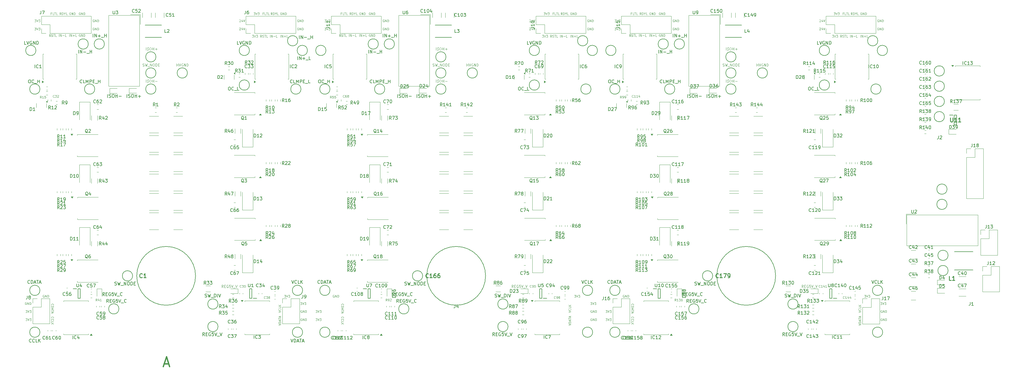
<source format=gbr>
%TF.GenerationSoftware,KiCad,Pcbnew,9.0.1*%
%TF.CreationDate,2025-07-31T04:03:31-05:00*%
%TF.ProjectId,TractionInverter,54726163-7469-46f6-9e49-6e7665727465,rev?*%
%TF.SameCoordinates,Original*%
%TF.FileFunction,Legend,Top*%
%TF.FilePolarity,Positive*%
%FSLAX46Y46*%
G04 Gerber Fmt 4.6, Leading zero omitted, Abs format (unit mm)*
G04 Created by KiCad (PCBNEW 9.0.1) date 2025-07-31 04:03:31*
%MOMM*%
%LPD*%
G01*
G04 APERTURE LIST*
%ADD10C,0.150000*%
%ADD11C,0.100000*%
%ADD12C,0.110000*%
%ADD13C,0.420000*%
%ADD14C,0.254000*%
%ADD15C,0.120000*%
%ADD16C,0.127000*%
%ADD17C,0.200000*%
G04 APERTURE END LIST*
D10*
X110000349Y-138969875D02*
X109952730Y-139017495D01*
X109952730Y-139017495D02*
X109809873Y-139065114D01*
X109809873Y-139065114D02*
X109714635Y-139065114D01*
X109714635Y-139065114D02*
X109571778Y-139017495D01*
X109571778Y-139017495D02*
X109476540Y-138922256D01*
X109476540Y-138922256D02*
X109428921Y-138827018D01*
X109428921Y-138827018D02*
X109381302Y-138636542D01*
X109381302Y-138636542D02*
X109381302Y-138493685D01*
X109381302Y-138493685D02*
X109428921Y-138303209D01*
X109428921Y-138303209D02*
X109476540Y-138207971D01*
X109476540Y-138207971D02*
X109571778Y-138112733D01*
X109571778Y-138112733D02*
X109714635Y-138065114D01*
X109714635Y-138065114D02*
X109809873Y-138065114D01*
X109809873Y-138065114D02*
X109952730Y-138112733D01*
X109952730Y-138112733D02*
X110000349Y-138160352D01*
X110857492Y-138065114D02*
X110667016Y-138065114D01*
X110667016Y-138065114D02*
X110571778Y-138112733D01*
X110571778Y-138112733D02*
X110524159Y-138160352D01*
X110524159Y-138160352D02*
X110428921Y-138303209D01*
X110428921Y-138303209D02*
X110381302Y-138493685D01*
X110381302Y-138493685D02*
X110381302Y-138874637D01*
X110381302Y-138874637D02*
X110428921Y-138969875D01*
X110428921Y-138969875D02*
X110476540Y-139017495D01*
X110476540Y-139017495D02*
X110571778Y-139065114D01*
X110571778Y-139065114D02*
X110762254Y-139065114D01*
X110762254Y-139065114D02*
X110857492Y-139017495D01*
X110857492Y-139017495D02*
X110905111Y-138969875D01*
X110905111Y-138969875D02*
X110952730Y-138874637D01*
X110952730Y-138874637D02*
X110952730Y-138636542D01*
X110952730Y-138636542D02*
X110905111Y-138541304D01*
X110905111Y-138541304D02*
X110857492Y-138493685D01*
X110857492Y-138493685D02*
X110762254Y-138446066D01*
X110762254Y-138446066D02*
X110571778Y-138446066D01*
X110571778Y-138446066D02*
X110476540Y-138493685D01*
X110476540Y-138493685D02*
X110428921Y-138541304D01*
X110428921Y-138541304D02*
X110381302Y-138636542D01*
X111905111Y-139065114D02*
X111333683Y-139065114D01*
X111619397Y-139065114D02*
X111619397Y-138065114D01*
X111619397Y-138065114D02*
X111524159Y-138207971D01*
X111524159Y-138207971D02*
X111428921Y-138303209D01*
X111428921Y-138303209D02*
X111333683Y-138350828D01*
D11*
X114375662Y-45019428D02*
X114375662Y-44319428D01*
X114708995Y-45019428D02*
X114708995Y-44319428D01*
X114708995Y-44319428D02*
X115108995Y-45019428D01*
X115108995Y-45019428D02*
X115108995Y-44319428D01*
X115442328Y-44752761D02*
X115975662Y-44752761D01*
X116642329Y-45019428D02*
X116308995Y-45019428D01*
X116308995Y-45019428D02*
X116308995Y-44319428D01*
D12*
X150906051Y-54256670D02*
X150906051Y-53456670D01*
X150906051Y-53837622D02*
X151363194Y-53837622D01*
X151363194Y-54256670D02*
X151363194Y-53456670D01*
X151629860Y-53456670D02*
X151896527Y-54256670D01*
X151896527Y-54256670D02*
X152163193Y-53456670D01*
X152848907Y-53494765D02*
X152772717Y-53456670D01*
X152772717Y-53456670D02*
X152658431Y-53456670D01*
X152658431Y-53456670D02*
X152544145Y-53494765D01*
X152544145Y-53494765D02*
X152467955Y-53570955D01*
X152467955Y-53570955D02*
X152429860Y-53647146D01*
X152429860Y-53647146D02*
X152391764Y-53799527D01*
X152391764Y-53799527D02*
X152391764Y-53913813D01*
X152391764Y-53913813D02*
X152429860Y-54066194D01*
X152429860Y-54066194D02*
X152467955Y-54142384D01*
X152467955Y-54142384D02*
X152544145Y-54218575D01*
X152544145Y-54218575D02*
X152658431Y-54256670D01*
X152658431Y-54256670D02*
X152734622Y-54256670D01*
X152734622Y-54256670D02*
X152848907Y-54218575D01*
X152848907Y-54218575D02*
X152887003Y-54180479D01*
X152887003Y-54180479D02*
X152887003Y-53913813D01*
X152887003Y-53913813D02*
X152734622Y-53913813D01*
X153229860Y-54256670D02*
X153229860Y-53456670D01*
X153229860Y-53456670D02*
X153687003Y-54256670D01*
X153687003Y-54256670D02*
X153687003Y-53456670D01*
X154067955Y-54256670D02*
X154067955Y-53456670D01*
X154067955Y-53456670D02*
X154258431Y-53456670D01*
X154258431Y-53456670D02*
X154372717Y-53494765D01*
X154372717Y-53494765D02*
X154448907Y-53570955D01*
X154448907Y-53570955D02*
X154487002Y-53647146D01*
X154487002Y-53647146D02*
X154525098Y-53799527D01*
X154525098Y-53799527D02*
X154525098Y-53913813D01*
X154525098Y-53913813D02*
X154487002Y-54066194D01*
X154487002Y-54066194D02*
X154448907Y-54142384D01*
X154448907Y-54142384D02*
X154372717Y-54218575D01*
X154372717Y-54218575D02*
X154258431Y-54256670D01*
X154258431Y-54256670D02*
X154067955Y-54256670D01*
D11*
X177858996Y-37902761D02*
X177625662Y-37902761D01*
X177625662Y-38269428D02*
X177625662Y-37569428D01*
X177625662Y-37569428D02*
X177958996Y-37569428D01*
X178558996Y-38269428D02*
X178225662Y-38269428D01*
X178225662Y-38269428D02*
X178225662Y-37569428D01*
X178692329Y-37569428D02*
X179092329Y-37569428D01*
X178892329Y-38269428D02*
X178892329Y-37569428D01*
X179658996Y-38269428D02*
X179325662Y-38269428D01*
X179325662Y-38269428D02*
X179325662Y-37569428D01*
X174808996Y-37569428D02*
X175242329Y-37569428D01*
X175242329Y-37569428D02*
X175008996Y-37836095D01*
X175008996Y-37836095D02*
X175108996Y-37836095D01*
X175108996Y-37836095D02*
X175175662Y-37869428D01*
X175175662Y-37869428D02*
X175208996Y-37902761D01*
X175208996Y-37902761D02*
X175242329Y-37969428D01*
X175242329Y-37969428D02*
X175242329Y-38136095D01*
X175242329Y-38136095D02*
X175208996Y-38202761D01*
X175208996Y-38202761D02*
X175175662Y-38236095D01*
X175175662Y-38236095D02*
X175108996Y-38269428D01*
X175108996Y-38269428D02*
X174908996Y-38269428D01*
X174908996Y-38269428D02*
X174842329Y-38236095D01*
X174842329Y-38236095D02*
X174808996Y-38202761D01*
X175442329Y-37569428D02*
X175675663Y-38269428D01*
X175675663Y-38269428D02*
X175908996Y-37569428D01*
X176075663Y-37569428D02*
X176508996Y-37569428D01*
X176508996Y-37569428D02*
X176275663Y-37836095D01*
X176275663Y-37836095D02*
X176375663Y-37836095D01*
X176375663Y-37836095D02*
X176442329Y-37869428D01*
X176442329Y-37869428D02*
X176475663Y-37902761D01*
X176475663Y-37902761D02*
X176508996Y-37969428D01*
X176508996Y-37969428D02*
X176508996Y-38136095D01*
X176508996Y-38136095D02*
X176475663Y-38202761D01*
X176475663Y-38202761D02*
X176442329Y-38236095D01*
X176442329Y-38236095D02*
X176375663Y-38269428D01*
X176375663Y-38269428D02*
X176175663Y-38269428D01*
X176175663Y-38269428D02*
X176108996Y-38236095D01*
X176108996Y-38236095D02*
X176075663Y-38202761D01*
X177275662Y-45269428D02*
X177042329Y-44936095D01*
X176875662Y-45269428D02*
X176875662Y-44569428D01*
X176875662Y-44569428D02*
X177142329Y-44569428D01*
X177142329Y-44569428D02*
X177208996Y-44602761D01*
X177208996Y-44602761D02*
X177242329Y-44636095D01*
X177242329Y-44636095D02*
X177275662Y-44702761D01*
X177275662Y-44702761D02*
X177275662Y-44802761D01*
X177275662Y-44802761D02*
X177242329Y-44869428D01*
X177242329Y-44869428D02*
X177208996Y-44902761D01*
X177208996Y-44902761D02*
X177142329Y-44936095D01*
X177142329Y-44936095D02*
X176875662Y-44936095D01*
X177542329Y-45236095D02*
X177642329Y-45269428D01*
X177642329Y-45269428D02*
X177808996Y-45269428D01*
X177808996Y-45269428D02*
X177875662Y-45236095D01*
X177875662Y-45236095D02*
X177908996Y-45202761D01*
X177908996Y-45202761D02*
X177942329Y-45136095D01*
X177942329Y-45136095D02*
X177942329Y-45069428D01*
X177942329Y-45069428D02*
X177908996Y-45002761D01*
X177908996Y-45002761D02*
X177875662Y-44969428D01*
X177875662Y-44969428D02*
X177808996Y-44936095D01*
X177808996Y-44936095D02*
X177675662Y-44902761D01*
X177675662Y-44902761D02*
X177608996Y-44869428D01*
X177608996Y-44869428D02*
X177575662Y-44836095D01*
X177575662Y-44836095D02*
X177542329Y-44769428D01*
X177542329Y-44769428D02*
X177542329Y-44702761D01*
X177542329Y-44702761D02*
X177575662Y-44636095D01*
X177575662Y-44636095D02*
X177608996Y-44602761D01*
X177608996Y-44602761D02*
X177675662Y-44569428D01*
X177675662Y-44569428D02*
X177842329Y-44569428D01*
X177842329Y-44569428D02*
X177942329Y-44602761D01*
X178142329Y-44569428D02*
X178542329Y-44569428D01*
X178342329Y-45269428D02*
X178342329Y-44569428D01*
X179108996Y-45269428D02*
X178775662Y-45269428D01*
X178775662Y-45269428D02*
X178775662Y-44569428D01*
X188742329Y-39852761D02*
X188675662Y-39819428D01*
X188675662Y-39819428D02*
X188575662Y-39819428D01*
X188575662Y-39819428D02*
X188475662Y-39852761D01*
X188475662Y-39852761D02*
X188408996Y-39919428D01*
X188408996Y-39919428D02*
X188375662Y-39986095D01*
X188375662Y-39986095D02*
X188342329Y-40119428D01*
X188342329Y-40119428D02*
X188342329Y-40219428D01*
X188342329Y-40219428D02*
X188375662Y-40352761D01*
X188375662Y-40352761D02*
X188408996Y-40419428D01*
X188408996Y-40419428D02*
X188475662Y-40486095D01*
X188475662Y-40486095D02*
X188575662Y-40519428D01*
X188575662Y-40519428D02*
X188642329Y-40519428D01*
X188642329Y-40519428D02*
X188742329Y-40486095D01*
X188742329Y-40486095D02*
X188775662Y-40452761D01*
X188775662Y-40452761D02*
X188775662Y-40219428D01*
X188775662Y-40219428D02*
X188642329Y-40219428D01*
X189075662Y-40519428D02*
X189075662Y-39819428D01*
X189075662Y-39819428D02*
X189475662Y-40519428D01*
X189475662Y-40519428D02*
X189475662Y-39819428D01*
X189808995Y-40519428D02*
X189808995Y-39819428D01*
X189808995Y-39819428D02*
X189975662Y-39819428D01*
X189975662Y-39819428D02*
X190075662Y-39852761D01*
X190075662Y-39852761D02*
X190142329Y-39919428D01*
X190142329Y-39919428D02*
X190175662Y-39986095D01*
X190175662Y-39986095D02*
X190208995Y-40119428D01*
X190208995Y-40119428D02*
X190208995Y-40219428D01*
X190208995Y-40219428D02*
X190175662Y-40352761D01*
X190175662Y-40352761D02*
X190142329Y-40419428D01*
X190142329Y-40419428D02*
X190075662Y-40486095D01*
X190075662Y-40486095D02*
X189975662Y-40519428D01*
X189975662Y-40519428D02*
X189808995Y-40519428D01*
X188742329Y-42352761D02*
X188675662Y-42319428D01*
X188675662Y-42319428D02*
X188575662Y-42319428D01*
X188575662Y-42319428D02*
X188475662Y-42352761D01*
X188475662Y-42352761D02*
X188408996Y-42419428D01*
X188408996Y-42419428D02*
X188375662Y-42486095D01*
X188375662Y-42486095D02*
X188342329Y-42619428D01*
X188342329Y-42619428D02*
X188342329Y-42719428D01*
X188342329Y-42719428D02*
X188375662Y-42852761D01*
X188375662Y-42852761D02*
X188408996Y-42919428D01*
X188408996Y-42919428D02*
X188475662Y-42986095D01*
X188475662Y-42986095D02*
X188575662Y-43019428D01*
X188575662Y-43019428D02*
X188642329Y-43019428D01*
X188642329Y-43019428D02*
X188742329Y-42986095D01*
X188742329Y-42986095D02*
X188775662Y-42952761D01*
X188775662Y-42952761D02*
X188775662Y-42719428D01*
X188775662Y-42719428D02*
X188642329Y-42719428D01*
X189075662Y-43019428D02*
X189075662Y-42319428D01*
X189075662Y-42319428D02*
X189475662Y-43019428D01*
X189475662Y-43019428D02*
X189475662Y-42319428D01*
X189808995Y-43019428D02*
X189808995Y-42319428D01*
X189808995Y-42319428D02*
X189975662Y-42319428D01*
X189975662Y-42319428D02*
X190075662Y-42352761D01*
X190075662Y-42352761D02*
X190142329Y-42419428D01*
X190142329Y-42419428D02*
X190175662Y-42486095D01*
X190175662Y-42486095D02*
X190208995Y-42619428D01*
X190208995Y-42619428D02*
X190208995Y-42719428D01*
X190208995Y-42719428D02*
X190175662Y-42852761D01*
X190175662Y-42852761D02*
X190142329Y-42919428D01*
X190142329Y-42919428D02*
X190075662Y-42986095D01*
X190075662Y-42986095D02*
X189975662Y-43019428D01*
X189975662Y-43019428D02*
X189808995Y-43019428D01*
X180525662Y-38274428D02*
X180292329Y-37941095D01*
X180125662Y-38274428D02*
X180125662Y-37574428D01*
X180125662Y-37574428D02*
X180392329Y-37574428D01*
X180392329Y-37574428D02*
X180458996Y-37607761D01*
X180458996Y-37607761D02*
X180492329Y-37641095D01*
X180492329Y-37641095D02*
X180525662Y-37707761D01*
X180525662Y-37707761D02*
X180525662Y-37807761D01*
X180525662Y-37807761D02*
X180492329Y-37874428D01*
X180492329Y-37874428D02*
X180458996Y-37907761D01*
X180458996Y-37907761D02*
X180392329Y-37941095D01*
X180392329Y-37941095D02*
X180125662Y-37941095D01*
X180825662Y-38274428D02*
X180825662Y-37574428D01*
X180825662Y-37574428D02*
X180992329Y-37574428D01*
X180992329Y-37574428D02*
X181092329Y-37607761D01*
X181092329Y-37607761D02*
X181158996Y-37674428D01*
X181158996Y-37674428D02*
X181192329Y-37741095D01*
X181192329Y-37741095D02*
X181225662Y-37874428D01*
X181225662Y-37874428D02*
X181225662Y-37974428D01*
X181225662Y-37974428D02*
X181192329Y-38107761D01*
X181192329Y-38107761D02*
X181158996Y-38174428D01*
X181158996Y-38174428D02*
X181092329Y-38241095D01*
X181092329Y-38241095D02*
X180992329Y-38274428D01*
X180992329Y-38274428D02*
X180825662Y-38274428D01*
X181658996Y-37941095D02*
X181658996Y-38274428D01*
X181425662Y-37574428D02*
X181658996Y-37941095D01*
X181658996Y-37941095D02*
X181892329Y-37574428D01*
X182458996Y-38274428D02*
X182125662Y-38274428D01*
X182125662Y-38274428D02*
X182125662Y-37574428D01*
X170342329Y-39886095D02*
X170375662Y-39852761D01*
X170375662Y-39852761D02*
X170442329Y-39819428D01*
X170442329Y-39819428D02*
X170608996Y-39819428D01*
X170608996Y-39819428D02*
X170675662Y-39852761D01*
X170675662Y-39852761D02*
X170708996Y-39886095D01*
X170708996Y-39886095D02*
X170742329Y-39952761D01*
X170742329Y-39952761D02*
X170742329Y-40019428D01*
X170742329Y-40019428D02*
X170708996Y-40119428D01*
X170708996Y-40119428D02*
X170308996Y-40519428D01*
X170308996Y-40519428D02*
X170742329Y-40519428D01*
X171342329Y-40052761D02*
X171342329Y-40519428D01*
X171175663Y-39786095D02*
X171008996Y-40286095D01*
X171008996Y-40286095D02*
X171442329Y-40286095D01*
X171608996Y-39819428D02*
X171842330Y-40519428D01*
X171842330Y-40519428D02*
X172075663Y-39819428D01*
X111775662Y-45019428D02*
X111542329Y-44686095D01*
X111375662Y-45019428D02*
X111375662Y-44319428D01*
X111375662Y-44319428D02*
X111642329Y-44319428D01*
X111642329Y-44319428D02*
X111708996Y-44352761D01*
X111708996Y-44352761D02*
X111742329Y-44386095D01*
X111742329Y-44386095D02*
X111775662Y-44452761D01*
X111775662Y-44452761D02*
X111775662Y-44552761D01*
X111775662Y-44552761D02*
X111742329Y-44619428D01*
X111742329Y-44619428D02*
X111708996Y-44652761D01*
X111708996Y-44652761D02*
X111642329Y-44686095D01*
X111642329Y-44686095D02*
X111375662Y-44686095D01*
X112042329Y-44986095D02*
X112142329Y-45019428D01*
X112142329Y-45019428D02*
X112308996Y-45019428D01*
X112308996Y-45019428D02*
X112375662Y-44986095D01*
X112375662Y-44986095D02*
X112408996Y-44952761D01*
X112408996Y-44952761D02*
X112442329Y-44886095D01*
X112442329Y-44886095D02*
X112442329Y-44819428D01*
X112442329Y-44819428D02*
X112408996Y-44752761D01*
X112408996Y-44752761D02*
X112375662Y-44719428D01*
X112375662Y-44719428D02*
X112308996Y-44686095D01*
X112308996Y-44686095D02*
X112175662Y-44652761D01*
X112175662Y-44652761D02*
X112108996Y-44619428D01*
X112108996Y-44619428D02*
X112075662Y-44586095D01*
X112075662Y-44586095D02*
X112042329Y-44519428D01*
X112042329Y-44519428D02*
X112042329Y-44452761D01*
X112042329Y-44452761D02*
X112075662Y-44386095D01*
X112075662Y-44386095D02*
X112108996Y-44352761D01*
X112108996Y-44352761D02*
X112175662Y-44319428D01*
X112175662Y-44319428D02*
X112342329Y-44319428D01*
X112342329Y-44319428D02*
X112442329Y-44352761D01*
X112642329Y-44319428D02*
X113042329Y-44319428D01*
X112842329Y-45019428D02*
X112842329Y-44319428D01*
X113608996Y-45019428D02*
X113275662Y-45019428D01*
X113275662Y-45019428D02*
X113275662Y-44319428D01*
X183492329Y-37602761D02*
X183425662Y-37569428D01*
X183425662Y-37569428D02*
X183325662Y-37569428D01*
X183325662Y-37569428D02*
X183225662Y-37602761D01*
X183225662Y-37602761D02*
X183158996Y-37669428D01*
X183158996Y-37669428D02*
X183125662Y-37736095D01*
X183125662Y-37736095D02*
X183092329Y-37869428D01*
X183092329Y-37869428D02*
X183092329Y-37969428D01*
X183092329Y-37969428D02*
X183125662Y-38102761D01*
X183125662Y-38102761D02*
X183158996Y-38169428D01*
X183158996Y-38169428D02*
X183225662Y-38236095D01*
X183225662Y-38236095D02*
X183325662Y-38269428D01*
X183325662Y-38269428D02*
X183392329Y-38269428D01*
X183392329Y-38269428D02*
X183492329Y-38236095D01*
X183492329Y-38236095D02*
X183525662Y-38202761D01*
X183525662Y-38202761D02*
X183525662Y-37969428D01*
X183525662Y-37969428D02*
X183392329Y-37969428D01*
X183825662Y-38269428D02*
X183825662Y-37569428D01*
X183825662Y-37569428D02*
X184225662Y-38269428D01*
X184225662Y-38269428D02*
X184225662Y-37569428D01*
X184558995Y-38269428D02*
X184558995Y-37569428D01*
X184558995Y-37569428D02*
X184725662Y-37569428D01*
X184725662Y-37569428D02*
X184825662Y-37602761D01*
X184825662Y-37602761D02*
X184892329Y-37669428D01*
X184892329Y-37669428D02*
X184925662Y-37736095D01*
X184925662Y-37736095D02*
X184958995Y-37869428D01*
X184958995Y-37869428D02*
X184958995Y-37969428D01*
X184958995Y-37969428D02*
X184925662Y-38102761D01*
X184925662Y-38102761D02*
X184892329Y-38169428D01*
X184892329Y-38169428D02*
X184825662Y-38236095D01*
X184825662Y-38236095D02*
X184725662Y-38269428D01*
X184725662Y-38269428D02*
X184558995Y-38269428D01*
X115025662Y-38269428D02*
X114792329Y-37936095D01*
X114625662Y-38269428D02*
X114625662Y-37569428D01*
X114625662Y-37569428D02*
X114892329Y-37569428D01*
X114892329Y-37569428D02*
X114958996Y-37602761D01*
X114958996Y-37602761D02*
X114992329Y-37636095D01*
X114992329Y-37636095D02*
X115025662Y-37702761D01*
X115025662Y-37702761D02*
X115025662Y-37802761D01*
X115025662Y-37802761D02*
X114992329Y-37869428D01*
X114992329Y-37869428D02*
X114958996Y-37902761D01*
X114958996Y-37902761D02*
X114892329Y-37936095D01*
X114892329Y-37936095D02*
X114625662Y-37936095D01*
X115325662Y-38269428D02*
X115325662Y-37569428D01*
X115325662Y-37569428D02*
X115492329Y-37569428D01*
X115492329Y-37569428D02*
X115592329Y-37602761D01*
X115592329Y-37602761D02*
X115658996Y-37669428D01*
X115658996Y-37669428D02*
X115692329Y-37736095D01*
X115692329Y-37736095D02*
X115725662Y-37869428D01*
X115725662Y-37869428D02*
X115725662Y-37969428D01*
X115725662Y-37969428D02*
X115692329Y-38102761D01*
X115692329Y-38102761D02*
X115658996Y-38169428D01*
X115658996Y-38169428D02*
X115592329Y-38236095D01*
X115592329Y-38236095D02*
X115492329Y-38269428D01*
X115492329Y-38269428D02*
X115325662Y-38269428D01*
X116158996Y-37936095D02*
X116158996Y-38269428D01*
X115925662Y-37569428D02*
X116158996Y-37936095D01*
X116158996Y-37936095D02*
X116392329Y-37569428D01*
X116958996Y-38269428D02*
X116625662Y-38269428D01*
X116625662Y-38269428D02*
X116625662Y-37569428D01*
X112108996Y-37902761D02*
X111875662Y-37902761D01*
X111875662Y-38269428D02*
X111875662Y-37569428D01*
X111875662Y-37569428D02*
X112208996Y-37569428D01*
X112808996Y-38269428D02*
X112475662Y-38269428D01*
X112475662Y-38269428D02*
X112475662Y-37569428D01*
X112942329Y-37569428D02*
X113342329Y-37569428D01*
X113142329Y-38269428D02*
X113142329Y-37569428D01*
X113908996Y-38269428D02*
X113575662Y-38269428D01*
X113575662Y-38269428D02*
X113575662Y-37569428D01*
X117625662Y-45019428D02*
X117625662Y-44319428D01*
X117958995Y-45019428D02*
X117958995Y-44319428D01*
X117958995Y-44319428D02*
X118358995Y-45019428D01*
X118358995Y-45019428D02*
X118358995Y-44319428D01*
X118692328Y-44752761D02*
X119225662Y-44752761D01*
X118958995Y-45019428D02*
X118958995Y-44486095D01*
X119892329Y-45019428D02*
X119558995Y-45019428D01*
X119558995Y-45019428D02*
X119558995Y-44319428D01*
X170342329Y-42386095D02*
X170375662Y-42352761D01*
X170375662Y-42352761D02*
X170442329Y-42319428D01*
X170442329Y-42319428D02*
X170608996Y-42319428D01*
X170608996Y-42319428D02*
X170675662Y-42352761D01*
X170675662Y-42352761D02*
X170708996Y-42386095D01*
X170708996Y-42386095D02*
X170742329Y-42452761D01*
X170742329Y-42452761D02*
X170742329Y-42519428D01*
X170742329Y-42519428D02*
X170708996Y-42619428D01*
X170708996Y-42619428D02*
X170308996Y-43019428D01*
X170308996Y-43019428D02*
X170742329Y-43019428D01*
X171342329Y-42552761D02*
X171342329Y-43019428D01*
X171175663Y-42286095D02*
X171008996Y-42786095D01*
X171008996Y-42786095D02*
X171442329Y-42786095D01*
X171608996Y-42319428D02*
X171842330Y-43019428D01*
X171842330Y-43019428D02*
X172075663Y-42319428D01*
X174308996Y-44569428D02*
X174742329Y-44569428D01*
X174742329Y-44569428D02*
X174508996Y-44836095D01*
X174508996Y-44836095D02*
X174608996Y-44836095D01*
X174608996Y-44836095D02*
X174675662Y-44869428D01*
X174675662Y-44869428D02*
X174708996Y-44902761D01*
X174708996Y-44902761D02*
X174742329Y-44969428D01*
X174742329Y-44969428D02*
X174742329Y-45136095D01*
X174742329Y-45136095D02*
X174708996Y-45202761D01*
X174708996Y-45202761D02*
X174675662Y-45236095D01*
X174675662Y-45236095D02*
X174608996Y-45269428D01*
X174608996Y-45269428D02*
X174408996Y-45269428D01*
X174408996Y-45269428D02*
X174342329Y-45236095D01*
X174342329Y-45236095D02*
X174308996Y-45202761D01*
X174942329Y-44569428D02*
X175175663Y-45269428D01*
X175175663Y-45269428D02*
X175408996Y-44569428D01*
X175575663Y-44569428D02*
X176008996Y-44569428D01*
X176008996Y-44569428D02*
X175775663Y-44836095D01*
X175775663Y-44836095D02*
X175875663Y-44836095D01*
X175875663Y-44836095D02*
X175942329Y-44869428D01*
X175942329Y-44869428D02*
X175975663Y-44902761D01*
X175975663Y-44902761D02*
X176008996Y-44969428D01*
X176008996Y-44969428D02*
X176008996Y-45136095D01*
X176008996Y-45136095D02*
X175975663Y-45202761D01*
X175975663Y-45202761D02*
X175942329Y-45236095D01*
X175942329Y-45236095D02*
X175875663Y-45269428D01*
X175875663Y-45269428D02*
X175675663Y-45269428D01*
X175675663Y-45269428D02*
X175608996Y-45236095D01*
X175608996Y-45236095D02*
X175575663Y-45202761D01*
X183125662Y-45269428D02*
X183125662Y-44569428D01*
X183458995Y-45269428D02*
X183458995Y-44569428D01*
X183458995Y-44569428D02*
X183858995Y-45269428D01*
X183858995Y-45269428D02*
X183858995Y-44569428D01*
X184192328Y-45002761D02*
X184725662Y-45002761D01*
X184458995Y-45269428D02*
X184458995Y-44736095D01*
X185392329Y-45269428D02*
X185058995Y-45269428D01*
X185058995Y-45269428D02*
X185058995Y-44569428D01*
X179875662Y-45269428D02*
X179875662Y-44569428D01*
X180208995Y-45269428D02*
X180208995Y-44569428D01*
X180208995Y-44569428D02*
X180608995Y-45269428D01*
X180608995Y-45269428D02*
X180608995Y-44569428D01*
X180942328Y-45002761D02*
X181475662Y-45002761D01*
X182142329Y-45269428D02*
X181808995Y-45269428D01*
X181808995Y-45269428D02*
X181808995Y-44569428D01*
X117992329Y-37602761D02*
X117925662Y-37569428D01*
X117925662Y-37569428D02*
X117825662Y-37569428D01*
X117825662Y-37569428D02*
X117725662Y-37602761D01*
X117725662Y-37602761D02*
X117658996Y-37669428D01*
X117658996Y-37669428D02*
X117625662Y-37736095D01*
X117625662Y-37736095D02*
X117592329Y-37869428D01*
X117592329Y-37869428D02*
X117592329Y-37969428D01*
X117592329Y-37969428D02*
X117625662Y-38102761D01*
X117625662Y-38102761D02*
X117658996Y-38169428D01*
X117658996Y-38169428D02*
X117725662Y-38236095D01*
X117725662Y-38236095D02*
X117825662Y-38269428D01*
X117825662Y-38269428D02*
X117892329Y-38269428D01*
X117892329Y-38269428D02*
X117992329Y-38236095D01*
X117992329Y-38236095D02*
X118025662Y-38202761D01*
X118025662Y-38202761D02*
X118025662Y-37969428D01*
X118025662Y-37969428D02*
X117892329Y-37969428D01*
X118325662Y-38269428D02*
X118325662Y-37569428D01*
X118325662Y-37569428D02*
X118725662Y-38269428D01*
X118725662Y-38269428D02*
X118725662Y-37569428D01*
X119058995Y-38269428D02*
X119058995Y-37569428D01*
X119058995Y-37569428D02*
X119225662Y-37569428D01*
X119225662Y-37569428D02*
X119325662Y-37602761D01*
X119325662Y-37602761D02*
X119392329Y-37669428D01*
X119392329Y-37669428D02*
X119425662Y-37736095D01*
X119425662Y-37736095D02*
X119458995Y-37869428D01*
X119458995Y-37869428D02*
X119458995Y-37969428D01*
X119458995Y-37969428D02*
X119425662Y-38102761D01*
X119425662Y-38102761D02*
X119392329Y-38169428D01*
X119392329Y-38169428D02*
X119325662Y-38236095D01*
X119325662Y-38236095D02*
X119225662Y-38269428D01*
X119225662Y-38269428D02*
X119058995Y-38269428D01*
X120992329Y-44352761D02*
X120925662Y-44319428D01*
X120925662Y-44319428D02*
X120825662Y-44319428D01*
X120825662Y-44319428D02*
X120725662Y-44352761D01*
X120725662Y-44352761D02*
X120658996Y-44419428D01*
X120658996Y-44419428D02*
X120625662Y-44486095D01*
X120625662Y-44486095D02*
X120592329Y-44619428D01*
X120592329Y-44619428D02*
X120592329Y-44719428D01*
X120592329Y-44719428D02*
X120625662Y-44852761D01*
X120625662Y-44852761D02*
X120658996Y-44919428D01*
X120658996Y-44919428D02*
X120725662Y-44986095D01*
X120725662Y-44986095D02*
X120825662Y-45019428D01*
X120825662Y-45019428D02*
X120892329Y-45019428D01*
X120892329Y-45019428D02*
X120992329Y-44986095D01*
X120992329Y-44986095D02*
X121025662Y-44952761D01*
X121025662Y-44952761D02*
X121025662Y-44719428D01*
X121025662Y-44719428D02*
X120892329Y-44719428D01*
X121325662Y-45019428D02*
X121325662Y-44319428D01*
X121325662Y-44319428D02*
X121725662Y-45019428D01*
X121725662Y-45019428D02*
X121725662Y-44319428D01*
X122058995Y-45019428D02*
X122058995Y-44319428D01*
X122058995Y-44319428D02*
X122225662Y-44319428D01*
X122225662Y-44319428D02*
X122325662Y-44352761D01*
X122325662Y-44352761D02*
X122392329Y-44419428D01*
X122392329Y-44419428D02*
X122425662Y-44486095D01*
X122425662Y-44486095D02*
X122458995Y-44619428D01*
X122458995Y-44619428D02*
X122458995Y-44719428D01*
X122458995Y-44719428D02*
X122425662Y-44852761D01*
X122425662Y-44852761D02*
X122392329Y-44919428D01*
X122392329Y-44919428D02*
X122325662Y-44986095D01*
X122325662Y-44986095D02*
X122225662Y-45019428D01*
X122225662Y-45019428D02*
X122058995Y-45019428D01*
X125242329Y-39852761D02*
X125175662Y-39819428D01*
X125175662Y-39819428D02*
X125075662Y-39819428D01*
X125075662Y-39819428D02*
X124975662Y-39852761D01*
X124975662Y-39852761D02*
X124908996Y-39919428D01*
X124908996Y-39919428D02*
X124875662Y-39986095D01*
X124875662Y-39986095D02*
X124842329Y-40119428D01*
X124842329Y-40119428D02*
X124842329Y-40219428D01*
X124842329Y-40219428D02*
X124875662Y-40352761D01*
X124875662Y-40352761D02*
X124908996Y-40419428D01*
X124908996Y-40419428D02*
X124975662Y-40486095D01*
X124975662Y-40486095D02*
X125075662Y-40519428D01*
X125075662Y-40519428D02*
X125142329Y-40519428D01*
X125142329Y-40519428D02*
X125242329Y-40486095D01*
X125242329Y-40486095D02*
X125275662Y-40452761D01*
X125275662Y-40452761D02*
X125275662Y-40219428D01*
X125275662Y-40219428D02*
X125142329Y-40219428D01*
X125575662Y-40519428D02*
X125575662Y-39819428D01*
X125575662Y-39819428D02*
X125975662Y-40519428D01*
X125975662Y-40519428D02*
X125975662Y-39819428D01*
X126308995Y-40519428D02*
X126308995Y-39819428D01*
X126308995Y-39819428D02*
X126475662Y-39819428D01*
X126475662Y-39819428D02*
X126575662Y-39852761D01*
X126575662Y-39852761D02*
X126642329Y-39919428D01*
X126642329Y-39919428D02*
X126675662Y-39986095D01*
X126675662Y-39986095D02*
X126708995Y-40119428D01*
X126708995Y-40119428D02*
X126708995Y-40219428D01*
X126708995Y-40219428D02*
X126675662Y-40352761D01*
X126675662Y-40352761D02*
X126642329Y-40419428D01*
X126642329Y-40419428D02*
X126575662Y-40486095D01*
X126575662Y-40486095D02*
X126475662Y-40519428D01*
X126475662Y-40519428D02*
X126308995Y-40519428D01*
X125242329Y-42352761D02*
X125175662Y-42319428D01*
X125175662Y-42319428D02*
X125075662Y-42319428D01*
X125075662Y-42319428D02*
X124975662Y-42352761D01*
X124975662Y-42352761D02*
X124908996Y-42419428D01*
X124908996Y-42419428D02*
X124875662Y-42486095D01*
X124875662Y-42486095D02*
X124842329Y-42619428D01*
X124842329Y-42619428D02*
X124842329Y-42719428D01*
X124842329Y-42719428D02*
X124875662Y-42852761D01*
X124875662Y-42852761D02*
X124908996Y-42919428D01*
X124908996Y-42919428D02*
X124975662Y-42986095D01*
X124975662Y-42986095D02*
X125075662Y-43019428D01*
X125075662Y-43019428D02*
X125142329Y-43019428D01*
X125142329Y-43019428D02*
X125242329Y-42986095D01*
X125242329Y-42986095D02*
X125275662Y-42952761D01*
X125275662Y-42952761D02*
X125275662Y-42719428D01*
X125275662Y-42719428D02*
X125142329Y-42719428D01*
X125575662Y-43019428D02*
X125575662Y-42319428D01*
X125575662Y-42319428D02*
X125975662Y-43019428D01*
X125975662Y-43019428D02*
X125975662Y-42319428D01*
X126308995Y-43019428D02*
X126308995Y-42319428D01*
X126308995Y-42319428D02*
X126475662Y-42319428D01*
X126475662Y-42319428D02*
X126575662Y-42352761D01*
X126575662Y-42352761D02*
X126642329Y-42419428D01*
X126642329Y-42419428D02*
X126675662Y-42486095D01*
X126675662Y-42486095D02*
X126708995Y-42619428D01*
X126708995Y-42619428D02*
X126708995Y-42719428D01*
X126708995Y-42719428D02*
X126675662Y-42852761D01*
X126675662Y-42852761D02*
X126642329Y-42919428D01*
X126642329Y-42919428D02*
X126575662Y-42986095D01*
X126575662Y-42986095D02*
X126475662Y-43019428D01*
X126475662Y-43019428D02*
X126308995Y-43019428D01*
X120992329Y-37602761D02*
X120925662Y-37569428D01*
X120925662Y-37569428D02*
X120825662Y-37569428D01*
X120825662Y-37569428D02*
X120725662Y-37602761D01*
X120725662Y-37602761D02*
X120658996Y-37669428D01*
X120658996Y-37669428D02*
X120625662Y-37736095D01*
X120625662Y-37736095D02*
X120592329Y-37869428D01*
X120592329Y-37869428D02*
X120592329Y-37969428D01*
X120592329Y-37969428D02*
X120625662Y-38102761D01*
X120625662Y-38102761D02*
X120658996Y-38169428D01*
X120658996Y-38169428D02*
X120725662Y-38236095D01*
X120725662Y-38236095D02*
X120825662Y-38269428D01*
X120825662Y-38269428D02*
X120892329Y-38269428D01*
X120892329Y-38269428D02*
X120992329Y-38236095D01*
X120992329Y-38236095D02*
X121025662Y-38202761D01*
X121025662Y-38202761D02*
X121025662Y-37969428D01*
X121025662Y-37969428D02*
X120892329Y-37969428D01*
X121325662Y-38269428D02*
X121325662Y-37569428D01*
X121325662Y-37569428D02*
X121725662Y-38269428D01*
X121725662Y-38269428D02*
X121725662Y-37569428D01*
X122058995Y-38269428D02*
X122058995Y-37569428D01*
X122058995Y-37569428D02*
X122225662Y-37569428D01*
X122225662Y-37569428D02*
X122325662Y-37602761D01*
X122325662Y-37602761D02*
X122392329Y-37669428D01*
X122392329Y-37669428D02*
X122425662Y-37736095D01*
X122425662Y-37736095D02*
X122458995Y-37869428D01*
X122458995Y-37869428D02*
X122458995Y-37969428D01*
X122458995Y-37969428D02*
X122425662Y-38102761D01*
X122425662Y-38102761D02*
X122392329Y-38169428D01*
X122392329Y-38169428D02*
X122325662Y-38236095D01*
X122325662Y-38236095D02*
X122225662Y-38269428D01*
X122225662Y-38269428D02*
X122058995Y-38269428D01*
X104058996Y-132569428D02*
X104492329Y-132569428D01*
X104492329Y-132569428D02*
X104258996Y-132836095D01*
X104258996Y-132836095D02*
X104358996Y-132836095D01*
X104358996Y-132836095D02*
X104425662Y-132869428D01*
X104425662Y-132869428D02*
X104458996Y-132902761D01*
X104458996Y-132902761D02*
X104492329Y-132969428D01*
X104492329Y-132969428D02*
X104492329Y-133136095D01*
X104492329Y-133136095D02*
X104458996Y-133202761D01*
X104458996Y-133202761D02*
X104425662Y-133236095D01*
X104425662Y-133236095D02*
X104358996Y-133269428D01*
X104358996Y-133269428D02*
X104158996Y-133269428D01*
X104158996Y-133269428D02*
X104092329Y-133236095D01*
X104092329Y-133236095D02*
X104058996Y-133202761D01*
X104692329Y-132569428D02*
X104925663Y-133269428D01*
X104925663Y-133269428D02*
X105158996Y-132569428D01*
X105325663Y-132569428D02*
X105758996Y-132569428D01*
X105758996Y-132569428D02*
X105525663Y-132836095D01*
X105525663Y-132836095D02*
X105625663Y-132836095D01*
X105625663Y-132836095D02*
X105692329Y-132869428D01*
X105692329Y-132869428D02*
X105725663Y-132902761D01*
X105725663Y-132902761D02*
X105758996Y-132969428D01*
X105758996Y-132969428D02*
X105758996Y-133136095D01*
X105758996Y-133136095D02*
X105725663Y-133202761D01*
X105725663Y-133202761D02*
X105692329Y-133236095D01*
X105692329Y-133236095D02*
X105625663Y-133269428D01*
X105625663Y-133269428D02*
X105425663Y-133269428D01*
X105425663Y-133269428D02*
X105358996Y-133236095D01*
X105358996Y-133236095D02*
X105325663Y-133202761D01*
X109742329Y-125352761D02*
X109675662Y-125319428D01*
X109675662Y-125319428D02*
X109575662Y-125319428D01*
X109575662Y-125319428D02*
X109475662Y-125352761D01*
X109475662Y-125352761D02*
X109408996Y-125419428D01*
X109408996Y-125419428D02*
X109375662Y-125486095D01*
X109375662Y-125486095D02*
X109342329Y-125619428D01*
X109342329Y-125619428D02*
X109342329Y-125719428D01*
X109342329Y-125719428D02*
X109375662Y-125852761D01*
X109375662Y-125852761D02*
X109408996Y-125919428D01*
X109408996Y-125919428D02*
X109475662Y-125986095D01*
X109475662Y-125986095D02*
X109575662Y-126019428D01*
X109575662Y-126019428D02*
X109642329Y-126019428D01*
X109642329Y-126019428D02*
X109742329Y-125986095D01*
X109742329Y-125986095D02*
X109775662Y-125952761D01*
X109775662Y-125952761D02*
X109775662Y-125719428D01*
X109775662Y-125719428D02*
X109642329Y-125719428D01*
X110075662Y-126019428D02*
X110075662Y-125319428D01*
X110075662Y-125319428D02*
X110475662Y-126019428D01*
X110475662Y-126019428D02*
X110475662Y-125319428D01*
X110808995Y-126019428D02*
X110808995Y-125319428D01*
X110808995Y-125319428D02*
X110975662Y-125319428D01*
X110975662Y-125319428D02*
X111075662Y-125352761D01*
X111075662Y-125352761D02*
X111142329Y-125419428D01*
X111142329Y-125419428D02*
X111175662Y-125486095D01*
X111175662Y-125486095D02*
X111208995Y-125619428D01*
X111208995Y-125619428D02*
X111208995Y-125719428D01*
X111208995Y-125719428D02*
X111175662Y-125852761D01*
X111175662Y-125852761D02*
X111142329Y-125919428D01*
X111142329Y-125919428D02*
X111075662Y-125986095D01*
X111075662Y-125986095D02*
X110975662Y-126019428D01*
X110975662Y-126019428D02*
X110808995Y-126019428D01*
X104058996Y-130069428D02*
X104492329Y-130069428D01*
X104492329Y-130069428D02*
X104258996Y-130336095D01*
X104258996Y-130336095D02*
X104358996Y-130336095D01*
X104358996Y-130336095D02*
X104425662Y-130369428D01*
X104425662Y-130369428D02*
X104458996Y-130402761D01*
X104458996Y-130402761D02*
X104492329Y-130469428D01*
X104492329Y-130469428D02*
X104492329Y-130636095D01*
X104492329Y-130636095D02*
X104458996Y-130702761D01*
X104458996Y-130702761D02*
X104425662Y-130736095D01*
X104425662Y-130736095D02*
X104358996Y-130769428D01*
X104358996Y-130769428D02*
X104158996Y-130769428D01*
X104158996Y-130769428D02*
X104092329Y-130736095D01*
X104092329Y-130736095D02*
X104058996Y-130702761D01*
X104692329Y-130069428D02*
X104925663Y-130769428D01*
X104925663Y-130769428D02*
X105158996Y-130069428D01*
X105325663Y-130069428D02*
X105758996Y-130069428D01*
X105758996Y-130069428D02*
X105525663Y-130336095D01*
X105525663Y-130336095D02*
X105625663Y-130336095D01*
X105625663Y-130336095D02*
X105692329Y-130369428D01*
X105692329Y-130369428D02*
X105725663Y-130402761D01*
X105725663Y-130402761D02*
X105758996Y-130469428D01*
X105758996Y-130469428D02*
X105758996Y-130636095D01*
X105758996Y-130636095D02*
X105725663Y-130702761D01*
X105725663Y-130702761D02*
X105692329Y-130736095D01*
X105692329Y-130736095D02*
X105625663Y-130769428D01*
X105625663Y-130769428D02*
X105425663Y-130769428D01*
X105425663Y-130769428D02*
X105358996Y-130736095D01*
X105358996Y-130736095D02*
X105325663Y-130702761D01*
X112050740Y-132492750D02*
X112017407Y-132459417D01*
X112017407Y-132459417D02*
X111984073Y-132359417D01*
X111984073Y-132359417D02*
X111984073Y-132292750D01*
X111984073Y-132292750D02*
X112017407Y-132192750D01*
X112017407Y-132192750D02*
X112084073Y-132126084D01*
X112084073Y-132126084D02*
X112150740Y-132092750D01*
X112150740Y-132092750D02*
X112284073Y-132059417D01*
X112284073Y-132059417D02*
X112384073Y-132059417D01*
X112384073Y-132059417D02*
X112517407Y-132092750D01*
X112517407Y-132092750D02*
X112584073Y-132126084D01*
X112584073Y-132126084D02*
X112650740Y-132192750D01*
X112650740Y-132192750D02*
X112684073Y-132292750D01*
X112684073Y-132292750D02*
X112684073Y-132359417D01*
X112684073Y-132359417D02*
X112650740Y-132459417D01*
X112650740Y-132459417D02*
X112617407Y-132492750D01*
X112050740Y-133192750D02*
X112017407Y-133159417D01*
X112017407Y-133159417D02*
X111984073Y-133059417D01*
X111984073Y-133059417D02*
X111984073Y-132992750D01*
X111984073Y-132992750D02*
X112017407Y-132892750D01*
X112017407Y-132892750D02*
X112084073Y-132826084D01*
X112084073Y-132826084D02*
X112150740Y-132792750D01*
X112150740Y-132792750D02*
X112284073Y-132759417D01*
X112284073Y-132759417D02*
X112384073Y-132759417D01*
X112384073Y-132759417D02*
X112517407Y-132792750D01*
X112517407Y-132792750D02*
X112584073Y-132826084D01*
X112584073Y-132826084D02*
X112650740Y-132892750D01*
X112650740Y-132892750D02*
X112684073Y-132992750D01*
X112684073Y-132992750D02*
X112684073Y-133059417D01*
X112684073Y-133059417D02*
X112650740Y-133159417D01*
X112650740Y-133159417D02*
X112617407Y-133192750D01*
X111984073Y-133826084D02*
X111984073Y-133492750D01*
X111984073Y-133492750D02*
X112684073Y-133492750D01*
X111984073Y-134059417D02*
X112684073Y-134059417D01*
X111984073Y-134459417D02*
X112384073Y-134159417D01*
X112684073Y-134459417D02*
X112284073Y-134059417D01*
X106808996Y-42319428D02*
X107242329Y-42319428D01*
X107242329Y-42319428D02*
X107008996Y-42586095D01*
X107008996Y-42586095D02*
X107108996Y-42586095D01*
X107108996Y-42586095D02*
X107175662Y-42619428D01*
X107175662Y-42619428D02*
X107208996Y-42652761D01*
X107208996Y-42652761D02*
X107242329Y-42719428D01*
X107242329Y-42719428D02*
X107242329Y-42886095D01*
X107242329Y-42886095D02*
X107208996Y-42952761D01*
X107208996Y-42952761D02*
X107175662Y-42986095D01*
X107175662Y-42986095D02*
X107108996Y-43019428D01*
X107108996Y-43019428D02*
X106908996Y-43019428D01*
X106908996Y-43019428D02*
X106842329Y-42986095D01*
X106842329Y-42986095D02*
X106808996Y-42952761D01*
X107442329Y-42319428D02*
X107675663Y-43019428D01*
X107675663Y-43019428D02*
X107908996Y-42319428D01*
X108075663Y-42319428D02*
X108508996Y-42319428D01*
X108508996Y-42319428D02*
X108275663Y-42586095D01*
X108275663Y-42586095D02*
X108375663Y-42586095D01*
X108375663Y-42586095D02*
X108442329Y-42619428D01*
X108442329Y-42619428D02*
X108475663Y-42652761D01*
X108475663Y-42652761D02*
X108508996Y-42719428D01*
X108508996Y-42719428D02*
X108508996Y-42886095D01*
X108508996Y-42886095D02*
X108475663Y-42952761D01*
X108475663Y-42952761D02*
X108442329Y-42986095D01*
X108442329Y-42986095D02*
X108375663Y-43019428D01*
X108375663Y-43019428D02*
X108175663Y-43019428D01*
X108175663Y-43019428D02*
X108108996Y-42986095D01*
X108108996Y-42986095D02*
X108075663Y-42952761D01*
X106808996Y-39819428D02*
X107242329Y-39819428D01*
X107242329Y-39819428D02*
X107008996Y-40086095D01*
X107008996Y-40086095D02*
X107108996Y-40086095D01*
X107108996Y-40086095D02*
X107175662Y-40119428D01*
X107175662Y-40119428D02*
X107208996Y-40152761D01*
X107208996Y-40152761D02*
X107242329Y-40219428D01*
X107242329Y-40219428D02*
X107242329Y-40386095D01*
X107242329Y-40386095D02*
X107208996Y-40452761D01*
X107208996Y-40452761D02*
X107175662Y-40486095D01*
X107175662Y-40486095D02*
X107108996Y-40519428D01*
X107108996Y-40519428D02*
X106908996Y-40519428D01*
X106908996Y-40519428D02*
X106842329Y-40486095D01*
X106842329Y-40486095D02*
X106808996Y-40452761D01*
X107442329Y-39819428D02*
X107675663Y-40519428D01*
X107675663Y-40519428D02*
X107908996Y-39819428D01*
X108075663Y-39819428D02*
X108508996Y-39819428D01*
X108508996Y-39819428D02*
X108275663Y-40086095D01*
X108275663Y-40086095D02*
X108375663Y-40086095D01*
X108375663Y-40086095D02*
X108442329Y-40119428D01*
X108442329Y-40119428D02*
X108475663Y-40152761D01*
X108475663Y-40152761D02*
X108508996Y-40219428D01*
X108508996Y-40219428D02*
X108508996Y-40386095D01*
X108508996Y-40386095D02*
X108475663Y-40452761D01*
X108475663Y-40452761D02*
X108442329Y-40486095D01*
X108442329Y-40486095D02*
X108375663Y-40519428D01*
X108375663Y-40519428D02*
X108175663Y-40519428D01*
X108175663Y-40519428D02*
X108108996Y-40486095D01*
X108108996Y-40486095D02*
X108075663Y-40452761D01*
X112050740Y-128492750D02*
X112017407Y-128459417D01*
X112017407Y-128459417D02*
X111984073Y-128359417D01*
X111984073Y-128359417D02*
X111984073Y-128292750D01*
X111984073Y-128292750D02*
X112017407Y-128192750D01*
X112017407Y-128192750D02*
X112084073Y-128126084D01*
X112084073Y-128126084D02*
X112150740Y-128092750D01*
X112150740Y-128092750D02*
X112284073Y-128059417D01*
X112284073Y-128059417D02*
X112384073Y-128059417D01*
X112384073Y-128059417D02*
X112517407Y-128092750D01*
X112517407Y-128092750D02*
X112584073Y-128126084D01*
X112584073Y-128126084D02*
X112650740Y-128192750D01*
X112650740Y-128192750D02*
X112684073Y-128292750D01*
X112684073Y-128292750D02*
X112684073Y-128359417D01*
X112684073Y-128359417D02*
X112650740Y-128459417D01*
X112650740Y-128459417D02*
X112617407Y-128492750D01*
X111984073Y-128792750D02*
X112684073Y-128792750D01*
X112684073Y-128792750D02*
X112684073Y-128959417D01*
X112684073Y-128959417D02*
X112650740Y-129059417D01*
X112650740Y-129059417D02*
X112584073Y-129126084D01*
X112584073Y-129126084D02*
X112517407Y-129159417D01*
X112517407Y-129159417D02*
X112384073Y-129192750D01*
X112384073Y-129192750D02*
X112284073Y-129192750D01*
X112284073Y-129192750D02*
X112150740Y-129159417D01*
X112150740Y-129159417D02*
X112084073Y-129126084D01*
X112084073Y-129126084D02*
X112017407Y-129059417D01*
X112017407Y-129059417D02*
X111984073Y-128959417D01*
X111984073Y-128959417D02*
X111984073Y-128792750D01*
X112184073Y-129459417D02*
X112184073Y-129792750D01*
X111984073Y-129392750D02*
X112684073Y-129626084D01*
X112684073Y-129626084D02*
X111984073Y-129859417D01*
X112684073Y-129992750D02*
X112684073Y-130392750D01*
X111984073Y-130192750D02*
X112684073Y-130192750D01*
X112184073Y-130592750D02*
X112184073Y-130926083D01*
X111984073Y-130526083D02*
X112684073Y-130759417D01*
X112684073Y-130759417D02*
X111984073Y-130992750D01*
X182542340Y-134727839D02*
X183242340Y-134494506D01*
X183242340Y-134494506D02*
X182542340Y-134261172D01*
X183242340Y-134027839D02*
X182542340Y-134027839D01*
X182542340Y-134027839D02*
X182542340Y-133861172D01*
X182542340Y-133861172D02*
X182575673Y-133761172D01*
X182575673Y-133761172D02*
X182642340Y-133694506D01*
X182642340Y-133694506D02*
X182709007Y-133661172D01*
X182709007Y-133661172D02*
X182842340Y-133627839D01*
X182842340Y-133627839D02*
X182942340Y-133627839D01*
X182942340Y-133627839D02*
X183075673Y-133661172D01*
X183075673Y-133661172D02*
X183142340Y-133694506D01*
X183142340Y-133694506D02*
X183209007Y-133761172D01*
X183209007Y-133761172D02*
X183242340Y-133861172D01*
X183242340Y-133861172D02*
X183242340Y-134027839D01*
X183042340Y-133361172D02*
X183042340Y-133027839D01*
X183242340Y-133427839D02*
X182542340Y-133194506D01*
X182542340Y-133194506D02*
X183242340Y-132961172D01*
X182542340Y-132827839D02*
X182542340Y-132427839D01*
X183242340Y-132627839D02*
X182542340Y-132627839D01*
X183042340Y-132227839D02*
X183042340Y-131894506D01*
X183242340Y-132294506D02*
X182542340Y-132061173D01*
X182542340Y-132061173D02*
X183242340Y-131827839D01*
D10*
X129479986Y-63980114D02*
X129479986Y-62980114D01*
X129908557Y-63932495D02*
X130051414Y-63980114D01*
X130051414Y-63980114D02*
X130289509Y-63980114D01*
X130289509Y-63980114D02*
X130384747Y-63932495D01*
X130384747Y-63932495D02*
X130432366Y-63884875D01*
X130432366Y-63884875D02*
X130479985Y-63789637D01*
X130479985Y-63789637D02*
X130479985Y-63694399D01*
X130479985Y-63694399D02*
X130432366Y-63599161D01*
X130432366Y-63599161D02*
X130384747Y-63551542D01*
X130384747Y-63551542D02*
X130289509Y-63503923D01*
X130289509Y-63503923D02*
X130099033Y-63456304D01*
X130099033Y-63456304D02*
X130003795Y-63408685D01*
X130003795Y-63408685D02*
X129956176Y-63361066D01*
X129956176Y-63361066D02*
X129908557Y-63265828D01*
X129908557Y-63265828D02*
X129908557Y-63170590D01*
X129908557Y-63170590D02*
X129956176Y-63075352D01*
X129956176Y-63075352D02*
X130003795Y-63027733D01*
X130003795Y-63027733D02*
X130099033Y-62980114D01*
X130099033Y-62980114D02*
X130337128Y-62980114D01*
X130337128Y-62980114D02*
X130479985Y-63027733D01*
X131099033Y-62980114D02*
X131289509Y-62980114D01*
X131289509Y-62980114D02*
X131384747Y-63027733D01*
X131384747Y-63027733D02*
X131479985Y-63122971D01*
X131479985Y-63122971D02*
X131527604Y-63313447D01*
X131527604Y-63313447D02*
X131527604Y-63646780D01*
X131527604Y-63646780D02*
X131479985Y-63837256D01*
X131479985Y-63837256D02*
X131384747Y-63932495D01*
X131384747Y-63932495D02*
X131289509Y-63980114D01*
X131289509Y-63980114D02*
X131099033Y-63980114D01*
X131099033Y-63980114D02*
X131003795Y-63932495D01*
X131003795Y-63932495D02*
X130908557Y-63837256D01*
X130908557Y-63837256D02*
X130860938Y-63646780D01*
X130860938Y-63646780D02*
X130860938Y-63313447D01*
X130860938Y-63313447D02*
X130908557Y-63122971D01*
X130908557Y-63122971D02*
X131003795Y-63027733D01*
X131003795Y-63027733D02*
X131099033Y-62980114D01*
X131956176Y-63980114D02*
X131956176Y-62980114D01*
X131956176Y-63456304D02*
X132527604Y-63456304D01*
X132527604Y-63980114D02*
X132527604Y-62980114D01*
X133003795Y-63599161D02*
X133765700Y-63599161D01*
D11*
X189308996Y-127569428D02*
X189742329Y-127569428D01*
X189742329Y-127569428D02*
X189508996Y-127836095D01*
X189508996Y-127836095D02*
X189608996Y-127836095D01*
X189608996Y-127836095D02*
X189675662Y-127869428D01*
X189675662Y-127869428D02*
X189708996Y-127902761D01*
X189708996Y-127902761D02*
X189742329Y-127969428D01*
X189742329Y-127969428D02*
X189742329Y-128136095D01*
X189742329Y-128136095D02*
X189708996Y-128202761D01*
X189708996Y-128202761D02*
X189675662Y-128236095D01*
X189675662Y-128236095D02*
X189608996Y-128269428D01*
X189608996Y-128269428D02*
X189408996Y-128269428D01*
X189408996Y-128269428D02*
X189342329Y-128236095D01*
X189342329Y-128236095D02*
X189308996Y-128202761D01*
X189942329Y-127569428D02*
X190175663Y-128269428D01*
X190175663Y-128269428D02*
X190408996Y-127569428D01*
X190575663Y-127569428D02*
X191008996Y-127569428D01*
X191008996Y-127569428D02*
X190775663Y-127836095D01*
X190775663Y-127836095D02*
X190875663Y-127836095D01*
X190875663Y-127836095D02*
X190942329Y-127869428D01*
X190942329Y-127869428D02*
X190975663Y-127902761D01*
X190975663Y-127902761D02*
X191008996Y-127969428D01*
X191008996Y-127969428D02*
X191008996Y-128136095D01*
X191008996Y-128136095D02*
X190975663Y-128202761D01*
X190975663Y-128202761D02*
X190942329Y-128236095D01*
X190942329Y-128236095D02*
X190875663Y-128269428D01*
X190875663Y-128269428D02*
X190675663Y-128269428D01*
X190675663Y-128269428D02*
X190608996Y-128236095D01*
X190608996Y-128236095D02*
X190575663Y-128202761D01*
D12*
X141406051Y-59256670D02*
X141406051Y-58456670D01*
X141748907Y-59218575D02*
X141863193Y-59256670D01*
X141863193Y-59256670D02*
X142053669Y-59256670D01*
X142053669Y-59256670D02*
X142129860Y-59218575D01*
X142129860Y-59218575D02*
X142167955Y-59180479D01*
X142167955Y-59180479D02*
X142206050Y-59104289D01*
X142206050Y-59104289D02*
X142206050Y-59028098D01*
X142206050Y-59028098D02*
X142167955Y-58951908D01*
X142167955Y-58951908D02*
X142129860Y-58913813D01*
X142129860Y-58913813D02*
X142053669Y-58875717D01*
X142053669Y-58875717D02*
X141901288Y-58837622D01*
X141901288Y-58837622D02*
X141825098Y-58799527D01*
X141825098Y-58799527D02*
X141787003Y-58761432D01*
X141787003Y-58761432D02*
X141748907Y-58685241D01*
X141748907Y-58685241D02*
X141748907Y-58609051D01*
X141748907Y-58609051D02*
X141787003Y-58532860D01*
X141787003Y-58532860D02*
X141825098Y-58494765D01*
X141825098Y-58494765D02*
X141901288Y-58456670D01*
X141901288Y-58456670D02*
X142091765Y-58456670D01*
X142091765Y-58456670D02*
X142206050Y-58494765D01*
X142701289Y-58456670D02*
X142853670Y-58456670D01*
X142853670Y-58456670D02*
X142929860Y-58494765D01*
X142929860Y-58494765D02*
X143006051Y-58570955D01*
X143006051Y-58570955D02*
X143044146Y-58723336D01*
X143044146Y-58723336D02*
X143044146Y-58990003D01*
X143044146Y-58990003D02*
X143006051Y-59142384D01*
X143006051Y-59142384D02*
X142929860Y-59218575D01*
X142929860Y-59218575D02*
X142853670Y-59256670D01*
X142853670Y-59256670D02*
X142701289Y-59256670D01*
X142701289Y-59256670D02*
X142625098Y-59218575D01*
X142625098Y-59218575D02*
X142548908Y-59142384D01*
X142548908Y-59142384D02*
X142510812Y-58990003D01*
X142510812Y-58990003D02*
X142510812Y-58723336D01*
X142510812Y-58723336D02*
X142548908Y-58570955D01*
X142548908Y-58570955D02*
X142625098Y-58494765D01*
X142625098Y-58494765D02*
X142701289Y-58456670D01*
X143387003Y-59256670D02*
X143387003Y-58456670D01*
X143387003Y-58837622D02*
X143844146Y-58837622D01*
X143844146Y-59256670D02*
X143844146Y-58456670D01*
X144225098Y-58951908D02*
X144834622Y-58951908D01*
D11*
X182542340Y-130727839D02*
X183242340Y-130494506D01*
X183242340Y-130494506D02*
X182542340Y-130261172D01*
X183175673Y-129627839D02*
X183209007Y-129661172D01*
X183209007Y-129661172D02*
X183242340Y-129761172D01*
X183242340Y-129761172D02*
X183242340Y-129827839D01*
X183242340Y-129827839D02*
X183209007Y-129927839D01*
X183209007Y-129927839D02*
X183142340Y-129994506D01*
X183142340Y-129994506D02*
X183075673Y-130027839D01*
X183075673Y-130027839D02*
X182942340Y-130061172D01*
X182942340Y-130061172D02*
X182842340Y-130061172D01*
X182842340Y-130061172D02*
X182709007Y-130027839D01*
X182709007Y-130027839D02*
X182642340Y-129994506D01*
X182642340Y-129994506D02*
X182575673Y-129927839D01*
X182575673Y-129927839D02*
X182542340Y-129827839D01*
X182542340Y-129827839D02*
X182542340Y-129761172D01*
X182542340Y-129761172D02*
X182575673Y-129661172D01*
X182575673Y-129661172D02*
X182609007Y-129627839D01*
X183242340Y-128994506D02*
X183242340Y-129327839D01*
X183242340Y-129327839D02*
X182542340Y-129327839D01*
X183242340Y-128761172D02*
X182542340Y-128761172D01*
X183242340Y-128361172D02*
X182842340Y-128661172D01*
X182542340Y-128361172D02*
X182942340Y-128761172D01*
X189742329Y-132602761D02*
X189675662Y-132569428D01*
X189675662Y-132569428D02*
X189575662Y-132569428D01*
X189575662Y-132569428D02*
X189475662Y-132602761D01*
X189475662Y-132602761D02*
X189408996Y-132669428D01*
X189408996Y-132669428D02*
X189375662Y-132736095D01*
X189375662Y-132736095D02*
X189342329Y-132869428D01*
X189342329Y-132869428D02*
X189342329Y-132969428D01*
X189342329Y-132969428D02*
X189375662Y-133102761D01*
X189375662Y-133102761D02*
X189408996Y-133169428D01*
X189408996Y-133169428D02*
X189475662Y-133236095D01*
X189475662Y-133236095D02*
X189575662Y-133269428D01*
X189575662Y-133269428D02*
X189642329Y-133269428D01*
X189642329Y-133269428D02*
X189742329Y-133236095D01*
X189742329Y-133236095D02*
X189775662Y-133202761D01*
X189775662Y-133202761D02*
X189775662Y-132969428D01*
X189775662Y-132969428D02*
X189642329Y-132969428D01*
X190075662Y-133269428D02*
X190075662Y-132569428D01*
X190075662Y-132569428D02*
X190475662Y-133269428D01*
X190475662Y-133269428D02*
X190475662Y-132569428D01*
X190808995Y-133269428D02*
X190808995Y-132569428D01*
X190808995Y-132569428D02*
X190975662Y-132569428D01*
X190975662Y-132569428D02*
X191075662Y-132602761D01*
X191075662Y-132602761D02*
X191142329Y-132669428D01*
X191142329Y-132669428D02*
X191175662Y-132736095D01*
X191175662Y-132736095D02*
X191208995Y-132869428D01*
X191208995Y-132869428D02*
X191208995Y-132969428D01*
X191208995Y-132969428D02*
X191175662Y-133102761D01*
X191175662Y-133102761D02*
X191142329Y-133169428D01*
X191142329Y-133169428D02*
X191075662Y-133236095D01*
X191075662Y-133236095D02*
X190975662Y-133269428D01*
X190975662Y-133269428D02*
X190808995Y-133269428D01*
D10*
X159682367Y-125932495D02*
X159825224Y-125980114D01*
X159825224Y-125980114D02*
X160063319Y-125980114D01*
X160063319Y-125980114D02*
X160158557Y-125932495D01*
X160158557Y-125932495D02*
X160206176Y-125884875D01*
X160206176Y-125884875D02*
X160253795Y-125789637D01*
X160253795Y-125789637D02*
X160253795Y-125694399D01*
X160253795Y-125694399D02*
X160206176Y-125599161D01*
X160206176Y-125599161D02*
X160158557Y-125551542D01*
X160158557Y-125551542D02*
X160063319Y-125503923D01*
X160063319Y-125503923D02*
X159872843Y-125456304D01*
X159872843Y-125456304D02*
X159777605Y-125408685D01*
X159777605Y-125408685D02*
X159729986Y-125361066D01*
X159729986Y-125361066D02*
X159682367Y-125265828D01*
X159682367Y-125265828D02*
X159682367Y-125170590D01*
X159682367Y-125170590D02*
X159729986Y-125075352D01*
X159729986Y-125075352D02*
X159777605Y-125027733D01*
X159777605Y-125027733D02*
X159872843Y-124980114D01*
X159872843Y-124980114D02*
X160110938Y-124980114D01*
X160110938Y-124980114D02*
X160253795Y-125027733D01*
X160587129Y-124980114D02*
X160825224Y-125980114D01*
X160825224Y-125980114D02*
X161015700Y-125265828D01*
X161015700Y-125265828D02*
X161206176Y-125980114D01*
X161206176Y-125980114D02*
X161444272Y-124980114D01*
X161587129Y-126075352D02*
X162349033Y-126075352D01*
X162587129Y-125980114D02*
X162587129Y-124980114D01*
X162587129Y-124980114D02*
X162825224Y-124980114D01*
X162825224Y-124980114D02*
X162968081Y-125027733D01*
X162968081Y-125027733D02*
X163063319Y-125122971D01*
X163063319Y-125122971D02*
X163110938Y-125218209D01*
X163110938Y-125218209D02*
X163158557Y-125408685D01*
X163158557Y-125408685D02*
X163158557Y-125551542D01*
X163158557Y-125551542D02*
X163110938Y-125742018D01*
X163110938Y-125742018D02*
X163063319Y-125837256D01*
X163063319Y-125837256D02*
X162968081Y-125932495D01*
X162968081Y-125932495D02*
X162825224Y-125980114D01*
X162825224Y-125980114D02*
X162587129Y-125980114D01*
X163587129Y-125980114D02*
X163587129Y-124980114D01*
X163920462Y-124980114D02*
X164253795Y-125980114D01*
X164253795Y-125980114D02*
X164587128Y-124980114D01*
X124979986Y-45230114D02*
X124979986Y-44230114D01*
X125456176Y-45230114D02*
X125456176Y-44230114D01*
X125456176Y-44230114D02*
X126027604Y-45230114D01*
X126027604Y-45230114D02*
X126027604Y-44230114D01*
X126503795Y-44849161D02*
X127265700Y-44849161D01*
X126884747Y-45230114D02*
X126884747Y-44468209D01*
X127503795Y-45325352D02*
X128265699Y-45325352D01*
X128503795Y-45230114D02*
X128503795Y-44230114D01*
X128503795Y-44706304D02*
X129075223Y-44706304D01*
X129075223Y-45230114D02*
X129075223Y-44230114D01*
X159551414Y-137980114D02*
X159218081Y-137503923D01*
X158979986Y-137980114D02*
X158979986Y-136980114D01*
X158979986Y-136980114D02*
X159360938Y-136980114D01*
X159360938Y-136980114D02*
X159456176Y-137027733D01*
X159456176Y-137027733D02*
X159503795Y-137075352D01*
X159503795Y-137075352D02*
X159551414Y-137170590D01*
X159551414Y-137170590D02*
X159551414Y-137313447D01*
X159551414Y-137313447D02*
X159503795Y-137408685D01*
X159503795Y-137408685D02*
X159456176Y-137456304D01*
X159456176Y-137456304D02*
X159360938Y-137503923D01*
X159360938Y-137503923D02*
X158979986Y-137503923D01*
X159979986Y-137456304D02*
X160313319Y-137456304D01*
X160456176Y-137980114D02*
X159979986Y-137980114D01*
X159979986Y-137980114D02*
X159979986Y-136980114D01*
X159979986Y-136980114D02*
X160456176Y-136980114D01*
X161408557Y-137027733D02*
X161313319Y-136980114D01*
X161313319Y-136980114D02*
X161170462Y-136980114D01*
X161170462Y-136980114D02*
X161027605Y-137027733D01*
X161027605Y-137027733D02*
X160932367Y-137122971D01*
X160932367Y-137122971D02*
X160884748Y-137218209D01*
X160884748Y-137218209D02*
X160837129Y-137408685D01*
X160837129Y-137408685D02*
X160837129Y-137551542D01*
X160837129Y-137551542D02*
X160884748Y-137742018D01*
X160884748Y-137742018D02*
X160932367Y-137837256D01*
X160932367Y-137837256D02*
X161027605Y-137932495D01*
X161027605Y-137932495D02*
X161170462Y-137980114D01*
X161170462Y-137980114D02*
X161265700Y-137980114D01*
X161265700Y-137980114D02*
X161408557Y-137932495D01*
X161408557Y-137932495D02*
X161456176Y-137884875D01*
X161456176Y-137884875D02*
X161456176Y-137551542D01*
X161456176Y-137551542D02*
X161265700Y-137551542D01*
X162360938Y-136980114D02*
X161884748Y-136980114D01*
X161884748Y-136980114D02*
X161837129Y-137456304D01*
X161837129Y-137456304D02*
X161884748Y-137408685D01*
X161884748Y-137408685D02*
X161979986Y-137361066D01*
X161979986Y-137361066D02*
X162218081Y-137361066D01*
X162218081Y-137361066D02*
X162313319Y-137408685D01*
X162313319Y-137408685D02*
X162360938Y-137456304D01*
X162360938Y-137456304D02*
X162408557Y-137551542D01*
X162408557Y-137551542D02*
X162408557Y-137789637D01*
X162408557Y-137789637D02*
X162360938Y-137884875D01*
X162360938Y-137884875D02*
X162313319Y-137932495D01*
X162313319Y-137932495D02*
X162218081Y-137980114D01*
X162218081Y-137980114D02*
X161979986Y-137980114D01*
X161979986Y-137980114D02*
X161884748Y-137932495D01*
X161884748Y-137932495D02*
X161837129Y-137884875D01*
X162694272Y-136980114D02*
X163027605Y-137980114D01*
X163027605Y-137980114D02*
X163360938Y-136980114D01*
X163456177Y-138075352D02*
X164218081Y-138075352D01*
X164313320Y-136980114D02*
X164646653Y-137980114D01*
X164646653Y-137980114D02*
X164979986Y-136980114D01*
X131682367Y-122182495D02*
X131825224Y-122230114D01*
X131825224Y-122230114D02*
X132063319Y-122230114D01*
X132063319Y-122230114D02*
X132158557Y-122182495D01*
X132158557Y-122182495D02*
X132206176Y-122134875D01*
X132206176Y-122134875D02*
X132253795Y-122039637D01*
X132253795Y-122039637D02*
X132253795Y-121944399D01*
X132253795Y-121944399D02*
X132206176Y-121849161D01*
X132206176Y-121849161D02*
X132158557Y-121801542D01*
X132158557Y-121801542D02*
X132063319Y-121753923D01*
X132063319Y-121753923D02*
X131872843Y-121706304D01*
X131872843Y-121706304D02*
X131777605Y-121658685D01*
X131777605Y-121658685D02*
X131729986Y-121611066D01*
X131729986Y-121611066D02*
X131682367Y-121515828D01*
X131682367Y-121515828D02*
X131682367Y-121420590D01*
X131682367Y-121420590D02*
X131729986Y-121325352D01*
X131729986Y-121325352D02*
X131777605Y-121277733D01*
X131777605Y-121277733D02*
X131872843Y-121230114D01*
X131872843Y-121230114D02*
X132110938Y-121230114D01*
X132110938Y-121230114D02*
X132253795Y-121277733D01*
X132587129Y-121230114D02*
X132825224Y-122230114D01*
X132825224Y-122230114D02*
X133015700Y-121515828D01*
X133015700Y-121515828D02*
X133206176Y-122230114D01*
X133206176Y-122230114D02*
X133444272Y-121230114D01*
X133587129Y-122325352D02*
X134349033Y-122325352D01*
X134587129Y-122230114D02*
X134587129Y-121230114D01*
X134587129Y-121230114D02*
X135158557Y-122230114D01*
X135158557Y-122230114D02*
X135158557Y-121230114D01*
X135825224Y-121230114D02*
X136015700Y-121230114D01*
X136015700Y-121230114D02*
X136110938Y-121277733D01*
X136110938Y-121277733D02*
X136206176Y-121372971D01*
X136206176Y-121372971D02*
X136253795Y-121563447D01*
X136253795Y-121563447D02*
X136253795Y-121896780D01*
X136253795Y-121896780D02*
X136206176Y-122087256D01*
X136206176Y-122087256D02*
X136110938Y-122182495D01*
X136110938Y-122182495D02*
X136015700Y-122230114D01*
X136015700Y-122230114D02*
X135825224Y-122230114D01*
X135825224Y-122230114D02*
X135729986Y-122182495D01*
X135729986Y-122182495D02*
X135634748Y-122087256D01*
X135634748Y-122087256D02*
X135587129Y-121896780D01*
X135587129Y-121896780D02*
X135587129Y-121563447D01*
X135587129Y-121563447D02*
X135634748Y-121372971D01*
X135634748Y-121372971D02*
X135729986Y-121277733D01*
X135729986Y-121277733D02*
X135825224Y-121230114D01*
X136682367Y-122230114D02*
X136682367Y-121230114D01*
X136682367Y-121230114D02*
X136920462Y-121230114D01*
X136920462Y-121230114D02*
X137063319Y-121277733D01*
X137063319Y-121277733D02*
X137158557Y-121372971D01*
X137158557Y-121372971D02*
X137206176Y-121468209D01*
X137206176Y-121468209D02*
X137253795Y-121658685D01*
X137253795Y-121658685D02*
X137253795Y-121801542D01*
X137253795Y-121801542D02*
X137206176Y-121992018D01*
X137206176Y-121992018D02*
X137158557Y-122087256D01*
X137158557Y-122087256D02*
X137063319Y-122182495D01*
X137063319Y-122182495D02*
X136920462Y-122230114D01*
X136920462Y-122230114D02*
X136682367Y-122230114D01*
X137682367Y-121706304D02*
X138015700Y-121706304D01*
X138158557Y-122230114D02*
X137682367Y-122230114D01*
X137682367Y-122230114D02*
X137682367Y-121230114D01*
X137682367Y-121230114D02*
X138158557Y-121230114D01*
D12*
X141406051Y-49256670D02*
X141406051Y-48456670D01*
X141748907Y-49218575D02*
X141863193Y-49256670D01*
X141863193Y-49256670D02*
X142053669Y-49256670D01*
X142053669Y-49256670D02*
X142129860Y-49218575D01*
X142129860Y-49218575D02*
X142167955Y-49180479D01*
X142167955Y-49180479D02*
X142206050Y-49104289D01*
X142206050Y-49104289D02*
X142206050Y-49028098D01*
X142206050Y-49028098D02*
X142167955Y-48951908D01*
X142167955Y-48951908D02*
X142129860Y-48913813D01*
X142129860Y-48913813D02*
X142053669Y-48875717D01*
X142053669Y-48875717D02*
X141901288Y-48837622D01*
X141901288Y-48837622D02*
X141825098Y-48799527D01*
X141825098Y-48799527D02*
X141787003Y-48761432D01*
X141787003Y-48761432D02*
X141748907Y-48685241D01*
X141748907Y-48685241D02*
X141748907Y-48609051D01*
X141748907Y-48609051D02*
X141787003Y-48532860D01*
X141787003Y-48532860D02*
X141825098Y-48494765D01*
X141825098Y-48494765D02*
X141901288Y-48456670D01*
X141901288Y-48456670D02*
X142091765Y-48456670D01*
X142091765Y-48456670D02*
X142206050Y-48494765D01*
X142701289Y-48456670D02*
X142853670Y-48456670D01*
X142853670Y-48456670D02*
X142929860Y-48494765D01*
X142929860Y-48494765D02*
X143006051Y-48570955D01*
X143006051Y-48570955D02*
X143044146Y-48723336D01*
X143044146Y-48723336D02*
X143044146Y-48990003D01*
X143044146Y-48990003D02*
X143006051Y-49142384D01*
X143006051Y-49142384D02*
X142929860Y-49218575D01*
X142929860Y-49218575D02*
X142853670Y-49256670D01*
X142853670Y-49256670D02*
X142701289Y-49256670D01*
X142701289Y-49256670D02*
X142625098Y-49218575D01*
X142625098Y-49218575D02*
X142548908Y-49142384D01*
X142548908Y-49142384D02*
X142510812Y-48990003D01*
X142510812Y-48990003D02*
X142510812Y-48723336D01*
X142510812Y-48723336D02*
X142548908Y-48570955D01*
X142548908Y-48570955D02*
X142625098Y-48494765D01*
X142625098Y-48494765D02*
X142701289Y-48456670D01*
X143387003Y-49256670D02*
X143387003Y-48456670D01*
X143387003Y-48837622D02*
X143844146Y-48837622D01*
X143844146Y-49256670D02*
X143844146Y-48456670D01*
X144225098Y-48951908D02*
X144834622Y-48951908D01*
X144529860Y-49256670D02*
X144529860Y-48647146D01*
D10*
X167170462Y-60730114D02*
X167360938Y-60730114D01*
X167360938Y-60730114D02*
X167456176Y-60777733D01*
X167456176Y-60777733D02*
X167551414Y-60872971D01*
X167551414Y-60872971D02*
X167599033Y-61063447D01*
X167599033Y-61063447D02*
X167599033Y-61396780D01*
X167599033Y-61396780D02*
X167551414Y-61587256D01*
X167551414Y-61587256D02*
X167456176Y-61682495D01*
X167456176Y-61682495D02*
X167360938Y-61730114D01*
X167360938Y-61730114D02*
X167170462Y-61730114D01*
X167170462Y-61730114D02*
X167075224Y-61682495D01*
X167075224Y-61682495D02*
X166979986Y-61587256D01*
X166979986Y-61587256D02*
X166932367Y-61396780D01*
X166932367Y-61396780D02*
X166932367Y-61063447D01*
X166932367Y-61063447D02*
X166979986Y-60872971D01*
X166979986Y-60872971D02*
X167075224Y-60777733D01*
X167075224Y-60777733D02*
X167170462Y-60730114D01*
X168599033Y-61634875D02*
X168551414Y-61682495D01*
X168551414Y-61682495D02*
X168408557Y-61730114D01*
X168408557Y-61730114D02*
X168313319Y-61730114D01*
X168313319Y-61730114D02*
X168170462Y-61682495D01*
X168170462Y-61682495D02*
X168075224Y-61587256D01*
X168075224Y-61587256D02*
X168027605Y-61492018D01*
X168027605Y-61492018D02*
X167979986Y-61301542D01*
X167979986Y-61301542D02*
X167979986Y-61158685D01*
X167979986Y-61158685D02*
X168027605Y-60968209D01*
X168027605Y-60968209D02*
X168075224Y-60872971D01*
X168075224Y-60872971D02*
X168170462Y-60777733D01*
X168170462Y-60777733D02*
X168313319Y-60730114D01*
X168313319Y-60730114D02*
X168408557Y-60730114D01*
X168408557Y-60730114D02*
X168551414Y-60777733D01*
X168551414Y-60777733D02*
X168599033Y-60825352D01*
X168789510Y-61825352D02*
X169551414Y-61825352D01*
X170265700Y-61730114D02*
X169789510Y-61730114D01*
X169789510Y-61730114D02*
X169789510Y-60730114D01*
D11*
X189742329Y-130102761D02*
X189675662Y-130069428D01*
X189675662Y-130069428D02*
X189575662Y-130069428D01*
X189575662Y-130069428D02*
X189475662Y-130102761D01*
X189475662Y-130102761D02*
X189408996Y-130169428D01*
X189408996Y-130169428D02*
X189375662Y-130236095D01*
X189375662Y-130236095D02*
X189342329Y-130369428D01*
X189342329Y-130369428D02*
X189342329Y-130469428D01*
X189342329Y-130469428D02*
X189375662Y-130602761D01*
X189375662Y-130602761D02*
X189408996Y-130669428D01*
X189408996Y-130669428D02*
X189475662Y-130736095D01*
X189475662Y-130736095D02*
X189575662Y-130769428D01*
X189575662Y-130769428D02*
X189642329Y-130769428D01*
X189642329Y-130769428D02*
X189742329Y-130736095D01*
X189742329Y-130736095D02*
X189775662Y-130702761D01*
X189775662Y-130702761D02*
X189775662Y-130469428D01*
X189775662Y-130469428D02*
X189642329Y-130469428D01*
X190075662Y-130769428D02*
X190075662Y-130069428D01*
X190075662Y-130069428D02*
X190475662Y-130769428D01*
X190475662Y-130769428D02*
X190475662Y-130069428D01*
X190808995Y-130769428D02*
X190808995Y-130069428D01*
X190808995Y-130069428D02*
X190975662Y-130069428D01*
X190975662Y-130069428D02*
X191075662Y-130102761D01*
X191075662Y-130102761D02*
X191142329Y-130169428D01*
X191142329Y-130169428D02*
X191175662Y-130236095D01*
X191175662Y-130236095D02*
X191208995Y-130369428D01*
X191208995Y-130369428D02*
X191208995Y-130469428D01*
X191208995Y-130469428D02*
X191175662Y-130602761D01*
X191175662Y-130602761D02*
X191142329Y-130669428D01*
X191142329Y-130669428D02*
X191075662Y-130736095D01*
X191075662Y-130736095D02*
X190975662Y-130769428D01*
X190975662Y-130769428D02*
X190808995Y-130769428D01*
D10*
X120479986Y-50230114D02*
X120479986Y-49230114D01*
X120956176Y-50230114D02*
X120956176Y-49230114D01*
X120956176Y-49230114D02*
X121527604Y-50230114D01*
X121527604Y-50230114D02*
X121527604Y-49230114D01*
X122003795Y-49849161D02*
X122765700Y-49849161D01*
X123003795Y-50325352D02*
X123765699Y-50325352D01*
X124003795Y-50230114D02*
X124003795Y-49230114D01*
X124003795Y-49706304D02*
X124575223Y-49706304D01*
X124575223Y-50230114D02*
X124575223Y-49230114D01*
X170206176Y-47480114D02*
X169729986Y-47480114D01*
X169729986Y-47480114D02*
X169729986Y-46480114D01*
X170396653Y-46480114D02*
X170729986Y-47480114D01*
X170729986Y-47480114D02*
X171063319Y-46480114D01*
X171920462Y-46527733D02*
X171825224Y-46480114D01*
X171825224Y-46480114D02*
X171682367Y-46480114D01*
X171682367Y-46480114D02*
X171539510Y-46527733D01*
X171539510Y-46527733D02*
X171444272Y-46622971D01*
X171444272Y-46622971D02*
X171396653Y-46718209D01*
X171396653Y-46718209D02*
X171349034Y-46908685D01*
X171349034Y-46908685D02*
X171349034Y-47051542D01*
X171349034Y-47051542D02*
X171396653Y-47242018D01*
X171396653Y-47242018D02*
X171444272Y-47337256D01*
X171444272Y-47337256D02*
X171539510Y-47432495D01*
X171539510Y-47432495D02*
X171682367Y-47480114D01*
X171682367Y-47480114D02*
X171777605Y-47480114D01*
X171777605Y-47480114D02*
X171920462Y-47432495D01*
X171920462Y-47432495D02*
X171968081Y-47384875D01*
X171968081Y-47384875D02*
X171968081Y-47051542D01*
X171968081Y-47051542D02*
X171777605Y-47051542D01*
X172396653Y-47480114D02*
X172396653Y-46480114D01*
X172396653Y-46480114D02*
X172968081Y-47480114D01*
X172968081Y-47480114D02*
X172968081Y-46480114D01*
X173444272Y-47480114D02*
X173444272Y-46480114D01*
X173444272Y-46480114D02*
X173682367Y-46480114D01*
X173682367Y-46480114D02*
X173825224Y-46527733D01*
X173825224Y-46527733D02*
X173920462Y-46622971D01*
X173920462Y-46622971D02*
X173968081Y-46718209D01*
X173968081Y-46718209D02*
X174015700Y-46908685D01*
X174015700Y-46908685D02*
X174015700Y-47051542D01*
X174015700Y-47051542D02*
X173968081Y-47242018D01*
X173968081Y-47242018D02*
X173920462Y-47337256D01*
X173920462Y-47337256D02*
X173825224Y-47432495D01*
X173825224Y-47432495D02*
X173682367Y-47480114D01*
X173682367Y-47480114D02*
X173444272Y-47480114D01*
X135479986Y-63980114D02*
X135479986Y-62980114D01*
X135908557Y-63932495D02*
X136051414Y-63980114D01*
X136051414Y-63980114D02*
X136289509Y-63980114D01*
X136289509Y-63980114D02*
X136384747Y-63932495D01*
X136384747Y-63932495D02*
X136432366Y-63884875D01*
X136432366Y-63884875D02*
X136479985Y-63789637D01*
X136479985Y-63789637D02*
X136479985Y-63694399D01*
X136479985Y-63694399D02*
X136432366Y-63599161D01*
X136432366Y-63599161D02*
X136384747Y-63551542D01*
X136384747Y-63551542D02*
X136289509Y-63503923D01*
X136289509Y-63503923D02*
X136099033Y-63456304D01*
X136099033Y-63456304D02*
X136003795Y-63408685D01*
X136003795Y-63408685D02*
X135956176Y-63361066D01*
X135956176Y-63361066D02*
X135908557Y-63265828D01*
X135908557Y-63265828D02*
X135908557Y-63170590D01*
X135908557Y-63170590D02*
X135956176Y-63075352D01*
X135956176Y-63075352D02*
X136003795Y-63027733D01*
X136003795Y-63027733D02*
X136099033Y-62980114D01*
X136099033Y-62980114D02*
X136337128Y-62980114D01*
X136337128Y-62980114D02*
X136479985Y-63027733D01*
X137099033Y-62980114D02*
X137289509Y-62980114D01*
X137289509Y-62980114D02*
X137384747Y-63027733D01*
X137384747Y-63027733D02*
X137479985Y-63122971D01*
X137479985Y-63122971D02*
X137527604Y-63313447D01*
X137527604Y-63313447D02*
X137527604Y-63646780D01*
X137527604Y-63646780D02*
X137479985Y-63837256D01*
X137479985Y-63837256D02*
X137384747Y-63932495D01*
X137384747Y-63932495D02*
X137289509Y-63980114D01*
X137289509Y-63980114D02*
X137099033Y-63980114D01*
X137099033Y-63980114D02*
X137003795Y-63932495D01*
X137003795Y-63932495D02*
X136908557Y-63837256D01*
X136908557Y-63837256D02*
X136860938Y-63646780D01*
X136860938Y-63646780D02*
X136860938Y-63313447D01*
X136860938Y-63313447D02*
X136908557Y-63122971D01*
X136908557Y-63122971D02*
X137003795Y-63027733D01*
X137003795Y-63027733D02*
X137099033Y-62980114D01*
X137956176Y-63980114D02*
X137956176Y-62980114D01*
X137956176Y-63456304D02*
X138527604Y-63456304D01*
X138527604Y-63980114D02*
X138527604Y-62980114D01*
X139003795Y-63599161D02*
X139765700Y-63599161D01*
X139384747Y-63980114D02*
X139384747Y-63218209D01*
X121551414Y-59384875D02*
X121503795Y-59432495D01*
X121503795Y-59432495D02*
X121360938Y-59480114D01*
X121360938Y-59480114D02*
X121265700Y-59480114D01*
X121265700Y-59480114D02*
X121122843Y-59432495D01*
X121122843Y-59432495D02*
X121027605Y-59337256D01*
X121027605Y-59337256D02*
X120979986Y-59242018D01*
X120979986Y-59242018D02*
X120932367Y-59051542D01*
X120932367Y-59051542D02*
X120932367Y-58908685D01*
X120932367Y-58908685D02*
X120979986Y-58718209D01*
X120979986Y-58718209D02*
X121027605Y-58622971D01*
X121027605Y-58622971D02*
X121122843Y-58527733D01*
X121122843Y-58527733D02*
X121265700Y-58480114D01*
X121265700Y-58480114D02*
X121360938Y-58480114D01*
X121360938Y-58480114D02*
X121503795Y-58527733D01*
X121503795Y-58527733D02*
X121551414Y-58575352D01*
X122456176Y-59480114D02*
X121979986Y-59480114D01*
X121979986Y-59480114D02*
X121979986Y-58480114D01*
X122789510Y-59480114D02*
X122789510Y-58480114D01*
X122789510Y-58480114D02*
X123122843Y-59194399D01*
X123122843Y-59194399D02*
X123456176Y-58480114D01*
X123456176Y-58480114D02*
X123456176Y-59480114D01*
X123932367Y-59480114D02*
X123932367Y-58480114D01*
X123932367Y-58480114D02*
X124313319Y-58480114D01*
X124313319Y-58480114D02*
X124408557Y-58527733D01*
X124408557Y-58527733D02*
X124456176Y-58575352D01*
X124456176Y-58575352D02*
X124503795Y-58670590D01*
X124503795Y-58670590D02*
X124503795Y-58813447D01*
X124503795Y-58813447D02*
X124456176Y-58908685D01*
X124456176Y-58908685D02*
X124408557Y-58956304D01*
X124408557Y-58956304D02*
X124313319Y-59003923D01*
X124313319Y-59003923D02*
X123932367Y-59003923D01*
X124932367Y-58956304D02*
X125265700Y-58956304D01*
X125408557Y-59480114D02*
X124932367Y-59480114D01*
X124932367Y-59480114D02*
X124932367Y-58480114D01*
X124932367Y-58480114D02*
X125408557Y-58480114D01*
X125599034Y-59575352D02*
X126360938Y-59575352D01*
X126599034Y-59480114D02*
X126599034Y-58480114D01*
X126599034Y-58956304D02*
X127170462Y-58956304D01*
X127170462Y-59480114D02*
X127170462Y-58480114D01*
D12*
X140367955Y-54218575D02*
X140482241Y-54256670D01*
X140482241Y-54256670D02*
X140672717Y-54256670D01*
X140672717Y-54256670D02*
X140748908Y-54218575D01*
X140748908Y-54218575D02*
X140787003Y-54180479D01*
X140787003Y-54180479D02*
X140825098Y-54104289D01*
X140825098Y-54104289D02*
X140825098Y-54028098D01*
X140825098Y-54028098D02*
X140787003Y-53951908D01*
X140787003Y-53951908D02*
X140748908Y-53913813D01*
X140748908Y-53913813D02*
X140672717Y-53875717D01*
X140672717Y-53875717D02*
X140520336Y-53837622D01*
X140520336Y-53837622D02*
X140444146Y-53799527D01*
X140444146Y-53799527D02*
X140406051Y-53761432D01*
X140406051Y-53761432D02*
X140367955Y-53685241D01*
X140367955Y-53685241D02*
X140367955Y-53609051D01*
X140367955Y-53609051D02*
X140406051Y-53532860D01*
X140406051Y-53532860D02*
X140444146Y-53494765D01*
X140444146Y-53494765D02*
X140520336Y-53456670D01*
X140520336Y-53456670D02*
X140710813Y-53456670D01*
X140710813Y-53456670D02*
X140825098Y-53494765D01*
X141091765Y-53456670D02*
X141282241Y-54256670D01*
X141282241Y-54256670D02*
X141434622Y-53685241D01*
X141434622Y-53685241D02*
X141587003Y-54256670D01*
X141587003Y-54256670D02*
X141777480Y-53456670D01*
X141891766Y-54332860D02*
X142501289Y-54332860D01*
X142691766Y-54256670D02*
X142691766Y-53456670D01*
X142691766Y-53456670D02*
X143148909Y-54256670D01*
X143148909Y-54256670D02*
X143148909Y-53456670D01*
X143682242Y-53456670D02*
X143834623Y-53456670D01*
X143834623Y-53456670D02*
X143910813Y-53494765D01*
X143910813Y-53494765D02*
X143987004Y-53570955D01*
X143987004Y-53570955D02*
X144025099Y-53723336D01*
X144025099Y-53723336D02*
X144025099Y-53990003D01*
X144025099Y-53990003D02*
X143987004Y-54142384D01*
X143987004Y-54142384D02*
X143910813Y-54218575D01*
X143910813Y-54218575D02*
X143834623Y-54256670D01*
X143834623Y-54256670D02*
X143682242Y-54256670D01*
X143682242Y-54256670D02*
X143606051Y-54218575D01*
X143606051Y-54218575D02*
X143529861Y-54142384D01*
X143529861Y-54142384D02*
X143491765Y-53990003D01*
X143491765Y-53990003D02*
X143491765Y-53723336D01*
X143491765Y-53723336D02*
X143529861Y-53570955D01*
X143529861Y-53570955D02*
X143606051Y-53494765D01*
X143606051Y-53494765D02*
X143682242Y-53456670D01*
X144367956Y-54256670D02*
X144367956Y-53456670D01*
X144367956Y-53456670D02*
X144558432Y-53456670D01*
X144558432Y-53456670D02*
X144672718Y-53494765D01*
X144672718Y-53494765D02*
X144748908Y-53570955D01*
X144748908Y-53570955D02*
X144787003Y-53647146D01*
X144787003Y-53647146D02*
X144825099Y-53799527D01*
X144825099Y-53799527D02*
X144825099Y-53913813D01*
X144825099Y-53913813D02*
X144787003Y-54066194D01*
X144787003Y-54066194D02*
X144748908Y-54142384D01*
X144748908Y-54142384D02*
X144672718Y-54218575D01*
X144672718Y-54218575D02*
X144558432Y-54256670D01*
X144558432Y-54256670D02*
X144367956Y-54256670D01*
X145167956Y-53837622D02*
X145434622Y-53837622D01*
X145548908Y-54256670D02*
X145167956Y-54256670D01*
X145167956Y-54256670D02*
X145167956Y-53456670D01*
X145167956Y-53456670D02*
X145548908Y-53456670D01*
X165363194Y-123006670D02*
X165096527Y-122625717D01*
X164906051Y-123006670D02*
X164906051Y-122206670D01*
X164906051Y-122206670D02*
X165210813Y-122206670D01*
X165210813Y-122206670D02*
X165287003Y-122244765D01*
X165287003Y-122244765D02*
X165325098Y-122282860D01*
X165325098Y-122282860D02*
X165363194Y-122359051D01*
X165363194Y-122359051D02*
X165363194Y-122473336D01*
X165363194Y-122473336D02*
X165325098Y-122549527D01*
X165325098Y-122549527D02*
X165287003Y-122587622D01*
X165287003Y-122587622D02*
X165210813Y-122625717D01*
X165210813Y-122625717D02*
X164906051Y-122625717D01*
X165706051Y-122587622D02*
X165972717Y-122587622D01*
X166087003Y-123006670D02*
X165706051Y-123006670D01*
X165706051Y-123006670D02*
X165706051Y-122206670D01*
X165706051Y-122206670D02*
X166087003Y-122206670D01*
X166848908Y-122244765D02*
X166772718Y-122206670D01*
X166772718Y-122206670D02*
X166658432Y-122206670D01*
X166658432Y-122206670D02*
X166544146Y-122244765D01*
X166544146Y-122244765D02*
X166467956Y-122320955D01*
X166467956Y-122320955D02*
X166429861Y-122397146D01*
X166429861Y-122397146D02*
X166391765Y-122549527D01*
X166391765Y-122549527D02*
X166391765Y-122663813D01*
X166391765Y-122663813D02*
X166429861Y-122816194D01*
X166429861Y-122816194D02*
X166467956Y-122892384D01*
X166467956Y-122892384D02*
X166544146Y-122968575D01*
X166544146Y-122968575D02*
X166658432Y-123006670D01*
X166658432Y-123006670D02*
X166734623Y-123006670D01*
X166734623Y-123006670D02*
X166848908Y-122968575D01*
X166848908Y-122968575D02*
X166887004Y-122930479D01*
X166887004Y-122930479D02*
X166887004Y-122663813D01*
X166887004Y-122663813D02*
X166734623Y-122663813D01*
X167610813Y-122206670D02*
X167229861Y-122206670D01*
X167229861Y-122206670D02*
X167191765Y-122587622D01*
X167191765Y-122587622D02*
X167229861Y-122549527D01*
X167229861Y-122549527D02*
X167306051Y-122511432D01*
X167306051Y-122511432D02*
X167496527Y-122511432D01*
X167496527Y-122511432D02*
X167572718Y-122549527D01*
X167572718Y-122549527D02*
X167610813Y-122587622D01*
X167610813Y-122587622D02*
X167648908Y-122663813D01*
X167648908Y-122663813D02*
X167648908Y-122854289D01*
X167648908Y-122854289D02*
X167610813Y-122930479D01*
X167610813Y-122930479D02*
X167572718Y-122968575D01*
X167572718Y-122968575D02*
X167496527Y-123006670D01*
X167496527Y-123006670D02*
X167306051Y-123006670D01*
X167306051Y-123006670D02*
X167229861Y-122968575D01*
X167229861Y-122968575D02*
X167191765Y-122930479D01*
X167877480Y-122206670D02*
X168144147Y-123006670D01*
X168144147Y-123006670D02*
X168410813Y-122206670D01*
X168487004Y-123082860D02*
X169096527Y-123082860D01*
X169172718Y-122206670D02*
X169439385Y-123006670D01*
X169439385Y-123006670D02*
X169706051Y-122206670D01*
D10*
X186587129Y-120730114D02*
X186920462Y-121730114D01*
X186920462Y-121730114D02*
X187253795Y-120730114D01*
X188158557Y-121634875D02*
X188110938Y-121682495D01*
X188110938Y-121682495D02*
X187968081Y-121730114D01*
X187968081Y-121730114D02*
X187872843Y-121730114D01*
X187872843Y-121730114D02*
X187729986Y-121682495D01*
X187729986Y-121682495D02*
X187634748Y-121587256D01*
X187634748Y-121587256D02*
X187587129Y-121492018D01*
X187587129Y-121492018D02*
X187539510Y-121301542D01*
X187539510Y-121301542D02*
X187539510Y-121158685D01*
X187539510Y-121158685D02*
X187587129Y-120968209D01*
X187587129Y-120968209D02*
X187634748Y-120872971D01*
X187634748Y-120872971D02*
X187729986Y-120777733D01*
X187729986Y-120777733D02*
X187872843Y-120730114D01*
X187872843Y-120730114D02*
X187968081Y-120730114D01*
X187968081Y-120730114D02*
X188110938Y-120777733D01*
X188110938Y-120777733D02*
X188158557Y-120825352D01*
X189063319Y-121730114D02*
X188587129Y-121730114D01*
X188587129Y-121730114D02*
X188587129Y-120730114D01*
X189396653Y-121730114D02*
X189396653Y-120730114D01*
X189968081Y-121730114D02*
X189539510Y-121158685D01*
X189968081Y-120730114D02*
X189396653Y-121301542D01*
X128536414Y-125530114D02*
X128203081Y-125053923D01*
X127964986Y-125530114D02*
X127964986Y-124530114D01*
X127964986Y-124530114D02*
X128345938Y-124530114D01*
X128345938Y-124530114D02*
X128441176Y-124577733D01*
X128441176Y-124577733D02*
X128488795Y-124625352D01*
X128488795Y-124625352D02*
X128536414Y-124720590D01*
X128536414Y-124720590D02*
X128536414Y-124863447D01*
X128536414Y-124863447D02*
X128488795Y-124958685D01*
X128488795Y-124958685D02*
X128441176Y-125006304D01*
X128441176Y-125006304D02*
X128345938Y-125053923D01*
X128345938Y-125053923D02*
X127964986Y-125053923D01*
X128964986Y-125006304D02*
X129298319Y-125006304D01*
X129441176Y-125530114D02*
X128964986Y-125530114D01*
X128964986Y-125530114D02*
X128964986Y-124530114D01*
X128964986Y-124530114D02*
X129441176Y-124530114D01*
X130393557Y-124577733D02*
X130298319Y-124530114D01*
X130298319Y-124530114D02*
X130155462Y-124530114D01*
X130155462Y-124530114D02*
X130012605Y-124577733D01*
X130012605Y-124577733D02*
X129917367Y-124672971D01*
X129917367Y-124672971D02*
X129869748Y-124768209D01*
X129869748Y-124768209D02*
X129822129Y-124958685D01*
X129822129Y-124958685D02*
X129822129Y-125101542D01*
X129822129Y-125101542D02*
X129869748Y-125292018D01*
X129869748Y-125292018D02*
X129917367Y-125387256D01*
X129917367Y-125387256D02*
X130012605Y-125482495D01*
X130012605Y-125482495D02*
X130155462Y-125530114D01*
X130155462Y-125530114D02*
X130250700Y-125530114D01*
X130250700Y-125530114D02*
X130393557Y-125482495D01*
X130393557Y-125482495D02*
X130441176Y-125434875D01*
X130441176Y-125434875D02*
X130441176Y-125101542D01*
X130441176Y-125101542D02*
X130250700Y-125101542D01*
X131345938Y-124530114D02*
X130869748Y-124530114D01*
X130869748Y-124530114D02*
X130822129Y-125006304D01*
X130822129Y-125006304D02*
X130869748Y-124958685D01*
X130869748Y-124958685D02*
X130964986Y-124911066D01*
X130964986Y-124911066D02*
X131203081Y-124911066D01*
X131203081Y-124911066D02*
X131298319Y-124958685D01*
X131298319Y-124958685D02*
X131345938Y-125006304D01*
X131345938Y-125006304D02*
X131393557Y-125101542D01*
X131393557Y-125101542D02*
X131393557Y-125339637D01*
X131393557Y-125339637D02*
X131345938Y-125434875D01*
X131345938Y-125434875D02*
X131298319Y-125482495D01*
X131298319Y-125482495D02*
X131203081Y-125530114D01*
X131203081Y-125530114D02*
X130964986Y-125530114D01*
X130964986Y-125530114D02*
X130869748Y-125482495D01*
X130869748Y-125482495D02*
X130822129Y-125434875D01*
X131679272Y-124530114D02*
X132012605Y-125530114D01*
X132012605Y-125530114D02*
X132345938Y-124530114D01*
X132441177Y-125625352D02*
X133203081Y-125625352D01*
X134012605Y-125434875D02*
X133964986Y-125482495D01*
X133964986Y-125482495D02*
X133822129Y-125530114D01*
X133822129Y-125530114D02*
X133726891Y-125530114D01*
X133726891Y-125530114D02*
X133584034Y-125482495D01*
X133584034Y-125482495D02*
X133488796Y-125387256D01*
X133488796Y-125387256D02*
X133441177Y-125292018D01*
X133441177Y-125292018D02*
X133393558Y-125101542D01*
X133393558Y-125101542D02*
X133393558Y-124958685D01*
X133393558Y-124958685D02*
X133441177Y-124768209D01*
X133441177Y-124768209D02*
X133488796Y-124672971D01*
X133488796Y-124672971D02*
X133584034Y-124577733D01*
X133584034Y-124577733D02*
X133726891Y-124530114D01*
X133726891Y-124530114D02*
X133822129Y-124530114D01*
X133822129Y-124530114D02*
X133964986Y-124577733D01*
X133964986Y-124577733D02*
X134012605Y-124625352D01*
X105170462Y-58480114D02*
X105360938Y-58480114D01*
X105360938Y-58480114D02*
X105456176Y-58527733D01*
X105456176Y-58527733D02*
X105551414Y-58622971D01*
X105551414Y-58622971D02*
X105599033Y-58813447D01*
X105599033Y-58813447D02*
X105599033Y-59146780D01*
X105599033Y-59146780D02*
X105551414Y-59337256D01*
X105551414Y-59337256D02*
X105456176Y-59432495D01*
X105456176Y-59432495D02*
X105360938Y-59480114D01*
X105360938Y-59480114D02*
X105170462Y-59480114D01*
X105170462Y-59480114D02*
X105075224Y-59432495D01*
X105075224Y-59432495D02*
X104979986Y-59337256D01*
X104979986Y-59337256D02*
X104932367Y-59146780D01*
X104932367Y-59146780D02*
X104932367Y-58813447D01*
X104932367Y-58813447D02*
X104979986Y-58622971D01*
X104979986Y-58622971D02*
X105075224Y-58527733D01*
X105075224Y-58527733D02*
X105170462Y-58480114D01*
X106599033Y-59384875D02*
X106551414Y-59432495D01*
X106551414Y-59432495D02*
X106408557Y-59480114D01*
X106408557Y-59480114D02*
X106313319Y-59480114D01*
X106313319Y-59480114D02*
X106170462Y-59432495D01*
X106170462Y-59432495D02*
X106075224Y-59337256D01*
X106075224Y-59337256D02*
X106027605Y-59242018D01*
X106027605Y-59242018D02*
X105979986Y-59051542D01*
X105979986Y-59051542D02*
X105979986Y-58908685D01*
X105979986Y-58908685D02*
X106027605Y-58718209D01*
X106027605Y-58718209D02*
X106075224Y-58622971D01*
X106075224Y-58622971D02*
X106170462Y-58527733D01*
X106170462Y-58527733D02*
X106313319Y-58480114D01*
X106313319Y-58480114D02*
X106408557Y-58480114D01*
X106408557Y-58480114D02*
X106551414Y-58527733D01*
X106551414Y-58527733D02*
X106599033Y-58575352D01*
X106789510Y-59575352D02*
X107551414Y-59575352D01*
X107789510Y-59480114D02*
X107789510Y-58480114D01*
X107789510Y-58956304D02*
X108360938Y-58956304D01*
X108360938Y-59480114D02*
X108360938Y-58480114D01*
X105301414Y-121634875D02*
X105253795Y-121682495D01*
X105253795Y-121682495D02*
X105110938Y-121730114D01*
X105110938Y-121730114D02*
X105015700Y-121730114D01*
X105015700Y-121730114D02*
X104872843Y-121682495D01*
X104872843Y-121682495D02*
X104777605Y-121587256D01*
X104777605Y-121587256D02*
X104729986Y-121492018D01*
X104729986Y-121492018D02*
X104682367Y-121301542D01*
X104682367Y-121301542D02*
X104682367Y-121158685D01*
X104682367Y-121158685D02*
X104729986Y-120968209D01*
X104729986Y-120968209D02*
X104777605Y-120872971D01*
X104777605Y-120872971D02*
X104872843Y-120777733D01*
X104872843Y-120777733D02*
X105015700Y-120730114D01*
X105015700Y-120730114D02*
X105110938Y-120730114D01*
X105110938Y-120730114D02*
X105253795Y-120777733D01*
X105253795Y-120777733D02*
X105301414Y-120825352D01*
X105729986Y-121730114D02*
X105729986Y-120730114D01*
X105729986Y-120730114D02*
X105968081Y-120730114D01*
X105968081Y-120730114D02*
X106110938Y-120777733D01*
X106110938Y-120777733D02*
X106206176Y-120872971D01*
X106206176Y-120872971D02*
X106253795Y-120968209D01*
X106253795Y-120968209D02*
X106301414Y-121158685D01*
X106301414Y-121158685D02*
X106301414Y-121301542D01*
X106301414Y-121301542D02*
X106253795Y-121492018D01*
X106253795Y-121492018D02*
X106206176Y-121587256D01*
X106206176Y-121587256D02*
X106110938Y-121682495D01*
X106110938Y-121682495D02*
X105968081Y-121730114D01*
X105968081Y-121730114D02*
X105729986Y-121730114D01*
X106682367Y-121444399D02*
X107158557Y-121444399D01*
X106587129Y-121730114D02*
X106920462Y-120730114D01*
X106920462Y-120730114D02*
X107253795Y-121730114D01*
X107444272Y-120730114D02*
X108015700Y-120730114D01*
X107729986Y-121730114D02*
X107729986Y-120730114D01*
X108301415Y-121444399D02*
X108777605Y-121444399D01*
X108206177Y-121730114D02*
X108539510Y-120730114D01*
X108539510Y-120730114D02*
X108872843Y-121730114D01*
D11*
X184308996Y-125319428D02*
X184742329Y-125319428D01*
X184742329Y-125319428D02*
X184508996Y-125586095D01*
X184508996Y-125586095D02*
X184608996Y-125586095D01*
X184608996Y-125586095D02*
X184675662Y-125619428D01*
X184675662Y-125619428D02*
X184708996Y-125652761D01*
X184708996Y-125652761D02*
X184742329Y-125719428D01*
X184742329Y-125719428D02*
X184742329Y-125886095D01*
X184742329Y-125886095D02*
X184708996Y-125952761D01*
X184708996Y-125952761D02*
X184675662Y-125986095D01*
X184675662Y-125986095D02*
X184608996Y-126019428D01*
X184608996Y-126019428D02*
X184408996Y-126019428D01*
X184408996Y-126019428D02*
X184342329Y-125986095D01*
X184342329Y-125986095D02*
X184308996Y-125952761D01*
X184942329Y-125319428D02*
X185175663Y-126019428D01*
X185175663Y-126019428D02*
X185408996Y-125319428D01*
X185575663Y-125319428D02*
X186008996Y-125319428D01*
X186008996Y-125319428D02*
X185775663Y-125586095D01*
X185775663Y-125586095D02*
X185875663Y-125586095D01*
X185875663Y-125586095D02*
X185942329Y-125619428D01*
X185942329Y-125619428D02*
X185975663Y-125652761D01*
X185975663Y-125652761D02*
X186008996Y-125719428D01*
X186008996Y-125719428D02*
X186008996Y-125886095D01*
X186008996Y-125886095D02*
X185975663Y-125952761D01*
X185975663Y-125952761D02*
X185942329Y-125986095D01*
X185942329Y-125986095D02*
X185875663Y-126019428D01*
X185875663Y-126019428D02*
X185675663Y-126019428D01*
X185675663Y-126019428D02*
X185608996Y-125986095D01*
X185608996Y-125986095D02*
X185575663Y-125952761D01*
D10*
X129801414Y-127640114D02*
X129468081Y-127163923D01*
X129229986Y-127640114D02*
X129229986Y-126640114D01*
X129229986Y-126640114D02*
X129610938Y-126640114D01*
X129610938Y-126640114D02*
X129706176Y-126687733D01*
X129706176Y-126687733D02*
X129753795Y-126735352D01*
X129753795Y-126735352D02*
X129801414Y-126830590D01*
X129801414Y-126830590D02*
X129801414Y-126973447D01*
X129801414Y-126973447D02*
X129753795Y-127068685D01*
X129753795Y-127068685D02*
X129706176Y-127116304D01*
X129706176Y-127116304D02*
X129610938Y-127163923D01*
X129610938Y-127163923D02*
X129229986Y-127163923D01*
X130229986Y-127116304D02*
X130563319Y-127116304D01*
X130706176Y-127640114D02*
X130229986Y-127640114D01*
X130229986Y-127640114D02*
X130229986Y-126640114D01*
X130229986Y-126640114D02*
X130706176Y-126640114D01*
X131658557Y-126687733D02*
X131563319Y-126640114D01*
X131563319Y-126640114D02*
X131420462Y-126640114D01*
X131420462Y-126640114D02*
X131277605Y-126687733D01*
X131277605Y-126687733D02*
X131182367Y-126782971D01*
X131182367Y-126782971D02*
X131134748Y-126878209D01*
X131134748Y-126878209D02*
X131087129Y-127068685D01*
X131087129Y-127068685D02*
X131087129Y-127211542D01*
X131087129Y-127211542D02*
X131134748Y-127402018D01*
X131134748Y-127402018D02*
X131182367Y-127497256D01*
X131182367Y-127497256D02*
X131277605Y-127592495D01*
X131277605Y-127592495D02*
X131420462Y-127640114D01*
X131420462Y-127640114D02*
X131515700Y-127640114D01*
X131515700Y-127640114D02*
X131658557Y-127592495D01*
X131658557Y-127592495D02*
X131706176Y-127544875D01*
X131706176Y-127544875D02*
X131706176Y-127211542D01*
X131706176Y-127211542D02*
X131515700Y-127211542D01*
X132610938Y-126640114D02*
X132134748Y-126640114D01*
X132134748Y-126640114D02*
X132087129Y-127116304D01*
X132087129Y-127116304D02*
X132134748Y-127068685D01*
X132134748Y-127068685D02*
X132229986Y-127021066D01*
X132229986Y-127021066D02*
X132468081Y-127021066D01*
X132468081Y-127021066D02*
X132563319Y-127068685D01*
X132563319Y-127068685D02*
X132610938Y-127116304D01*
X132610938Y-127116304D02*
X132658557Y-127211542D01*
X132658557Y-127211542D02*
X132658557Y-127449637D01*
X132658557Y-127449637D02*
X132610938Y-127544875D01*
X132610938Y-127544875D02*
X132563319Y-127592495D01*
X132563319Y-127592495D02*
X132468081Y-127640114D01*
X132468081Y-127640114D02*
X132229986Y-127640114D01*
X132229986Y-127640114D02*
X132134748Y-127592495D01*
X132134748Y-127592495D02*
X132087129Y-127544875D01*
X132944272Y-126640114D02*
X133277605Y-127640114D01*
X133277605Y-127640114D02*
X133610938Y-126640114D01*
X133706177Y-127735352D02*
X134468081Y-127735352D01*
X135277605Y-127544875D02*
X135229986Y-127592495D01*
X135229986Y-127592495D02*
X135087129Y-127640114D01*
X135087129Y-127640114D02*
X134991891Y-127640114D01*
X134991891Y-127640114D02*
X134849034Y-127592495D01*
X134849034Y-127592495D02*
X134753796Y-127497256D01*
X134753796Y-127497256D02*
X134706177Y-127402018D01*
X134706177Y-127402018D02*
X134658558Y-127211542D01*
X134658558Y-127211542D02*
X134658558Y-127068685D01*
X134658558Y-127068685D02*
X134706177Y-126878209D01*
X134706177Y-126878209D02*
X134753796Y-126782971D01*
X134753796Y-126782971D02*
X134849034Y-126687733D01*
X134849034Y-126687733D02*
X134991891Y-126640114D01*
X134991891Y-126640114D02*
X135087129Y-126640114D01*
X135087129Y-126640114D02*
X135229986Y-126687733D01*
X135229986Y-126687733D02*
X135277605Y-126735352D01*
D11*
X264808996Y-37569428D02*
X265242329Y-37569428D01*
X265242329Y-37569428D02*
X265008996Y-37836095D01*
X265008996Y-37836095D02*
X265108996Y-37836095D01*
X265108996Y-37836095D02*
X265175662Y-37869428D01*
X265175662Y-37869428D02*
X265208996Y-37902761D01*
X265208996Y-37902761D02*
X265242329Y-37969428D01*
X265242329Y-37969428D02*
X265242329Y-38136095D01*
X265242329Y-38136095D02*
X265208996Y-38202761D01*
X265208996Y-38202761D02*
X265175662Y-38236095D01*
X265175662Y-38236095D02*
X265108996Y-38269428D01*
X265108996Y-38269428D02*
X264908996Y-38269428D01*
X264908996Y-38269428D02*
X264842329Y-38236095D01*
X264842329Y-38236095D02*
X264808996Y-38202761D01*
X265442329Y-37569428D02*
X265675663Y-38269428D01*
X265675663Y-38269428D02*
X265908996Y-37569428D01*
X266075663Y-37569428D02*
X266508996Y-37569428D01*
X266508996Y-37569428D02*
X266275663Y-37836095D01*
X266275663Y-37836095D02*
X266375663Y-37836095D01*
X266375663Y-37836095D02*
X266442329Y-37869428D01*
X266442329Y-37869428D02*
X266475663Y-37902761D01*
X266475663Y-37902761D02*
X266508996Y-37969428D01*
X266508996Y-37969428D02*
X266508996Y-38136095D01*
X266508996Y-38136095D02*
X266475663Y-38202761D01*
X266475663Y-38202761D02*
X266442329Y-38236095D01*
X266442329Y-38236095D02*
X266375663Y-38269428D01*
X266375663Y-38269428D02*
X266175663Y-38269428D01*
X266175663Y-38269428D02*
X266108996Y-38236095D01*
X266108996Y-38236095D02*
X266075663Y-38202761D01*
X273492329Y-37602761D02*
X273425662Y-37569428D01*
X273425662Y-37569428D02*
X273325662Y-37569428D01*
X273325662Y-37569428D02*
X273225662Y-37602761D01*
X273225662Y-37602761D02*
X273158996Y-37669428D01*
X273158996Y-37669428D02*
X273125662Y-37736095D01*
X273125662Y-37736095D02*
X273092329Y-37869428D01*
X273092329Y-37869428D02*
X273092329Y-37969428D01*
X273092329Y-37969428D02*
X273125662Y-38102761D01*
X273125662Y-38102761D02*
X273158996Y-38169428D01*
X273158996Y-38169428D02*
X273225662Y-38236095D01*
X273225662Y-38236095D02*
X273325662Y-38269428D01*
X273325662Y-38269428D02*
X273392329Y-38269428D01*
X273392329Y-38269428D02*
X273492329Y-38236095D01*
X273492329Y-38236095D02*
X273525662Y-38202761D01*
X273525662Y-38202761D02*
X273525662Y-37969428D01*
X273525662Y-37969428D02*
X273392329Y-37969428D01*
X273825662Y-38269428D02*
X273825662Y-37569428D01*
X273825662Y-37569428D02*
X274225662Y-38269428D01*
X274225662Y-38269428D02*
X274225662Y-37569428D01*
X274558995Y-38269428D02*
X274558995Y-37569428D01*
X274558995Y-37569428D02*
X274725662Y-37569428D01*
X274725662Y-37569428D02*
X274825662Y-37602761D01*
X274825662Y-37602761D02*
X274892329Y-37669428D01*
X274892329Y-37669428D02*
X274925662Y-37736095D01*
X274925662Y-37736095D02*
X274958995Y-37869428D01*
X274958995Y-37869428D02*
X274958995Y-37969428D01*
X274958995Y-37969428D02*
X274925662Y-38102761D01*
X274925662Y-38102761D02*
X274892329Y-38169428D01*
X274892329Y-38169428D02*
X274825662Y-38236095D01*
X274825662Y-38236095D02*
X274725662Y-38269428D01*
X274725662Y-38269428D02*
X274558995Y-38269428D01*
X273125662Y-45269428D02*
X273125662Y-44569428D01*
X273458995Y-45269428D02*
X273458995Y-44569428D01*
X273458995Y-44569428D02*
X273858995Y-45269428D01*
X273858995Y-45269428D02*
X273858995Y-44569428D01*
X274192328Y-45002761D02*
X274725662Y-45002761D01*
X274458995Y-45269428D02*
X274458995Y-44736095D01*
X275392329Y-45269428D02*
X275058995Y-45269428D01*
X275058995Y-45269428D02*
X275058995Y-44569428D01*
D12*
X240906051Y-54256670D02*
X240906051Y-53456670D01*
X240906051Y-53837622D02*
X241363194Y-53837622D01*
X241363194Y-54256670D02*
X241363194Y-53456670D01*
X241629860Y-53456670D02*
X241896527Y-54256670D01*
X241896527Y-54256670D02*
X242163193Y-53456670D01*
X242848907Y-53494765D02*
X242772717Y-53456670D01*
X242772717Y-53456670D02*
X242658431Y-53456670D01*
X242658431Y-53456670D02*
X242544145Y-53494765D01*
X242544145Y-53494765D02*
X242467955Y-53570955D01*
X242467955Y-53570955D02*
X242429860Y-53647146D01*
X242429860Y-53647146D02*
X242391764Y-53799527D01*
X242391764Y-53799527D02*
X242391764Y-53913813D01*
X242391764Y-53913813D02*
X242429860Y-54066194D01*
X242429860Y-54066194D02*
X242467955Y-54142384D01*
X242467955Y-54142384D02*
X242544145Y-54218575D01*
X242544145Y-54218575D02*
X242658431Y-54256670D01*
X242658431Y-54256670D02*
X242734622Y-54256670D01*
X242734622Y-54256670D02*
X242848907Y-54218575D01*
X242848907Y-54218575D02*
X242887003Y-54180479D01*
X242887003Y-54180479D02*
X242887003Y-53913813D01*
X242887003Y-53913813D02*
X242734622Y-53913813D01*
X243229860Y-54256670D02*
X243229860Y-53456670D01*
X243229860Y-53456670D02*
X243687003Y-54256670D01*
X243687003Y-54256670D02*
X243687003Y-53456670D01*
X244067955Y-54256670D02*
X244067955Y-53456670D01*
X244067955Y-53456670D02*
X244258431Y-53456670D01*
X244258431Y-53456670D02*
X244372717Y-53494765D01*
X244372717Y-53494765D02*
X244448907Y-53570955D01*
X244448907Y-53570955D02*
X244487002Y-53647146D01*
X244487002Y-53647146D02*
X244525098Y-53799527D01*
X244525098Y-53799527D02*
X244525098Y-53913813D01*
X244525098Y-53913813D02*
X244487002Y-54066194D01*
X244487002Y-54066194D02*
X244448907Y-54142384D01*
X244448907Y-54142384D02*
X244372717Y-54218575D01*
X244372717Y-54218575D02*
X244258431Y-54256670D01*
X244258431Y-54256670D02*
X244067955Y-54256670D01*
D11*
X267858996Y-37902761D02*
X267625662Y-37902761D01*
X267625662Y-38269428D02*
X267625662Y-37569428D01*
X267625662Y-37569428D02*
X267958996Y-37569428D01*
X268558996Y-38269428D02*
X268225662Y-38269428D01*
X268225662Y-38269428D02*
X268225662Y-37569428D01*
X268692329Y-37569428D02*
X269092329Y-37569428D01*
X268892329Y-38269428D02*
X268892329Y-37569428D01*
X269658996Y-38269428D02*
X269325662Y-38269428D01*
X269325662Y-38269428D02*
X269325662Y-37569428D01*
X267275662Y-45269428D02*
X267042329Y-44936095D01*
X266875662Y-45269428D02*
X266875662Y-44569428D01*
X266875662Y-44569428D02*
X267142329Y-44569428D01*
X267142329Y-44569428D02*
X267208996Y-44602761D01*
X267208996Y-44602761D02*
X267242329Y-44636095D01*
X267242329Y-44636095D02*
X267275662Y-44702761D01*
X267275662Y-44702761D02*
X267275662Y-44802761D01*
X267275662Y-44802761D02*
X267242329Y-44869428D01*
X267242329Y-44869428D02*
X267208996Y-44902761D01*
X267208996Y-44902761D02*
X267142329Y-44936095D01*
X267142329Y-44936095D02*
X266875662Y-44936095D01*
X267542329Y-45236095D02*
X267642329Y-45269428D01*
X267642329Y-45269428D02*
X267808996Y-45269428D01*
X267808996Y-45269428D02*
X267875662Y-45236095D01*
X267875662Y-45236095D02*
X267908996Y-45202761D01*
X267908996Y-45202761D02*
X267942329Y-45136095D01*
X267942329Y-45136095D02*
X267942329Y-45069428D01*
X267942329Y-45069428D02*
X267908996Y-45002761D01*
X267908996Y-45002761D02*
X267875662Y-44969428D01*
X267875662Y-44969428D02*
X267808996Y-44936095D01*
X267808996Y-44936095D02*
X267675662Y-44902761D01*
X267675662Y-44902761D02*
X267608996Y-44869428D01*
X267608996Y-44869428D02*
X267575662Y-44836095D01*
X267575662Y-44836095D02*
X267542329Y-44769428D01*
X267542329Y-44769428D02*
X267542329Y-44702761D01*
X267542329Y-44702761D02*
X267575662Y-44636095D01*
X267575662Y-44636095D02*
X267608996Y-44602761D01*
X267608996Y-44602761D02*
X267675662Y-44569428D01*
X267675662Y-44569428D02*
X267842329Y-44569428D01*
X267842329Y-44569428D02*
X267942329Y-44602761D01*
X268142329Y-44569428D02*
X268542329Y-44569428D01*
X268342329Y-45269428D02*
X268342329Y-44569428D01*
X269108996Y-45269428D02*
X268775662Y-45269428D01*
X268775662Y-45269428D02*
X268775662Y-44569428D01*
D10*
X200000349Y-138969875D02*
X199952730Y-139017495D01*
X199952730Y-139017495D02*
X199809873Y-139065114D01*
X199809873Y-139065114D02*
X199714635Y-139065114D01*
X199714635Y-139065114D02*
X199571778Y-139017495D01*
X199571778Y-139017495D02*
X199476540Y-138922256D01*
X199476540Y-138922256D02*
X199428921Y-138827018D01*
X199428921Y-138827018D02*
X199381302Y-138636542D01*
X199381302Y-138636542D02*
X199381302Y-138493685D01*
X199381302Y-138493685D02*
X199428921Y-138303209D01*
X199428921Y-138303209D02*
X199476540Y-138207971D01*
X199476540Y-138207971D02*
X199571778Y-138112733D01*
X199571778Y-138112733D02*
X199714635Y-138065114D01*
X199714635Y-138065114D02*
X199809873Y-138065114D01*
X199809873Y-138065114D02*
X199952730Y-138112733D01*
X199952730Y-138112733D02*
X200000349Y-138160352D01*
X200857492Y-138065114D02*
X200667016Y-138065114D01*
X200667016Y-138065114D02*
X200571778Y-138112733D01*
X200571778Y-138112733D02*
X200524159Y-138160352D01*
X200524159Y-138160352D02*
X200428921Y-138303209D01*
X200428921Y-138303209D02*
X200381302Y-138493685D01*
X200381302Y-138493685D02*
X200381302Y-138874637D01*
X200381302Y-138874637D02*
X200428921Y-138969875D01*
X200428921Y-138969875D02*
X200476540Y-139017495D01*
X200476540Y-139017495D02*
X200571778Y-139065114D01*
X200571778Y-139065114D02*
X200762254Y-139065114D01*
X200762254Y-139065114D02*
X200857492Y-139017495D01*
X200857492Y-139017495D02*
X200905111Y-138969875D01*
X200905111Y-138969875D02*
X200952730Y-138874637D01*
X200952730Y-138874637D02*
X200952730Y-138636542D01*
X200952730Y-138636542D02*
X200905111Y-138541304D01*
X200905111Y-138541304D02*
X200857492Y-138493685D01*
X200857492Y-138493685D02*
X200762254Y-138446066D01*
X200762254Y-138446066D02*
X200571778Y-138446066D01*
X200571778Y-138446066D02*
X200476540Y-138493685D01*
X200476540Y-138493685D02*
X200428921Y-138541304D01*
X200428921Y-138541304D02*
X200381302Y-138636542D01*
X201905111Y-139065114D02*
X201333683Y-139065114D01*
X201619397Y-139065114D02*
X201619397Y-138065114D01*
X201619397Y-138065114D02*
X201524159Y-138207971D01*
X201524159Y-138207971D02*
X201428921Y-138303209D01*
X201428921Y-138303209D02*
X201333683Y-138350828D01*
D11*
X194058996Y-132569428D02*
X194492329Y-132569428D01*
X194492329Y-132569428D02*
X194258996Y-132836095D01*
X194258996Y-132836095D02*
X194358996Y-132836095D01*
X194358996Y-132836095D02*
X194425662Y-132869428D01*
X194425662Y-132869428D02*
X194458996Y-132902761D01*
X194458996Y-132902761D02*
X194492329Y-132969428D01*
X194492329Y-132969428D02*
X194492329Y-133136095D01*
X194492329Y-133136095D02*
X194458996Y-133202761D01*
X194458996Y-133202761D02*
X194425662Y-133236095D01*
X194425662Y-133236095D02*
X194358996Y-133269428D01*
X194358996Y-133269428D02*
X194158996Y-133269428D01*
X194158996Y-133269428D02*
X194092329Y-133236095D01*
X194092329Y-133236095D02*
X194058996Y-133202761D01*
X194692329Y-132569428D02*
X194925663Y-133269428D01*
X194925663Y-133269428D02*
X195158996Y-132569428D01*
X195325663Y-132569428D02*
X195758996Y-132569428D01*
X195758996Y-132569428D02*
X195525663Y-132836095D01*
X195525663Y-132836095D02*
X195625663Y-132836095D01*
X195625663Y-132836095D02*
X195692329Y-132869428D01*
X195692329Y-132869428D02*
X195725663Y-132902761D01*
X195725663Y-132902761D02*
X195758996Y-132969428D01*
X195758996Y-132969428D02*
X195758996Y-133136095D01*
X195758996Y-133136095D02*
X195725663Y-133202761D01*
X195725663Y-133202761D02*
X195692329Y-133236095D01*
X195692329Y-133236095D02*
X195625663Y-133269428D01*
X195625663Y-133269428D02*
X195425663Y-133269428D01*
X195425663Y-133269428D02*
X195358996Y-133236095D01*
X195358996Y-133236095D02*
X195325663Y-133202761D01*
X279742329Y-132602761D02*
X279675662Y-132569428D01*
X279675662Y-132569428D02*
X279575662Y-132569428D01*
X279575662Y-132569428D02*
X279475662Y-132602761D01*
X279475662Y-132602761D02*
X279408996Y-132669428D01*
X279408996Y-132669428D02*
X279375662Y-132736095D01*
X279375662Y-132736095D02*
X279342329Y-132869428D01*
X279342329Y-132869428D02*
X279342329Y-132969428D01*
X279342329Y-132969428D02*
X279375662Y-133102761D01*
X279375662Y-133102761D02*
X279408996Y-133169428D01*
X279408996Y-133169428D02*
X279475662Y-133236095D01*
X279475662Y-133236095D02*
X279575662Y-133269428D01*
X279575662Y-133269428D02*
X279642329Y-133269428D01*
X279642329Y-133269428D02*
X279742329Y-133236095D01*
X279742329Y-133236095D02*
X279775662Y-133202761D01*
X279775662Y-133202761D02*
X279775662Y-132969428D01*
X279775662Y-132969428D02*
X279642329Y-132969428D01*
X280075662Y-133269428D02*
X280075662Y-132569428D01*
X280075662Y-132569428D02*
X280475662Y-133269428D01*
X280475662Y-133269428D02*
X280475662Y-132569428D01*
X280808995Y-133269428D02*
X280808995Y-132569428D01*
X280808995Y-132569428D02*
X280975662Y-132569428D01*
X280975662Y-132569428D02*
X281075662Y-132602761D01*
X281075662Y-132602761D02*
X281142329Y-132669428D01*
X281142329Y-132669428D02*
X281175662Y-132736095D01*
X281175662Y-132736095D02*
X281208995Y-132869428D01*
X281208995Y-132869428D02*
X281208995Y-132969428D01*
X281208995Y-132969428D02*
X281175662Y-133102761D01*
X281175662Y-133102761D02*
X281142329Y-133169428D01*
X281142329Y-133169428D02*
X281075662Y-133236095D01*
X281075662Y-133236095D02*
X280975662Y-133269428D01*
X280975662Y-133269428D02*
X280808995Y-133269428D01*
X215242329Y-39852761D02*
X215175662Y-39819428D01*
X215175662Y-39819428D02*
X215075662Y-39819428D01*
X215075662Y-39819428D02*
X214975662Y-39852761D01*
X214975662Y-39852761D02*
X214908996Y-39919428D01*
X214908996Y-39919428D02*
X214875662Y-39986095D01*
X214875662Y-39986095D02*
X214842329Y-40119428D01*
X214842329Y-40119428D02*
X214842329Y-40219428D01*
X214842329Y-40219428D02*
X214875662Y-40352761D01*
X214875662Y-40352761D02*
X214908996Y-40419428D01*
X214908996Y-40419428D02*
X214975662Y-40486095D01*
X214975662Y-40486095D02*
X215075662Y-40519428D01*
X215075662Y-40519428D02*
X215142329Y-40519428D01*
X215142329Y-40519428D02*
X215242329Y-40486095D01*
X215242329Y-40486095D02*
X215275662Y-40452761D01*
X215275662Y-40452761D02*
X215275662Y-40219428D01*
X215275662Y-40219428D02*
X215142329Y-40219428D01*
X215575662Y-40519428D02*
X215575662Y-39819428D01*
X215575662Y-39819428D02*
X215975662Y-40519428D01*
X215975662Y-40519428D02*
X215975662Y-39819428D01*
X216308995Y-40519428D02*
X216308995Y-39819428D01*
X216308995Y-39819428D02*
X216475662Y-39819428D01*
X216475662Y-39819428D02*
X216575662Y-39852761D01*
X216575662Y-39852761D02*
X216642329Y-39919428D01*
X216642329Y-39919428D02*
X216675662Y-39986095D01*
X216675662Y-39986095D02*
X216708995Y-40119428D01*
X216708995Y-40119428D02*
X216708995Y-40219428D01*
X216708995Y-40219428D02*
X216675662Y-40352761D01*
X216675662Y-40352761D02*
X216642329Y-40419428D01*
X216642329Y-40419428D02*
X216575662Y-40486095D01*
X216575662Y-40486095D02*
X216475662Y-40519428D01*
X216475662Y-40519428D02*
X216308995Y-40519428D01*
X272542340Y-130727839D02*
X273242340Y-130494506D01*
X273242340Y-130494506D02*
X272542340Y-130261172D01*
X273175673Y-129627839D02*
X273209007Y-129661172D01*
X273209007Y-129661172D02*
X273242340Y-129761172D01*
X273242340Y-129761172D02*
X273242340Y-129827839D01*
X273242340Y-129827839D02*
X273209007Y-129927839D01*
X273209007Y-129927839D02*
X273142340Y-129994506D01*
X273142340Y-129994506D02*
X273075673Y-130027839D01*
X273075673Y-130027839D02*
X272942340Y-130061172D01*
X272942340Y-130061172D02*
X272842340Y-130061172D01*
X272842340Y-130061172D02*
X272709007Y-130027839D01*
X272709007Y-130027839D02*
X272642340Y-129994506D01*
X272642340Y-129994506D02*
X272575673Y-129927839D01*
X272575673Y-129927839D02*
X272542340Y-129827839D01*
X272542340Y-129827839D02*
X272542340Y-129761172D01*
X272542340Y-129761172D02*
X272575673Y-129661172D01*
X272575673Y-129661172D02*
X272609007Y-129627839D01*
X273242340Y-128994506D02*
X273242340Y-129327839D01*
X273242340Y-129327839D02*
X272542340Y-129327839D01*
X273242340Y-128761172D02*
X272542340Y-128761172D01*
X273242340Y-128361172D02*
X272842340Y-128661172D01*
X272542340Y-128361172D02*
X272942340Y-128761172D01*
D10*
X249551414Y-137980114D02*
X249218081Y-137503923D01*
X248979986Y-137980114D02*
X248979986Y-136980114D01*
X248979986Y-136980114D02*
X249360938Y-136980114D01*
X249360938Y-136980114D02*
X249456176Y-137027733D01*
X249456176Y-137027733D02*
X249503795Y-137075352D01*
X249503795Y-137075352D02*
X249551414Y-137170590D01*
X249551414Y-137170590D02*
X249551414Y-137313447D01*
X249551414Y-137313447D02*
X249503795Y-137408685D01*
X249503795Y-137408685D02*
X249456176Y-137456304D01*
X249456176Y-137456304D02*
X249360938Y-137503923D01*
X249360938Y-137503923D02*
X248979986Y-137503923D01*
X249979986Y-137456304D02*
X250313319Y-137456304D01*
X250456176Y-137980114D02*
X249979986Y-137980114D01*
X249979986Y-137980114D02*
X249979986Y-136980114D01*
X249979986Y-136980114D02*
X250456176Y-136980114D01*
X251408557Y-137027733D02*
X251313319Y-136980114D01*
X251313319Y-136980114D02*
X251170462Y-136980114D01*
X251170462Y-136980114D02*
X251027605Y-137027733D01*
X251027605Y-137027733D02*
X250932367Y-137122971D01*
X250932367Y-137122971D02*
X250884748Y-137218209D01*
X250884748Y-137218209D02*
X250837129Y-137408685D01*
X250837129Y-137408685D02*
X250837129Y-137551542D01*
X250837129Y-137551542D02*
X250884748Y-137742018D01*
X250884748Y-137742018D02*
X250932367Y-137837256D01*
X250932367Y-137837256D02*
X251027605Y-137932495D01*
X251027605Y-137932495D02*
X251170462Y-137980114D01*
X251170462Y-137980114D02*
X251265700Y-137980114D01*
X251265700Y-137980114D02*
X251408557Y-137932495D01*
X251408557Y-137932495D02*
X251456176Y-137884875D01*
X251456176Y-137884875D02*
X251456176Y-137551542D01*
X251456176Y-137551542D02*
X251265700Y-137551542D01*
X252360938Y-136980114D02*
X251884748Y-136980114D01*
X251884748Y-136980114D02*
X251837129Y-137456304D01*
X251837129Y-137456304D02*
X251884748Y-137408685D01*
X251884748Y-137408685D02*
X251979986Y-137361066D01*
X251979986Y-137361066D02*
X252218081Y-137361066D01*
X252218081Y-137361066D02*
X252313319Y-137408685D01*
X252313319Y-137408685D02*
X252360938Y-137456304D01*
X252360938Y-137456304D02*
X252408557Y-137551542D01*
X252408557Y-137551542D02*
X252408557Y-137789637D01*
X252408557Y-137789637D02*
X252360938Y-137884875D01*
X252360938Y-137884875D02*
X252313319Y-137932495D01*
X252313319Y-137932495D02*
X252218081Y-137980114D01*
X252218081Y-137980114D02*
X251979986Y-137980114D01*
X251979986Y-137980114D02*
X251884748Y-137932495D01*
X251884748Y-137932495D02*
X251837129Y-137884875D01*
X252694272Y-136980114D02*
X253027605Y-137980114D01*
X253027605Y-137980114D02*
X253360938Y-136980114D01*
X253456177Y-138075352D02*
X254218081Y-138075352D01*
X254313320Y-136980114D02*
X254646653Y-137980114D01*
X254646653Y-137980114D02*
X254979986Y-136980114D01*
X249682367Y-125932495D02*
X249825224Y-125980114D01*
X249825224Y-125980114D02*
X250063319Y-125980114D01*
X250063319Y-125980114D02*
X250158557Y-125932495D01*
X250158557Y-125932495D02*
X250206176Y-125884875D01*
X250206176Y-125884875D02*
X250253795Y-125789637D01*
X250253795Y-125789637D02*
X250253795Y-125694399D01*
X250253795Y-125694399D02*
X250206176Y-125599161D01*
X250206176Y-125599161D02*
X250158557Y-125551542D01*
X250158557Y-125551542D02*
X250063319Y-125503923D01*
X250063319Y-125503923D02*
X249872843Y-125456304D01*
X249872843Y-125456304D02*
X249777605Y-125408685D01*
X249777605Y-125408685D02*
X249729986Y-125361066D01*
X249729986Y-125361066D02*
X249682367Y-125265828D01*
X249682367Y-125265828D02*
X249682367Y-125170590D01*
X249682367Y-125170590D02*
X249729986Y-125075352D01*
X249729986Y-125075352D02*
X249777605Y-125027733D01*
X249777605Y-125027733D02*
X249872843Y-124980114D01*
X249872843Y-124980114D02*
X250110938Y-124980114D01*
X250110938Y-124980114D02*
X250253795Y-125027733D01*
X250587129Y-124980114D02*
X250825224Y-125980114D01*
X250825224Y-125980114D02*
X251015700Y-125265828D01*
X251015700Y-125265828D02*
X251206176Y-125980114D01*
X251206176Y-125980114D02*
X251444272Y-124980114D01*
X251587129Y-126075352D02*
X252349033Y-126075352D01*
X252587129Y-125980114D02*
X252587129Y-124980114D01*
X252587129Y-124980114D02*
X252825224Y-124980114D01*
X252825224Y-124980114D02*
X252968081Y-125027733D01*
X252968081Y-125027733D02*
X253063319Y-125122971D01*
X253063319Y-125122971D02*
X253110938Y-125218209D01*
X253110938Y-125218209D02*
X253158557Y-125408685D01*
X253158557Y-125408685D02*
X253158557Y-125551542D01*
X253158557Y-125551542D02*
X253110938Y-125742018D01*
X253110938Y-125742018D02*
X253063319Y-125837256D01*
X253063319Y-125837256D02*
X252968081Y-125932495D01*
X252968081Y-125932495D02*
X252825224Y-125980114D01*
X252825224Y-125980114D02*
X252587129Y-125980114D01*
X253587129Y-125980114D02*
X253587129Y-124980114D01*
X253920462Y-124980114D02*
X254253795Y-125980114D01*
X254253795Y-125980114D02*
X254587128Y-124980114D01*
D11*
X274308996Y-125319428D02*
X274742329Y-125319428D01*
X274742329Y-125319428D02*
X274508996Y-125586095D01*
X274508996Y-125586095D02*
X274608996Y-125586095D01*
X274608996Y-125586095D02*
X274675662Y-125619428D01*
X274675662Y-125619428D02*
X274708996Y-125652761D01*
X274708996Y-125652761D02*
X274742329Y-125719428D01*
X274742329Y-125719428D02*
X274742329Y-125886095D01*
X274742329Y-125886095D02*
X274708996Y-125952761D01*
X274708996Y-125952761D02*
X274675662Y-125986095D01*
X274675662Y-125986095D02*
X274608996Y-126019428D01*
X274608996Y-126019428D02*
X274408996Y-126019428D01*
X274408996Y-126019428D02*
X274342329Y-125986095D01*
X274342329Y-125986095D02*
X274308996Y-125952761D01*
X274942329Y-125319428D02*
X275175663Y-126019428D01*
X275175663Y-126019428D02*
X275408996Y-125319428D01*
X275575663Y-125319428D02*
X276008996Y-125319428D01*
X276008996Y-125319428D02*
X275775663Y-125586095D01*
X275775663Y-125586095D02*
X275875663Y-125586095D01*
X275875663Y-125586095D02*
X275942329Y-125619428D01*
X275942329Y-125619428D02*
X275975663Y-125652761D01*
X275975663Y-125652761D02*
X276008996Y-125719428D01*
X276008996Y-125719428D02*
X276008996Y-125886095D01*
X276008996Y-125886095D02*
X275975663Y-125952761D01*
X275975663Y-125952761D02*
X275942329Y-125986095D01*
X275942329Y-125986095D02*
X275875663Y-126019428D01*
X275875663Y-126019428D02*
X275675663Y-126019428D01*
X275675663Y-126019428D02*
X275608996Y-125986095D01*
X275608996Y-125986095D02*
X275575663Y-125952761D01*
X194058996Y-130069428D02*
X194492329Y-130069428D01*
X194492329Y-130069428D02*
X194258996Y-130336095D01*
X194258996Y-130336095D02*
X194358996Y-130336095D01*
X194358996Y-130336095D02*
X194425662Y-130369428D01*
X194425662Y-130369428D02*
X194458996Y-130402761D01*
X194458996Y-130402761D02*
X194492329Y-130469428D01*
X194492329Y-130469428D02*
X194492329Y-130636095D01*
X194492329Y-130636095D02*
X194458996Y-130702761D01*
X194458996Y-130702761D02*
X194425662Y-130736095D01*
X194425662Y-130736095D02*
X194358996Y-130769428D01*
X194358996Y-130769428D02*
X194158996Y-130769428D01*
X194158996Y-130769428D02*
X194092329Y-130736095D01*
X194092329Y-130736095D02*
X194058996Y-130702761D01*
X194692329Y-130069428D02*
X194925663Y-130769428D01*
X194925663Y-130769428D02*
X195158996Y-130069428D01*
X195325663Y-130069428D02*
X195758996Y-130069428D01*
X195758996Y-130069428D02*
X195525663Y-130336095D01*
X195525663Y-130336095D02*
X195625663Y-130336095D01*
X195625663Y-130336095D02*
X195692329Y-130369428D01*
X195692329Y-130369428D02*
X195725663Y-130402761D01*
X195725663Y-130402761D02*
X195758996Y-130469428D01*
X195758996Y-130469428D02*
X195758996Y-130636095D01*
X195758996Y-130636095D02*
X195725663Y-130702761D01*
X195725663Y-130702761D02*
X195692329Y-130736095D01*
X195692329Y-130736095D02*
X195625663Y-130769428D01*
X195625663Y-130769428D02*
X195425663Y-130769428D01*
X195425663Y-130769428D02*
X195358996Y-130736095D01*
X195358996Y-130736095D02*
X195325663Y-130702761D01*
X201775662Y-45019428D02*
X201542329Y-44686095D01*
X201375662Y-45019428D02*
X201375662Y-44319428D01*
X201375662Y-44319428D02*
X201642329Y-44319428D01*
X201642329Y-44319428D02*
X201708996Y-44352761D01*
X201708996Y-44352761D02*
X201742329Y-44386095D01*
X201742329Y-44386095D02*
X201775662Y-44452761D01*
X201775662Y-44452761D02*
X201775662Y-44552761D01*
X201775662Y-44552761D02*
X201742329Y-44619428D01*
X201742329Y-44619428D02*
X201708996Y-44652761D01*
X201708996Y-44652761D02*
X201642329Y-44686095D01*
X201642329Y-44686095D02*
X201375662Y-44686095D01*
X202042329Y-44986095D02*
X202142329Y-45019428D01*
X202142329Y-45019428D02*
X202308996Y-45019428D01*
X202308996Y-45019428D02*
X202375662Y-44986095D01*
X202375662Y-44986095D02*
X202408996Y-44952761D01*
X202408996Y-44952761D02*
X202442329Y-44886095D01*
X202442329Y-44886095D02*
X202442329Y-44819428D01*
X202442329Y-44819428D02*
X202408996Y-44752761D01*
X202408996Y-44752761D02*
X202375662Y-44719428D01*
X202375662Y-44719428D02*
X202308996Y-44686095D01*
X202308996Y-44686095D02*
X202175662Y-44652761D01*
X202175662Y-44652761D02*
X202108996Y-44619428D01*
X202108996Y-44619428D02*
X202075662Y-44586095D01*
X202075662Y-44586095D02*
X202042329Y-44519428D01*
X202042329Y-44519428D02*
X202042329Y-44452761D01*
X202042329Y-44452761D02*
X202075662Y-44386095D01*
X202075662Y-44386095D02*
X202108996Y-44352761D01*
X202108996Y-44352761D02*
X202175662Y-44319428D01*
X202175662Y-44319428D02*
X202342329Y-44319428D01*
X202342329Y-44319428D02*
X202442329Y-44352761D01*
X202642329Y-44319428D02*
X203042329Y-44319428D01*
X202842329Y-45019428D02*
X202842329Y-44319428D01*
X203608996Y-45019428D02*
X203275662Y-45019428D01*
X203275662Y-45019428D02*
X203275662Y-44319428D01*
X272542340Y-134727839D02*
X273242340Y-134494506D01*
X273242340Y-134494506D02*
X272542340Y-134261172D01*
X273242340Y-134027839D02*
X272542340Y-134027839D01*
X272542340Y-134027839D02*
X272542340Y-133861172D01*
X272542340Y-133861172D02*
X272575673Y-133761172D01*
X272575673Y-133761172D02*
X272642340Y-133694506D01*
X272642340Y-133694506D02*
X272709007Y-133661172D01*
X272709007Y-133661172D02*
X272842340Y-133627839D01*
X272842340Y-133627839D02*
X272942340Y-133627839D01*
X272942340Y-133627839D02*
X273075673Y-133661172D01*
X273075673Y-133661172D02*
X273142340Y-133694506D01*
X273142340Y-133694506D02*
X273209007Y-133761172D01*
X273209007Y-133761172D02*
X273242340Y-133861172D01*
X273242340Y-133861172D02*
X273242340Y-134027839D01*
X273042340Y-133361172D02*
X273042340Y-133027839D01*
X273242340Y-133427839D02*
X272542340Y-133194506D01*
X272542340Y-133194506D02*
X273242340Y-132961172D01*
X272542340Y-132827839D02*
X272542340Y-132427839D01*
X273242340Y-132627839D02*
X272542340Y-132627839D01*
X273042340Y-132227839D02*
X273042340Y-131894506D01*
X273242340Y-132294506D02*
X272542340Y-132061173D01*
X272542340Y-132061173D02*
X273242340Y-131827839D01*
X215242329Y-42352761D02*
X215175662Y-42319428D01*
X215175662Y-42319428D02*
X215075662Y-42319428D01*
X215075662Y-42319428D02*
X214975662Y-42352761D01*
X214975662Y-42352761D02*
X214908996Y-42419428D01*
X214908996Y-42419428D02*
X214875662Y-42486095D01*
X214875662Y-42486095D02*
X214842329Y-42619428D01*
X214842329Y-42619428D02*
X214842329Y-42719428D01*
X214842329Y-42719428D02*
X214875662Y-42852761D01*
X214875662Y-42852761D02*
X214908996Y-42919428D01*
X214908996Y-42919428D02*
X214975662Y-42986095D01*
X214975662Y-42986095D02*
X215075662Y-43019428D01*
X215075662Y-43019428D02*
X215142329Y-43019428D01*
X215142329Y-43019428D02*
X215242329Y-42986095D01*
X215242329Y-42986095D02*
X215275662Y-42952761D01*
X215275662Y-42952761D02*
X215275662Y-42719428D01*
X215275662Y-42719428D02*
X215142329Y-42719428D01*
X215575662Y-43019428D02*
X215575662Y-42319428D01*
X215575662Y-42319428D02*
X215975662Y-43019428D01*
X215975662Y-43019428D02*
X215975662Y-42319428D01*
X216308995Y-43019428D02*
X216308995Y-42319428D01*
X216308995Y-42319428D02*
X216475662Y-42319428D01*
X216475662Y-42319428D02*
X216575662Y-42352761D01*
X216575662Y-42352761D02*
X216642329Y-42419428D01*
X216642329Y-42419428D02*
X216675662Y-42486095D01*
X216675662Y-42486095D02*
X216708995Y-42619428D01*
X216708995Y-42619428D02*
X216708995Y-42719428D01*
X216708995Y-42719428D02*
X216675662Y-42852761D01*
X216675662Y-42852761D02*
X216642329Y-42919428D01*
X216642329Y-42919428D02*
X216575662Y-42986095D01*
X216575662Y-42986095D02*
X216475662Y-43019428D01*
X216475662Y-43019428D02*
X216308995Y-43019428D01*
X260342329Y-42386095D02*
X260375662Y-42352761D01*
X260375662Y-42352761D02*
X260442329Y-42319428D01*
X260442329Y-42319428D02*
X260608996Y-42319428D01*
X260608996Y-42319428D02*
X260675662Y-42352761D01*
X260675662Y-42352761D02*
X260708996Y-42386095D01*
X260708996Y-42386095D02*
X260742329Y-42452761D01*
X260742329Y-42452761D02*
X260742329Y-42519428D01*
X260742329Y-42519428D02*
X260708996Y-42619428D01*
X260708996Y-42619428D02*
X260308996Y-43019428D01*
X260308996Y-43019428D02*
X260742329Y-43019428D01*
X261342329Y-42552761D02*
X261342329Y-43019428D01*
X261175663Y-42286095D02*
X261008996Y-42786095D01*
X261008996Y-42786095D02*
X261442329Y-42786095D01*
X261608996Y-42319428D02*
X261842330Y-43019428D01*
X261842330Y-43019428D02*
X262075663Y-42319428D01*
X204375662Y-45019428D02*
X204375662Y-44319428D01*
X204708995Y-45019428D02*
X204708995Y-44319428D01*
X204708995Y-44319428D02*
X205108995Y-45019428D01*
X205108995Y-45019428D02*
X205108995Y-44319428D01*
X205442328Y-44752761D02*
X205975662Y-44752761D01*
X206642329Y-45019428D02*
X206308995Y-45019428D01*
X206308995Y-45019428D02*
X206308995Y-44319428D01*
X279308996Y-127569428D02*
X279742329Y-127569428D01*
X279742329Y-127569428D02*
X279508996Y-127836095D01*
X279508996Y-127836095D02*
X279608996Y-127836095D01*
X279608996Y-127836095D02*
X279675662Y-127869428D01*
X279675662Y-127869428D02*
X279708996Y-127902761D01*
X279708996Y-127902761D02*
X279742329Y-127969428D01*
X279742329Y-127969428D02*
X279742329Y-128136095D01*
X279742329Y-128136095D02*
X279708996Y-128202761D01*
X279708996Y-128202761D02*
X279675662Y-128236095D01*
X279675662Y-128236095D02*
X279608996Y-128269428D01*
X279608996Y-128269428D02*
X279408996Y-128269428D01*
X279408996Y-128269428D02*
X279342329Y-128236095D01*
X279342329Y-128236095D02*
X279308996Y-128202761D01*
X279942329Y-127569428D02*
X280175663Y-128269428D01*
X280175663Y-128269428D02*
X280408996Y-127569428D01*
X280575663Y-127569428D02*
X281008996Y-127569428D01*
X281008996Y-127569428D02*
X280775663Y-127836095D01*
X280775663Y-127836095D02*
X280875663Y-127836095D01*
X280875663Y-127836095D02*
X280942329Y-127869428D01*
X280942329Y-127869428D02*
X280975663Y-127902761D01*
X280975663Y-127902761D02*
X281008996Y-127969428D01*
X281008996Y-127969428D02*
X281008996Y-128136095D01*
X281008996Y-128136095D02*
X280975663Y-128202761D01*
X280975663Y-128202761D02*
X280942329Y-128236095D01*
X280942329Y-128236095D02*
X280875663Y-128269428D01*
X280875663Y-128269428D02*
X280675663Y-128269428D01*
X280675663Y-128269428D02*
X280608996Y-128236095D01*
X280608996Y-128236095D02*
X280575663Y-128202761D01*
X278742329Y-42352761D02*
X278675662Y-42319428D01*
X278675662Y-42319428D02*
X278575662Y-42319428D01*
X278575662Y-42319428D02*
X278475662Y-42352761D01*
X278475662Y-42352761D02*
X278408996Y-42419428D01*
X278408996Y-42419428D02*
X278375662Y-42486095D01*
X278375662Y-42486095D02*
X278342329Y-42619428D01*
X278342329Y-42619428D02*
X278342329Y-42719428D01*
X278342329Y-42719428D02*
X278375662Y-42852761D01*
X278375662Y-42852761D02*
X278408996Y-42919428D01*
X278408996Y-42919428D02*
X278475662Y-42986095D01*
X278475662Y-42986095D02*
X278575662Y-43019428D01*
X278575662Y-43019428D02*
X278642329Y-43019428D01*
X278642329Y-43019428D02*
X278742329Y-42986095D01*
X278742329Y-42986095D02*
X278775662Y-42952761D01*
X278775662Y-42952761D02*
X278775662Y-42719428D01*
X278775662Y-42719428D02*
X278642329Y-42719428D01*
X279075662Y-43019428D02*
X279075662Y-42319428D01*
X279075662Y-42319428D02*
X279475662Y-43019428D01*
X279475662Y-43019428D02*
X279475662Y-42319428D01*
X279808995Y-43019428D02*
X279808995Y-42319428D01*
X279808995Y-42319428D02*
X279975662Y-42319428D01*
X279975662Y-42319428D02*
X280075662Y-42352761D01*
X280075662Y-42352761D02*
X280142329Y-42419428D01*
X280142329Y-42419428D02*
X280175662Y-42486095D01*
X280175662Y-42486095D02*
X280208995Y-42619428D01*
X280208995Y-42619428D02*
X280208995Y-42719428D01*
X280208995Y-42719428D02*
X280175662Y-42852761D01*
X280175662Y-42852761D02*
X280142329Y-42919428D01*
X280142329Y-42919428D02*
X280075662Y-42986095D01*
X280075662Y-42986095D02*
X279975662Y-43019428D01*
X279975662Y-43019428D02*
X279808995Y-43019428D01*
X205025662Y-38269428D02*
X204792329Y-37936095D01*
X204625662Y-38269428D02*
X204625662Y-37569428D01*
X204625662Y-37569428D02*
X204892329Y-37569428D01*
X204892329Y-37569428D02*
X204958996Y-37602761D01*
X204958996Y-37602761D02*
X204992329Y-37636095D01*
X204992329Y-37636095D02*
X205025662Y-37702761D01*
X205025662Y-37702761D02*
X205025662Y-37802761D01*
X205025662Y-37802761D02*
X204992329Y-37869428D01*
X204992329Y-37869428D02*
X204958996Y-37902761D01*
X204958996Y-37902761D02*
X204892329Y-37936095D01*
X204892329Y-37936095D02*
X204625662Y-37936095D01*
X205325662Y-38269428D02*
X205325662Y-37569428D01*
X205325662Y-37569428D02*
X205492329Y-37569428D01*
X205492329Y-37569428D02*
X205592329Y-37602761D01*
X205592329Y-37602761D02*
X205658996Y-37669428D01*
X205658996Y-37669428D02*
X205692329Y-37736095D01*
X205692329Y-37736095D02*
X205725662Y-37869428D01*
X205725662Y-37869428D02*
X205725662Y-37969428D01*
X205725662Y-37969428D02*
X205692329Y-38102761D01*
X205692329Y-38102761D02*
X205658996Y-38169428D01*
X205658996Y-38169428D02*
X205592329Y-38236095D01*
X205592329Y-38236095D02*
X205492329Y-38269428D01*
X205492329Y-38269428D02*
X205325662Y-38269428D01*
X206158996Y-37936095D02*
X206158996Y-38269428D01*
X205925662Y-37569428D02*
X206158996Y-37936095D01*
X206158996Y-37936095D02*
X206392329Y-37569428D01*
X206958996Y-38269428D02*
X206625662Y-38269428D01*
X206625662Y-38269428D02*
X206625662Y-37569428D01*
X269875662Y-45269428D02*
X269875662Y-44569428D01*
X270208995Y-45269428D02*
X270208995Y-44569428D01*
X270208995Y-44569428D02*
X270608995Y-45269428D01*
X270608995Y-45269428D02*
X270608995Y-44569428D01*
X270942328Y-45002761D02*
X271475662Y-45002761D01*
X272142329Y-45269428D02*
X271808995Y-45269428D01*
X271808995Y-45269428D02*
X271808995Y-44569428D01*
X207992329Y-37602761D02*
X207925662Y-37569428D01*
X207925662Y-37569428D02*
X207825662Y-37569428D01*
X207825662Y-37569428D02*
X207725662Y-37602761D01*
X207725662Y-37602761D02*
X207658996Y-37669428D01*
X207658996Y-37669428D02*
X207625662Y-37736095D01*
X207625662Y-37736095D02*
X207592329Y-37869428D01*
X207592329Y-37869428D02*
X207592329Y-37969428D01*
X207592329Y-37969428D02*
X207625662Y-38102761D01*
X207625662Y-38102761D02*
X207658996Y-38169428D01*
X207658996Y-38169428D02*
X207725662Y-38236095D01*
X207725662Y-38236095D02*
X207825662Y-38269428D01*
X207825662Y-38269428D02*
X207892329Y-38269428D01*
X207892329Y-38269428D02*
X207992329Y-38236095D01*
X207992329Y-38236095D02*
X208025662Y-38202761D01*
X208025662Y-38202761D02*
X208025662Y-37969428D01*
X208025662Y-37969428D02*
X207892329Y-37969428D01*
X208325662Y-38269428D02*
X208325662Y-37569428D01*
X208325662Y-37569428D02*
X208725662Y-38269428D01*
X208725662Y-38269428D02*
X208725662Y-37569428D01*
X209058995Y-38269428D02*
X209058995Y-37569428D01*
X209058995Y-37569428D02*
X209225662Y-37569428D01*
X209225662Y-37569428D02*
X209325662Y-37602761D01*
X209325662Y-37602761D02*
X209392329Y-37669428D01*
X209392329Y-37669428D02*
X209425662Y-37736095D01*
X209425662Y-37736095D02*
X209458995Y-37869428D01*
X209458995Y-37869428D02*
X209458995Y-37969428D01*
X209458995Y-37969428D02*
X209425662Y-38102761D01*
X209425662Y-38102761D02*
X209392329Y-38169428D01*
X209392329Y-38169428D02*
X209325662Y-38236095D01*
X209325662Y-38236095D02*
X209225662Y-38269428D01*
X209225662Y-38269428D02*
X209058995Y-38269428D01*
X210992329Y-44352761D02*
X210925662Y-44319428D01*
X210925662Y-44319428D02*
X210825662Y-44319428D01*
X210825662Y-44319428D02*
X210725662Y-44352761D01*
X210725662Y-44352761D02*
X210658996Y-44419428D01*
X210658996Y-44419428D02*
X210625662Y-44486095D01*
X210625662Y-44486095D02*
X210592329Y-44619428D01*
X210592329Y-44619428D02*
X210592329Y-44719428D01*
X210592329Y-44719428D02*
X210625662Y-44852761D01*
X210625662Y-44852761D02*
X210658996Y-44919428D01*
X210658996Y-44919428D02*
X210725662Y-44986095D01*
X210725662Y-44986095D02*
X210825662Y-45019428D01*
X210825662Y-45019428D02*
X210892329Y-45019428D01*
X210892329Y-45019428D02*
X210992329Y-44986095D01*
X210992329Y-44986095D02*
X211025662Y-44952761D01*
X211025662Y-44952761D02*
X211025662Y-44719428D01*
X211025662Y-44719428D02*
X210892329Y-44719428D01*
X211325662Y-45019428D02*
X211325662Y-44319428D01*
X211325662Y-44319428D02*
X211725662Y-45019428D01*
X211725662Y-45019428D02*
X211725662Y-44319428D01*
X212058995Y-45019428D02*
X212058995Y-44319428D01*
X212058995Y-44319428D02*
X212225662Y-44319428D01*
X212225662Y-44319428D02*
X212325662Y-44352761D01*
X212325662Y-44352761D02*
X212392329Y-44419428D01*
X212392329Y-44419428D02*
X212425662Y-44486095D01*
X212425662Y-44486095D02*
X212458995Y-44619428D01*
X212458995Y-44619428D02*
X212458995Y-44719428D01*
X212458995Y-44719428D02*
X212425662Y-44852761D01*
X212425662Y-44852761D02*
X212392329Y-44919428D01*
X212392329Y-44919428D02*
X212325662Y-44986095D01*
X212325662Y-44986095D02*
X212225662Y-45019428D01*
X212225662Y-45019428D02*
X212058995Y-45019428D01*
X210992329Y-37602761D02*
X210925662Y-37569428D01*
X210925662Y-37569428D02*
X210825662Y-37569428D01*
X210825662Y-37569428D02*
X210725662Y-37602761D01*
X210725662Y-37602761D02*
X210658996Y-37669428D01*
X210658996Y-37669428D02*
X210625662Y-37736095D01*
X210625662Y-37736095D02*
X210592329Y-37869428D01*
X210592329Y-37869428D02*
X210592329Y-37969428D01*
X210592329Y-37969428D02*
X210625662Y-38102761D01*
X210625662Y-38102761D02*
X210658996Y-38169428D01*
X210658996Y-38169428D02*
X210725662Y-38236095D01*
X210725662Y-38236095D02*
X210825662Y-38269428D01*
X210825662Y-38269428D02*
X210892329Y-38269428D01*
X210892329Y-38269428D02*
X210992329Y-38236095D01*
X210992329Y-38236095D02*
X211025662Y-38202761D01*
X211025662Y-38202761D02*
X211025662Y-37969428D01*
X211025662Y-37969428D02*
X210892329Y-37969428D01*
X211325662Y-38269428D02*
X211325662Y-37569428D01*
X211325662Y-37569428D02*
X211725662Y-38269428D01*
X211725662Y-38269428D02*
X211725662Y-37569428D01*
X212058995Y-38269428D02*
X212058995Y-37569428D01*
X212058995Y-37569428D02*
X212225662Y-37569428D01*
X212225662Y-37569428D02*
X212325662Y-37602761D01*
X212325662Y-37602761D02*
X212392329Y-37669428D01*
X212392329Y-37669428D02*
X212425662Y-37736095D01*
X212425662Y-37736095D02*
X212458995Y-37869428D01*
X212458995Y-37869428D02*
X212458995Y-37969428D01*
X212458995Y-37969428D02*
X212425662Y-38102761D01*
X212425662Y-38102761D02*
X212392329Y-38169428D01*
X212392329Y-38169428D02*
X212325662Y-38236095D01*
X212325662Y-38236095D02*
X212225662Y-38269428D01*
X212225662Y-38269428D02*
X212058995Y-38269428D01*
X264308996Y-44569428D02*
X264742329Y-44569428D01*
X264742329Y-44569428D02*
X264508996Y-44836095D01*
X264508996Y-44836095D02*
X264608996Y-44836095D01*
X264608996Y-44836095D02*
X264675662Y-44869428D01*
X264675662Y-44869428D02*
X264708996Y-44902761D01*
X264708996Y-44902761D02*
X264742329Y-44969428D01*
X264742329Y-44969428D02*
X264742329Y-45136095D01*
X264742329Y-45136095D02*
X264708996Y-45202761D01*
X264708996Y-45202761D02*
X264675662Y-45236095D01*
X264675662Y-45236095D02*
X264608996Y-45269428D01*
X264608996Y-45269428D02*
X264408996Y-45269428D01*
X264408996Y-45269428D02*
X264342329Y-45236095D01*
X264342329Y-45236095D02*
X264308996Y-45202761D01*
X264942329Y-44569428D02*
X265175663Y-45269428D01*
X265175663Y-45269428D02*
X265408996Y-44569428D01*
X265575663Y-44569428D02*
X266008996Y-44569428D01*
X266008996Y-44569428D02*
X265775663Y-44836095D01*
X265775663Y-44836095D02*
X265875663Y-44836095D01*
X265875663Y-44836095D02*
X265942329Y-44869428D01*
X265942329Y-44869428D02*
X265975663Y-44902761D01*
X265975663Y-44902761D02*
X266008996Y-44969428D01*
X266008996Y-44969428D02*
X266008996Y-45136095D01*
X266008996Y-45136095D02*
X265975663Y-45202761D01*
X265975663Y-45202761D02*
X265942329Y-45236095D01*
X265942329Y-45236095D02*
X265875663Y-45269428D01*
X265875663Y-45269428D02*
X265675663Y-45269428D01*
X265675663Y-45269428D02*
X265608996Y-45236095D01*
X265608996Y-45236095D02*
X265575663Y-45202761D01*
X207625662Y-45019428D02*
X207625662Y-44319428D01*
X207958995Y-45019428D02*
X207958995Y-44319428D01*
X207958995Y-44319428D02*
X208358995Y-45019428D01*
X208358995Y-45019428D02*
X208358995Y-44319428D01*
X208692328Y-44752761D02*
X209225662Y-44752761D01*
X208958995Y-45019428D02*
X208958995Y-44486095D01*
X209892329Y-45019428D02*
X209558995Y-45019428D01*
X209558995Y-45019428D02*
X209558995Y-44319428D01*
X278742329Y-39852761D02*
X278675662Y-39819428D01*
X278675662Y-39819428D02*
X278575662Y-39819428D01*
X278575662Y-39819428D02*
X278475662Y-39852761D01*
X278475662Y-39852761D02*
X278408996Y-39919428D01*
X278408996Y-39919428D02*
X278375662Y-39986095D01*
X278375662Y-39986095D02*
X278342329Y-40119428D01*
X278342329Y-40119428D02*
X278342329Y-40219428D01*
X278342329Y-40219428D02*
X278375662Y-40352761D01*
X278375662Y-40352761D02*
X278408996Y-40419428D01*
X278408996Y-40419428D02*
X278475662Y-40486095D01*
X278475662Y-40486095D02*
X278575662Y-40519428D01*
X278575662Y-40519428D02*
X278642329Y-40519428D01*
X278642329Y-40519428D02*
X278742329Y-40486095D01*
X278742329Y-40486095D02*
X278775662Y-40452761D01*
X278775662Y-40452761D02*
X278775662Y-40219428D01*
X278775662Y-40219428D02*
X278642329Y-40219428D01*
X279075662Y-40519428D02*
X279075662Y-39819428D01*
X279075662Y-39819428D02*
X279475662Y-40519428D01*
X279475662Y-40519428D02*
X279475662Y-39819428D01*
X279808995Y-40519428D02*
X279808995Y-39819428D01*
X279808995Y-39819428D02*
X279975662Y-39819428D01*
X279975662Y-39819428D02*
X280075662Y-39852761D01*
X280075662Y-39852761D02*
X280142329Y-39919428D01*
X280142329Y-39919428D02*
X280175662Y-39986095D01*
X280175662Y-39986095D02*
X280208995Y-40119428D01*
X280208995Y-40119428D02*
X280208995Y-40219428D01*
X280208995Y-40219428D02*
X280175662Y-40352761D01*
X280175662Y-40352761D02*
X280142329Y-40419428D01*
X280142329Y-40419428D02*
X280075662Y-40486095D01*
X280075662Y-40486095D02*
X279975662Y-40519428D01*
X279975662Y-40519428D02*
X279808995Y-40519428D01*
X202050740Y-128492750D02*
X202017407Y-128459417D01*
X202017407Y-128459417D02*
X201984073Y-128359417D01*
X201984073Y-128359417D02*
X201984073Y-128292750D01*
X201984073Y-128292750D02*
X202017407Y-128192750D01*
X202017407Y-128192750D02*
X202084073Y-128126084D01*
X202084073Y-128126084D02*
X202150740Y-128092750D01*
X202150740Y-128092750D02*
X202284073Y-128059417D01*
X202284073Y-128059417D02*
X202384073Y-128059417D01*
X202384073Y-128059417D02*
X202517407Y-128092750D01*
X202517407Y-128092750D02*
X202584073Y-128126084D01*
X202584073Y-128126084D02*
X202650740Y-128192750D01*
X202650740Y-128192750D02*
X202684073Y-128292750D01*
X202684073Y-128292750D02*
X202684073Y-128359417D01*
X202684073Y-128359417D02*
X202650740Y-128459417D01*
X202650740Y-128459417D02*
X202617407Y-128492750D01*
X201984073Y-128792750D02*
X202684073Y-128792750D01*
X202684073Y-128792750D02*
X202684073Y-128959417D01*
X202684073Y-128959417D02*
X202650740Y-129059417D01*
X202650740Y-129059417D02*
X202584073Y-129126084D01*
X202584073Y-129126084D02*
X202517407Y-129159417D01*
X202517407Y-129159417D02*
X202384073Y-129192750D01*
X202384073Y-129192750D02*
X202284073Y-129192750D01*
X202284073Y-129192750D02*
X202150740Y-129159417D01*
X202150740Y-129159417D02*
X202084073Y-129126084D01*
X202084073Y-129126084D02*
X202017407Y-129059417D01*
X202017407Y-129059417D02*
X201984073Y-128959417D01*
X201984073Y-128959417D02*
X201984073Y-128792750D01*
X202184073Y-129459417D02*
X202184073Y-129792750D01*
X201984073Y-129392750D02*
X202684073Y-129626084D01*
X202684073Y-129626084D02*
X201984073Y-129859417D01*
X202684073Y-129992750D02*
X202684073Y-130392750D01*
X201984073Y-130192750D02*
X202684073Y-130192750D01*
X202184073Y-130592750D02*
X202184073Y-130926083D01*
X201984073Y-130526083D02*
X202684073Y-130759417D01*
X202684073Y-130759417D02*
X201984073Y-130992750D01*
X202050740Y-132492750D02*
X202017407Y-132459417D01*
X202017407Y-132459417D02*
X201984073Y-132359417D01*
X201984073Y-132359417D02*
X201984073Y-132292750D01*
X201984073Y-132292750D02*
X202017407Y-132192750D01*
X202017407Y-132192750D02*
X202084073Y-132126084D01*
X202084073Y-132126084D02*
X202150740Y-132092750D01*
X202150740Y-132092750D02*
X202284073Y-132059417D01*
X202284073Y-132059417D02*
X202384073Y-132059417D01*
X202384073Y-132059417D02*
X202517407Y-132092750D01*
X202517407Y-132092750D02*
X202584073Y-132126084D01*
X202584073Y-132126084D02*
X202650740Y-132192750D01*
X202650740Y-132192750D02*
X202684073Y-132292750D01*
X202684073Y-132292750D02*
X202684073Y-132359417D01*
X202684073Y-132359417D02*
X202650740Y-132459417D01*
X202650740Y-132459417D02*
X202617407Y-132492750D01*
X202050740Y-133192750D02*
X202017407Y-133159417D01*
X202017407Y-133159417D02*
X201984073Y-133059417D01*
X201984073Y-133059417D02*
X201984073Y-132992750D01*
X201984073Y-132992750D02*
X202017407Y-132892750D01*
X202017407Y-132892750D02*
X202084073Y-132826084D01*
X202084073Y-132826084D02*
X202150740Y-132792750D01*
X202150740Y-132792750D02*
X202284073Y-132759417D01*
X202284073Y-132759417D02*
X202384073Y-132759417D01*
X202384073Y-132759417D02*
X202517407Y-132792750D01*
X202517407Y-132792750D02*
X202584073Y-132826084D01*
X202584073Y-132826084D02*
X202650740Y-132892750D01*
X202650740Y-132892750D02*
X202684073Y-132992750D01*
X202684073Y-132992750D02*
X202684073Y-133059417D01*
X202684073Y-133059417D02*
X202650740Y-133159417D01*
X202650740Y-133159417D02*
X202617407Y-133192750D01*
X201984073Y-133826084D02*
X201984073Y-133492750D01*
X201984073Y-133492750D02*
X202684073Y-133492750D01*
X201984073Y-134059417D02*
X202684073Y-134059417D01*
X201984073Y-134459417D02*
X202384073Y-134159417D01*
X202684073Y-134459417D02*
X202284073Y-134059417D01*
X196808996Y-39819428D02*
X197242329Y-39819428D01*
X197242329Y-39819428D02*
X197008996Y-40086095D01*
X197008996Y-40086095D02*
X197108996Y-40086095D01*
X197108996Y-40086095D02*
X197175662Y-40119428D01*
X197175662Y-40119428D02*
X197208996Y-40152761D01*
X197208996Y-40152761D02*
X197242329Y-40219428D01*
X197242329Y-40219428D02*
X197242329Y-40386095D01*
X197242329Y-40386095D02*
X197208996Y-40452761D01*
X197208996Y-40452761D02*
X197175662Y-40486095D01*
X197175662Y-40486095D02*
X197108996Y-40519428D01*
X197108996Y-40519428D02*
X196908996Y-40519428D01*
X196908996Y-40519428D02*
X196842329Y-40486095D01*
X196842329Y-40486095D02*
X196808996Y-40452761D01*
X197442329Y-39819428D02*
X197675663Y-40519428D01*
X197675663Y-40519428D02*
X197908996Y-39819428D01*
X198075663Y-39819428D02*
X198508996Y-39819428D01*
X198508996Y-39819428D02*
X198275663Y-40086095D01*
X198275663Y-40086095D02*
X198375663Y-40086095D01*
X198375663Y-40086095D02*
X198442329Y-40119428D01*
X198442329Y-40119428D02*
X198475663Y-40152761D01*
X198475663Y-40152761D02*
X198508996Y-40219428D01*
X198508996Y-40219428D02*
X198508996Y-40386095D01*
X198508996Y-40386095D02*
X198475663Y-40452761D01*
X198475663Y-40452761D02*
X198442329Y-40486095D01*
X198442329Y-40486095D02*
X198375663Y-40519428D01*
X198375663Y-40519428D02*
X198175663Y-40519428D01*
X198175663Y-40519428D02*
X198108996Y-40486095D01*
X198108996Y-40486095D02*
X198075663Y-40452761D01*
X279742329Y-130102761D02*
X279675662Y-130069428D01*
X279675662Y-130069428D02*
X279575662Y-130069428D01*
X279575662Y-130069428D02*
X279475662Y-130102761D01*
X279475662Y-130102761D02*
X279408996Y-130169428D01*
X279408996Y-130169428D02*
X279375662Y-130236095D01*
X279375662Y-130236095D02*
X279342329Y-130369428D01*
X279342329Y-130369428D02*
X279342329Y-130469428D01*
X279342329Y-130469428D02*
X279375662Y-130602761D01*
X279375662Y-130602761D02*
X279408996Y-130669428D01*
X279408996Y-130669428D02*
X279475662Y-130736095D01*
X279475662Y-130736095D02*
X279575662Y-130769428D01*
X279575662Y-130769428D02*
X279642329Y-130769428D01*
X279642329Y-130769428D02*
X279742329Y-130736095D01*
X279742329Y-130736095D02*
X279775662Y-130702761D01*
X279775662Y-130702761D02*
X279775662Y-130469428D01*
X279775662Y-130469428D02*
X279642329Y-130469428D01*
X280075662Y-130769428D02*
X280075662Y-130069428D01*
X280075662Y-130069428D02*
X280475662Y-130769428D01*
X280475662Y-130769428D02*
X280475662Y-130069428D01*
X280808995Y-130769428D02*
X280808995Y-130069428D01*
X280808995Y-130069428D02*
X280975662Y-130069428D01*
X280975662Y-130069428D02*
X281075662Y-130102761D01*
X281075662Y-130102761D02*
X281142329Y-130169428D01*
X281142329Y-130169428D02*
X281175662Y-130236095D01*
X281175662Y-130236095D02*
X281208995Y-130369428D01*
X281208995Y-130369428D02*
X281208995Y-130469428D01*
X281208995Y-130469428D02*
X281175662Y-130602761D01*
X281175662Y-130602761D02*
X281142329Y-130669428D01*
X281142329Y-130669428D02*
X281075662Y-130736095D01*
X281075662Y-130736095D02*
X280975662Y-130769428D01*
X280975662Y-130769428D02*
X280808995Y-130769428D01*
X260342329Y-39886095D02*
X260375662Y-39852761D01*
X260375662Y-39852761D02*
X260442329Y-39819428D01*
X260442329Y-39819428D02*
X260608996Y-39819428D01*
X260608996Y-39819428D02*
X260675662Y-39852761D01*
X260675662Y-39852761D02*
X260708996Y-39886095D01*
X260708996Y-39886095D02*
X260742329Y-39952761D01*
X260742329Y-39952761D02*
X260742329Y-40019428D01*
X260742329Y-40019428D02*
X260708996Y-40119428D01*
X260708996Y-40119428D02*
X260308996Y-40519428D01*
X260308996Y-40519428D02*
X260742329Y-40519428D01*
X261342329Y-40052761D02*
X261342329Y-40519428D01*
X261175663Y-39786095D02*
X261008996Y-40286095D01*
X261008996Y-40286095D02*
X261442329Y-40286095D01*
X261608996Y-39819428D02*
X261842330Y-40519428D01*
X261842330Y-40519428D02*
X262075663Y-39819428D01*
X202108996Y-37902761D02*
X201875662Y-37902761D01*
X201875662Y-38269428D02*
X201875662Y-37569428D01*
X201875662Y-37569428D02*
X202208996Y-37569428D01*
X202808996Y-38269428D02*
X202475662Y-38269428D01*
X202475662Y-38269428D02*
X202475662Y-37569428D01*
X202942329Y-37569428D02*
X203342329Y-37569428D01*
X203142329Y-38269428D02*
X203142329Y-37569428D01*
X203908996Y-38269428D02*
X203575662Y-38269428D01*
X203575662Y-38269428D02*
X203575662Y-37569428D01*
X199742329Y-125352761D02*
X199675662Y-125319428D01*
X199675662Y-125319428D02*
X199575662Y-125319428D01*
X199575662Y-125319428D02*
X199475662Y-125352761D01*
X199475662Y-125352761D02*
X199408996Y-125419428D01*
X199408996Y-125419428D02*
X199375662Y-125486095D01*
X199375662Y-125486095D02*
X199342329Y-125619428D01*
X199342329Y-125619428D02*
X199342329Y-125719428D01*
X199342329Y-125719428D02*
X199375662Y-125852761D01*
X199375662Y-125852761D02*
X199408996Y-125919428D01*
X199408996Y-125919428D02*
X199475662Y-125986095D01*
X199475662Y-125986095D02*
X199575662Y-126019428D01*
X199575662Y-126019428D02*
X199642329Y-126019428D01*
X199642329Y-126019428D02*
X199742329Y-125986095D01*
X199742329Y-125986095D02*
X199775662Y-125952761D01*
X199775662Y-125952761D02*
X199775662Y-125719428D01*
X199775662Y-125719428D02*
X199642329Y-125719428D01*
X200075662Y-126019428D02*
X200075662Y-125319428D01*
X200075662Y-125319428D02*
X200475662Y-126019428D01*
X200475662Y-126019428D02*
X200475662Y-125319428D01*
X200808995Y-126019428D02*
X200808995Y-125319428D01*
X200808995Y-125319428D02*
X200975662Y-125319428D01*
X200975662Y-125319428D02*
X201075662Y-125352761D01*
X201075662Y-125352761D02*
X201142329Y-125419428D01*
X201142329Y-125419428D02*
X201175662Y-125486095D01*
X201175662Y-125486095D02*
X201208995Y-125619428D01*
X201208995Y-125619428D02*
X201208995Y-125719428D01*
X201208995Y-125719428D02*
X201175662Y-125852761D01*
X201175662Y-125852761D02*
X201142329Y-125919428D01*
X201142329Y-125919428D02*
X201075662Y-125986095D01*
X201075662Y-125986095D02*
X200975662Y-126019428D01*
X200975662Y-126019428D02*
X200808995Y-126019428D01*
X270525662Y-38274428D02*
X270292329Y-37941095D01*
X270125662Y-38274428D02*
X270125662Y-37574428D01*
X270125662Y-37574428D02*
X270392329Y-37574428D01*
X270392329Y-37574428D02*
X270458996Y-37607761D01*
X270458996Y-37607761D02*
X270492329Y-37641095D01*
X270492329Y-37641095D02*
X270525662Y-37707761D01*
X270525662Y-37707761D02*
X270525662Y-37807761D01*
X270525662Y-37807761D02*
X270492329Y-37874428D01*
X270492329Y-37874428D02*
X270458996Y-37907761D01*
X270458996Y-37907761D02*
X270392329Y-37941095D01*
X270392329Y-37941095D02*
X270125662Y-37941095D01*
X270825662Y-38274428D02*
X270825662Y-37574428D01*
X270825662Y-37574428D02*
X270992329Y-37574428D01*
X270992329Y-37574428D02*
X271092329Y-37607761D01*
X271092329Y-37607761D02*
X271158996Y-37674428D01*
X271158996Y-37674428D02*
X271192329Y-37741095D01*
X271192329Y-37741095D02*
X271225662Y-37874428D01*
X271225662Y-37874428D02*
X271225662Y-37974428D01*
X271225662Y-37974428D02*
X271192329Y-38107761D01*
X271192329Y-38107761D02*
X271158996Y-38174428D01*
X271158996Y-38174428D02*
X271092329Y-38241095D01*
X271092329Y-38241095D02*
X270992329Y-38274428D01*
X270992329Y-38274428D02*
X270825662Y-38274428D01*
X271658996Y-37941095D02*
X271658996Y-38274428D01*
X271425662Y-37574428D02*
X271658996Y-37941095D01*
X271658996Y-37941095D02*
X271892329Y-37574428D01*
X272458996Y-38274428D02*
X272125662Y-38274428D01*
X272125662Y-38274428D02*
X272125662Y-37574428D01*
X196808996Y-42319428D02*
X197242329Y-42319428D01*
X197242329Y-42319428D02*
X197008996Y-42586095D01*
X197008996Y-42586095D02*
X197108996Y-42586095D01*
X197108996Y-42586095D02*
X197175662Y-42619428D01*
X197175662Y-42619428D02*
X197208996Y-42652761D01*
X197208996Y-42652761D02*
X197242329Y-42719428D01*
X197242329Y-42719428D02*
X197242329Y-42886095D01*
X197242329Y-42886095D02*
X197208996Y-42952761D01*
X197208996Y-42952761D02*
X197175662Y-42986095D01*
X197175662Y-42986095D02*
X197108996Y-43019428D01*
X197108996Y-43019428D02*
X196908996Y-43019428D01*
X196908996Y-43019428D02*
X196842329Y-42986095D01*
X196842329Y-42986095D02*
X196808996Y-42952761D01*
X197442329Y-42319428D02*
X197675663Y-43019428D01*
X197675663Y-43019428D02*
X197908996Y-42319428D01*
X198075663Y-42319428D02*
X198508996Y-42319428D01*
X198508996Y-42319428D02*
X198275663Y-42586095D01*
X198275663Y-42586095D02*
X198375663Y-42586095D01*
X198375663Y-42586095D02*
X198442329Y-42619428D01*
X198442329Y-42619428D02*
X198475663Y-42652761D01*
X198475663Y-42652761D02*
X198508996Y-42719428D01*
X198508996Y-42719428D02*
X198508996Y-42886095D01*
X198508996Y-42886095D02*
X198475663Y-42952761D01*
X198475663Y-42952761D02*
X198442329Y-42986095D01*
X198442329Y-42986095D02*
X198375663Y-43019428D01*
X198375663Y-43019428D02*
X198175663Y-43019428D01*
X198175663Y-43019428D02*
X198108996Y-42986095D01*
X198108996Y-42986095D02*
X198075663Y-42952761D01*
D10*
X276587129Y-120730114D02*
X276920462Y-121730114D01*
X276920462Y-121730114D02*
X277253795Y-120730114D01*
X278158557Y-121634875D02*
X278110938Y-121682495D01*
X278110938Y-121682495D02*
X277968081Y-121730114D01*
X277968081Y-121730114D02*
X277872843Y-121730114D01*
X277872843Y-121730114D02*
X277729986Y-121682495D01*
X277729986Y-121682495D02*
X277634748Y-121587256D01*
X277634748Y-121587256D02*
X277587129Y-121492018D01*
X277587129Y-121492018D02*
X277539510Y-121301542D01*
X277539510Y-121301542D02*
X277539510Y-121158685D01*
X277539510Y-121158685D02*
X277587129Y-120968209D01*
X277587129Y-120968209D02*
X277634748Y-120872971D01*
X277634748Y-120872971D02*
X277729986Y-120777733D01*
X277729986Y-120777733D02*
X277872843Y-120730114D01*
X277872843Y-120730114D02*
X277968081Y-120730114D01*
X277968081Y-120730114D02*
X278110938Y-120777733D01*
X278110938Y-120777733D02*
X278158557Y-120825352D01*
X279063319Y-121730114D02*
X278587129Y-121730114D01*
X278587129Y-121730114D02*
X278587129Y-120730114D01*
X279396653Y-121730114D02*
X279396653Y-120730114D01*
X279968081Y-121730114D02*
X279539510Y-121158685D01*
X279968081Y-120730114D02*
X279396653Y-121301542D01*
X195301414Y-121634875D02*
X195253795Y-121682495D01*
X195253795Y-121682495D02*
X195110938Y-121730114D01*
X195110938Y-121730114D02*
X195015700Y-121730114D01*
X195015700Y-121730114D02*
X194872843Y-121682495D01*
X194872843Y-121682495D02*
X194777605Y-121587256D01*
X194777605Y-121587256D02*
X194729986Y-121492018D01*
X194729986Y-121492018D02*
X194682367Y-121301542D01*
X194682367Y-121301542D02*
X194682367Y-121158685D01*
X194682367Y-121158685D02*
X194729986Y-120968209D01*
X194729986Y-120968209D02*
X194777605Y-120872971D01*
X194777605Y-120872971D02*
X194872843Y-120777733D01*
X194872843Y-120777733D02*
X195015700Y-120730114D01*
X195015700Y-120730114D02*
X195110938Y-120730114D01*
X195110938Y-120730114D02*
X195253795Y-120777733D01*
X195253795Y-120777733D02*
X195301414Y-120825352D01*
X195729986Y-121730114D02*
X195729986Y-120730114D01*
X195729986Y-120730114D02*
X195968081Y-120730114D01*
X195968081Y-120730114D02*
X196110938Y-120777733D01*
X196110938Y-120777733D02*
X196206176Y-120872971D01*
X196206176Y-120872971D02*
X196253795Y-120968209D01*
X196253795Y-120968209D02*
X196301414Y-121158685D01*
X196301414Y-121158685D02*
X196301414Y-121301542D01*
X196301414Y-121301542D02*
X196253795Y-121492018D01*
X196253795Y-121492018D02*
X196206176Y-121587256D01*
X196206176Y-121587256D02*
X196110938Y-121682495D01*
X196110938Y-121682495D02*
X195968081Y-121730114D01*
X195968081Y-121730114D02*
X195729986Y-121730114D01*
X196682367Y-121444399D02*
X197158557Y-121444399D01*
X196587129Y-121730114D02*
X196920462Y-120730114D01*
X196920462Y-120730114D02*
X197253795Y-121730114D01*
X197444272Y-120730114D02*
X198015700Y-120730114D01*
X197729986Y-121730114D02*
X197729986Y-120730114D01*
X198301415Y-121444399D02*
X198777605Y-121444399D01*
X198206177Y-121730114D02*
X198539510Y-120730114D01*
X198539510Y-120730114D02*
X198872843Y-121730114D01*
X219801414Y-127640114D02*
X219468081Y-127163923D01*
X219229986Y-127640114D02*
X219229986Y-126640114D01*
X219229986Y-126640114D02*
X219610938Y-126640114D01*
X219610938Y-126640114D02*
X219706176Y-126687733D01*
X219706176Y-126687733D02*
X219753795Y-126735352D01*
X219753795Y-126735352D02*
X219801414Y-126830590D01*
X219801414Y-126830590D02*
X219801414Y-126973447D01*
X219801414Y-126973447D02*
X219753795Y-127068685D01*
X219753795Y-127068685D02*
X219706176Y-127116304D01*
X219706176Y-127116304D02*
X219610938Y-127163923D01*
X219610938Y-127163923D02*
X219229986Y-127163923D01*
X220229986Y-127116304D02*
X220563319Y-127116304D01*
X220706176Y-127640114D02*
X220229986Y-127640114D01*
X220229986Y-127640114D02*
X220229986Y-126640114D01*
X220229986Y-126640114D02*
X220706176Y-126640114D01*
X221658557Y-126687733D02*
X221563319Y-126640114D01*
X221563319Y-126640114D02*
X221420462Y-126640114D01*
X221420462Y-126640114D02*
X221277605Y-126687733D01*
X221277605Y-126687733D02*
X221182367Y-126782971D01*
X221182367Y-126782971D02*
X221134748Y-126878209D01*
X221134748Y-126878209D02*
X221087129Y-127068685D01*
X221087129Y-127068685D02*
X221087129Y-127211542D01*
X221087129Y-127211542D02*
X221134748Y-127402018D01*
X221134748Y-127402018D02*
X221182367Y-127497256D01*
X221182367Y-127497256D02*
X221277605Y-127592495D01*
X221277605Y-127592495D02*
X221420462Y-127640114D01*
X221420462Y-127640114D02*
X221515700Y-127640114D01*
X221515700Y-127640114D02*
X221658557Y-127592495D01*
X221658557Y-127592495D02*
X221706176Y-127544875D01*
X221706176Y-127544875D02*
X221706176Y-127211542D01*
X221706176Y-127211542D02*
X221515700Y-127211542D01*
X222610938Y-126640114D02*
X222134748Y-126640114D01*
X222134748Y-126640114D02*
X222087129Y-127116304D01*
X222087129Y-127116304D02*
X222134748Y-127068685D01*
X222134748Y-127068685D02*
X222229986Y-127021066D01*
X222229986Y-127021066D02*
X222468081Y-127021066D01*
X222468081Y-127021066D02*
X222563319Y-127068685D01*
X222563319Y-127068685D02*
X222610938Y-127116304D01*
X222610938Y-127116304D02*
X222658557Y-127211542D01*
X222658557Y-127211542D02*
X222658557Y-127449637D01*
X222658557Y-127449637D02*
X222610938Y-127544875D01*
X222610938Y-127544875D02*
X222563319Y-127592495D01*
X222563319Y-127592495D02*
X222468081Y-127640114D01*
X222468081Y-127640114D02*
X222229986Y-127640114D01*
X222229986Y-127640114D02*
X222134748Y-127592495D01*
X222134748Y-127592495D02*
X222087129Y-127544875D01*
X222944272Y-126640114D02*
X223277605Y-127640114D01*
X223277605Y-127640114D02*
X223610938Y-126640114D01*
X223706177Y-127735352D02*
X224468081Y-127735352D01*
X225277605Y-127544875D02*
X225229986Y-127592495D01*
X225229986Y-127592495D02*
X225087129Y-127640114D01*
X225087129Y-127640114D02*
X224991891Y-127640114D01*
X224991891Y-127640114D02*
X224849034Y-127592495D01*
X224849034Y-127592495D02*
X224753796Y-127497256D01*
X224753796Y-127497256D02*
X224706177Y-127402018D01*
X224706177Y-127402018D02*
X224658558Y-127211542D01*
X224658558Y-127211542D02*
X224658558Y-127068685D01*
X224658558Y-127068685D02*
X224706177Y-126878209D01*
X224706177Y-126878209D02*
X224753796Y-126782971D01*
X224753796Y-126782971D02*
X224849034Y-126687733D01*
X224849034Y-126687733D02*
X224991891Y-126640114D01*
X224991891Y-126640114D02*
X225087129Y-126640114D01*
X225087129Y-126640114D02*
X225229986Y-126687733D01*
X225229986Y-126687733D02*
X225277605Y-126735352D01*
X221682367Y-122182495D02*
X221825224Y-122230114D01*
X221825224Y-122230114D02*
X222063319Y-122230114D01*
X222063319Y-122230114D02*
X222158557Y-122182495D01*
X222158557Y-122182495D02*
X222206176Y-122134875D01*
X222206176Y-122134875D02*
X222253795Y-122039637D01*
X222253795Y-122039637D02*
X222253795Y-121944399D01*
X222253795Y-121944399D02*
X222206176Y-121849161D01*
X222206176Y-121849161D02*
X222158557Y-121801542D01*
X222158557Y-121801542D02*
X222063319Y-121753923D01*
X222063319Y-121753923D02*
X221872843Y-121706304D01*
X221872843Y-121706304D02*
X221777605Y-121658685D01*
X221777605Y-121658685D02*
X221729986Y-121611066D01*
X221729986Y-121611066D02*
X221682367Y-121515828D01*
X221682367Y-121515828D02*
X221682367Y-121420590D01*
X221682367Y-121420590D02*
X221729986Y-121325352D01*
X221729986Y-121325352D02*
X221777605Y-121277733D01*
X221777605Y-121277733D02*
X221872843Y-121230114D01*
X221872843Y-121230114D02*
X222110938Y-121230114D01*
X222110938Y-121230114D02*
X222253795Y-121277733D01*
X222587129Y-121230114D02*
X222825224Y-122230114D01*
X222825224Y-122230114D02*
X223015700Y-121515828D01*
X223015700Y-121515828D02*
X223206176Y-122230114D01*
X223206176Y-122230114D02*
X223444272Y-121230114D01*
X223587129Y-122325352D02*
X224349033Y-122325352D01*
X224587129Y-122230114D02*
X224587129Y-121230114D01*
X224587129Y-121230114D02*
X225158557Y-122230114D01*
X225158557Y-122230114D02*
X225158557Y-121230114D01*
X225825224Y-121230114D02*
X226015700Y-121230114D01*
X226015700Y-121230114D02*
X226110938Y-121277733D01*
X226110938Y-121277733D02*
X226206176Y-121372971D01*
X226206176Y-121372971D02*
X226253795Y-121563447D01*
X226253795Y-121563447D02*
X226253795Y-121896780D01*
X226253795Y-121896780D02*
X226206176Y-122087256D01*
X226206176Y-122087256D02*
X226110938Y-122182495D01*
X226110938Y-122182495D02*
X226015700Y-122230114D01*
X226015700Y-122230114D02*
X225825224Y-122230114D01*
X225825224Y-122230114D02*
X225729986Y-122182495D01*
X225729986Y-122182495D02*
X225634748Y-122087256D01*
X225634748Y-122087256D02*
X225587129Y-121896780D01*
X225587129Y-121896780D02*
X225587129Y-121563447D01*
X225587129Y-121563447D02*
X225634748Y-121372971D01*
X225634748Y-121372971D02*
X225729986Y-121277733D01*
X225729986Y-121277733D02*
X225825224Y-121230114D01*
X226682367Y-122230114D02*
X226682367Y-121230114D01*
X226682367Y-121230114D02*
X226920462Y-121230114D01*
X226920462Y-121230114D02*
X227063319Y-121277733D01*
X227063319Y-121277733D02*
X227158557Y-121372971D01*
X227158557Y-121372971D02*
X227206176Y-121468209D01*
X227206176Y-121468209D02*
X227253795Y-121658685D01*
X227253795Y-121658685D02*
X227253795Y-121801542D01*
X227253795Y-121801542D02*
X227206176Y-121992018D01*
X227206176Y-121992018D02*
X227158557Y-122087256D01*
X227158557Y-122087256D02*
X227063319Y-122182495D01*
X227063319Y-122182495D02*
X226920462Y-122230114D01*
X226920462Y-122230114D02*
X226682367Y-122230114D01*
X227682367Y-121706304D02*
X228015700Y-121706304D01*
X228158557Y-122230114D02*
X227682367Y-122230114D01*
X227682367Y-122230114D02*
X227682367Y-121230114D01*
X227682367Y-121230114D02*
X228158557Y-121230114D01*
D12*
X231406051Y-49256670D02*
X231406051Y-48456670D01*
X231748907Y-49218575D02*
X231863193Y-49256670D01*
X231863193Y-49256670D02*
X232053669Y-49256670D01*
X232053669Y-49256670D02*
X232129860Y-49218575D01*
X232129860Y-49218575D02*
X232167955Y-49180479D01*
X232167955Y-49180479D02*
X232206050Y-49104289D01*
X232206050Y-49104289D02*
X232206050Y-49028098D01*
X232206050Y-49028098D02*
X232167955Y-48951908D01*
X232167955Y-48951908D02*
X232129860Y-48913813D01*
X232129860Y-48913813D02*
X232053669Y-48875717D01*
X232053669Y-48875717D02*
X231901288Y-48837622D01*
X231901288Y-48837622D02*
X231825098Y-48799527D01*
X231825098Y-48799527D02*
X231787003Y-48761432D01*
X231787003Y-48761432D02*
X231748907Y-48685241D01*
X231748907Y-48685241D02*
X231748907Y-48609051D01*
X231748907Y-48609051D02*
X231787003Y-48532860D01*
X231787003Y-48532860D02*
X231825098Y-48494765D01*
X231825098Y-48494765D02*
X231901288Y-48456670D01*
X231901288Y-48456670D02*
X232091765Y-48456670D01*
X232091765Y-48456670D02*
X232206050Y-48494765D01*
X232701289Y-48456670D02*
X232853670Y-48456670D01*
X232853670Y-48456670D02*
X232929860Y-48494765D01*
X232929860Y-48494765D02*
X233006051Y-48570955D01*
X233006051Y-48570955D02*
X233044146Y-48723336D01*
X233044146Y-48723336D02*
X233044146Y-48990003D01*
X233044146Y-48990003D02*
X233006051Y-49142384D01*
X233006051Y-49142384D02*
X232929860Y-49218575D01*
X232929860Y-49218575D02*
X232853670Y-49256670D01*
X232853670Y-49256670D02*
X232701289Y-49256670D01*
X232701289Y-49256670D02*
X232625098Y-49218575D01*
X232625098Y-49218575D02*
X232548908Y-49142384D01*
X232548908Y-49142384D02*
X232510812Y-48990003D01*
X232510812Y-48990003D02*
X232510812Y-48723336D01*
X232510812Y-48723336D02*
X232548908Y-48570955D01*
X232548908Y-48570955D02*
X232625098Y-48494765D01*
X232625098Y-48494765D02*
X232701289Y-48456670D01*
X233387003Y-49256670D02*
X233387003Y-48456670D01*
X233387003Y-48837622D02*
X233844146Y-48837622D01*
X233844146Y-49256670D02*
X233844146Y-48456670D01*
X234225098Y-48951908D02*
X234834622Y-48951908D01*
X234529860Y-49256670D02*
X234529860Y-48647146D01*
D10*
X210479986Y-50230114D02*
X210479986Y-49230114D01*
X210956176Y-50230114D02*
X210956176Y-49230114D01*
X210956176Y-49230114D02*
X211527604Y-50230114D01*
X211527604Y-50230114D02*
X211527604Y-49230114D01*
X212003795Y-49849161D02*
X212765700Y-49849161D01*
X213003795Y-50325352D02*
X213765699Y-50325352D01*
X214003795Y-50230114D02*
X214003795Y-49230114D01*
X214003795Y-49706304D02*
X214575223Y-49706304D01*
X214575223Y-50230114D02*
X214575223Y-49230114D01*
X257170462Y-60730114D02*
X257360938Y-60730114D01*
X257360938Y-60730114D02*
X257456176Y-60777733D01*
X257456176Y-60777733D02*
X257551414Y-60872971D01*
X257551414Y-60872971D02*
X257599033Y-61063447D01*
X257599033Y-61063447D02*
X257599033Y-61396780D01*
X257599033Y-61396780D02*
X257551414Y-61587256D01*
X257551414Y-61587256D02*
X257456176Y-61682495D01*
X257456176Y-61682495D02*
X257360938Y-61730114D01*
X257360938Y-61730114D02*
X257170462Y-61730114D01*
X257170462Y-61730114D02*
X257075224Y-61682495D01*
X257075224Y-61682495D02*
X256979986Y-61587256D01*
X256979986Y-61587256D02*
X256932367Y-61396780D01*
X256932367Y-61396780D02*
X256932367Y-61063447D01*
X256932367Y-61063447D02*
X256979986Y-60872971D01*
X256979986Y-60872971D02*
X257075224Y-60777733D01*
X257075224Y-60777733D02*
X257170462Y-60730114D01*
X258599033Y-61634875D02*
X258551414Y-61682495D01*
X258551414Y-61682495D02*
X258408557Y-61730114D01*
X258408557Y-61730114D02*
X258313319Y-61730114D01*
X258313319Y-61730114D02*
X258170462Y-61682495D01*
X258170462Y-61682495D02*
X258075224Y-61587256D01*
X258075224Y-61587256D02*
X258027605Y-61492018D01*
X258027605Y-61492018D02*
X257979986Y-61301542D01*
X257979986Y-61301542D02*
X257979986Y-61158685D01*
X257979986Y-61158685D02*
X258027605Y-60968209D01*
X258027605Y-60968209D02*
X258075224Y-60872971D01*
X258075224Y-60872971D02*
X258170462Y-60777733D01*
X258170462Y-60777733D02*
X258313319Y-60730114D01*
X258313319Y-60730114D02*
X258408557Y-60730114D01*
X258408557Y-60730114D02*
X258551414Y-60777733D01*
X258551414Y-60777733D02*
X258599033Y-60825352D01*
X258789510Y-61825352D02*
X259551414Y-61825352D01*
X260265700Y-61730114D02*
X259789510Y-61730114D01*
X259789510Y-61730114D02*
X259789510Y-60730114D01*
X195170462Y-58480114D02*
X195360938Y-58480114D01*
X195360938Y-58480114D02*
X195456176Y-58527733D01*
X195456176Y-58527733D02*
X195551414Y-58622971D01*
X195551414Y-58622971D02*
X195599033Y-58813447D01*
X195599033Y-58813447D02*
X195599033Y-59146780D01*
X195599033Y-59146780D02*
X195551414Y-59337256D01*
X195551414Y-59337256D02*
X195456176Y-59432495D01*
X195456176Y-59432495D02*
X195360938Y-59480114D01*
X195360938Y-59480114D02*
X195170462Y-59480114D01*
X195170462Y-59480114D02*
X195075224Y-59432495D01*
X195075224Y-59432495D02*
X194979986Y-59337256D01*
X194979986Y-59337256D02*
X194932367Y-59146780D01*
X194932367Y-59146780D02*
X194932367Y-58813447D01*
X194932367Y-58813447D02*
X194979986Y-58622971D01*
X194979986Y-58622971D02*
X195075224Y-58527733D01*
X195075224Y-58527733D02*
X195170462Y-58480114D01*
X196599033Y-59384875D02*
X196551414Y-59432495D01*
X196551414Y-59432495D02*
X196408557Y-59480114D01*
X196408557Y-59480114D02*
X196313319Y-59480114D01*
X196313319Y-59480114D02*
X196170462Y-59432495D01*
X196170462Y-59432495D02*
X196075224Y-59337256D01*
X196075224Y-59337256D02*
X196027605Y-59242018D01*
X196027605Y-59242018D02*
X195979986Y-59051542D01*
X195979986Y-59051542D02*
X195979986Y-58908685D01*
X195979986Y-58908685D02*
X196027605Y-58718209D01*
X196027605Y-58718209D02*
X196075224Y-58622971D01*
X196075224Y-58622971D02*
X196170462Y-58527733D01*
X196170462Y-58527733D02*
X196313319Y-58480114D01*
X196313319Y-58480114D02*
X196408557Y-58480114D01*
X196408557Y-58480114D02*
X196551414Y-58527733D01*
X196551414Y-58527733D02*
X196599033Y-58575352D01*
X196789510Y-59575352D02*
X197551414Y-59575352D01*
X197789510Y-59480114D02*
X197789510Y-58480114D01*
X197789510Y-58956304D02*
X198360938Y-58956304D01*
X198360938Y-59480114D02*
X198360938Y-58480114D01*
X211551414Y-59384875D02*
X211503795Y-59432495D01*
X211503795Y-59432495D02*
X211360938Y-59480114D01*
X211360938Y-59480114D02*
X211265700Y-59480114D01*
X211265700Y-59480114D02*
X211122843Y-59432495D01*
X211122843Y-59432495D02*
X211027605Y-59337256D01*
X211027605Y-59337256D02*
X210979986Y-59242018D01*
X210979986Y-59242018D02*
X210932367Y-59051542D01*
X210932367Y-59051542D02*
X210932367Y-58908685D01*
X210932367Y-58908685D02*
X210979986Y-58718209D01*
X210979986Y-58718209D02*
X211027605Y-58622971D01*
X211027605Y-58622971D02*
X211122843Y-58527733D01*
X211122843Y-58527733D02*
X211265700Y-58480114D01*
X211265700Y-58480114D02*
X211360938Y-58480114D01*
X211360938Y-58480114D02*
X211503795Y-58527733D01*
X211503795Y-58527733D02*
X211551414Y-58575352D01*
X212456176Y-59480114D02*
X211979986Y-59480114D01*
X211979986Y-59480114D02*
X211979986Y-58480114D01*
X212789510Y-59480114D02*
X212789510Y-58480114D01*
X212789510Y-58480114D02*
X213122843Y-59194399D01*
X213122843Y-59194399D02*
X213456176Y-58480114D01*
X213456176Y-58480114D02*
X213456176Y-59480114D01*
X213932367Y-59480114D02*
X213932367Y-58480114D01*
X213932367Y-58480114D02*
X214313319Y-58480114D01*
X214313319Y-58480114D02*
X214408557Y-58527733D01*
X214408557Y-58527733D02*
X214456176Y-58575352D01*
X214456176Y-58575352D02*
X214503795Y-58670590D01*
X214503795Y-58670590D02*
X214503795Y-58813447D01*
X214503795Y-58813447D02*
X214456176Y-58908685D01*
X214456176Y-58908685D02*
X214408557Y-58956304D01*
X214408557Y-58956304D02*
X214313319Y-59003923D01*
X214313319Y-59003923D02*
X213932367Y-59003923D01*
X214932367Y-58956304D02*
X215265700Y-58956304D01*
X215408557Y-59480114D02*
X214932367Y-59480114D01*
X214932367Y-59480114D02*
X214932367Y-58480114D01*
X214932367Y-58480114D02*
X215408557Y-58480114D01*
X215599034Y-59575352D02*
X216360938Y-59575352D01*
X216599034Y-59480114D02*
X216599034Y-58480114D01*
X216599034Y-58956304D02*
X217170462Y-58956304D01*
X217170462Y-59480114D02*
X217170462Y-58480114D01*
X260206176Y-47480114D02*
X259729986Y-47480114D01*
X259729986Y-47480114D02*
X259729986Y-46480114D01*
X260396653Y-46480114D02*
X260729986Y-47480114D01*
X260729986Y-47480114D02*
X261063319Y-46480114D01*
X261920462Y-46527733D02*
X261825224Y-46480114D01*
X261825224Y-46480114D02*
X261682367Y-46480114D01*
X261682367Y-46480114D02*
X261539510Y-46527733D01*
X261539510Y-46527733D02*
X261444272Y-46622971D01*
X261444272Y-46622971D02*
X261396653Y-46718209D01*
X261396653Y-46718209D02*
X261349034Y-46908685D01*
X261349034Y-46908685D02*
X261349034Y-47051542D01*
X261349034Y-47051542D02*
X261396653Y-47242018D01*
X261396653Y-47242018D02*
X261444272Y-47337256D01*
X261444272Y-47337256D02*
X261539510Y-47432495D01*
X261539510Y-47432495D02*
X261682367Y-47480114D01*
X261682367Y-47480114D02*
X261777605Y-47480114D01*
X261777605Y-47480114D02*
X261920462Y-47432495D01*
X261920462Y-47432495D02*
X261968081Y-47384875D01*
X261968081Y-47384875D02*
X261968081Y-47051542D01*
X261968081Y-47051542D02*
X261777605Y-47051542D01*
X262396653Y-47480114D02*
X262396653Y-46480114D01*
X262396653Y-46480114D02*
X262968081Y-47480114D01*
X262968081Y-47480114D02*
X262968081Y-46480114D01*
X263444272Y-47480114D02*
X263444272Y-46480114D01*
X263444272Y-46480114D02*
X263682367Y-46480114D01*
X263682367Y-46480114D02*
X263825224Y-46527733D01*
X263825224Y-46527733D02*
X263920462Y-46622971D01*
X263920462Y-46622971D02*
X263968081Y-46718209D01*
X263968081Y-46718209D02*
X264015700Y-46908685D01*
X264015700Y-46908685D02*
X264015700Y-47051542D01*
X264015700Y-47051542D02*
X263968081Y-47242018D01*
X263968081Y-47242018D02*
X263920462Y-47337256D01*
X263920462Y-47337256D02*
X263825224Y-47432495D01*
X263825224Y-47432495D02*
X263682367Y-47480114D01*
X263682367Y-47480114D02*
X263444272Y-47480114D01*
X214979986Y-45230114D02*
X214979986Y-44230114D01*
X215456176Y-45230114D02*
X215456176Y-44230114D01*
X215456176Y-44230114D02*
X216027604Y-45230114D01*
X216027604Y-45230114D02*
X216027604Y-44230114D01*
X216503795Y-44849161D02*
X217265700Y-44849161D01*
X216884747Y-45230114D02*
X216884747Y-44468209D01*
X217503795Y-45325352D02*
X218265699Y-45325352D01*
X218503795Y-45230114D02*
X218503795Y-44230114D01*
X218503795Y-44706304D02*
X219075223Y-44706304D01*
X219075223Y-45230114D02*
X219075223Y-44230114D01*
X225479986Y-63980114D02*
X225479986Y-62980114D01*
X225908557Y-63932495D02*
X226051414Y-63980114D01*
X226051414Y-63980114D02*
X226289509Y-63980114D01*
X226289509Y-63980114D02*
X226384747Y-63932495D01*
X226384747Y-63932495D02*
X226432366Y-63884875D01*
X226432366Y-63884875D02*
X226479985Y-63789637D01*
X226479985Y-63789637D02*
X226479985Y-63694399D01*
X226479985Y-63694399D02*
X226432366Y-63599161D01*
X226432366Y-63599161D02*
X226384747Y-63551542D01*
X226384747Y-63551542D02*
X226289509Y-63503923D01*
X226289509Y-63503923D02*
X226099033Y-63456304D01*
X226099033Y-63456304D02*
X226003795Y-63408685D01*
X226003795Y-63408685D02*
X225956176Y-63361066D01*
X225956176Y-63361066D02*
X225908557Y-63265828D01*
X225908557Y-63265828D02*
X225908557Y-63170590D01*
X225908557Y-63170590D02*
X225956176Y-63075352D01*
X225956176Y-63075352D02*
X226003795Y-63027733D01*
X226003795Y-63027733D02*
X226099033Y-62980114D01*
X226099033Y-62980114D02*
X226337128Y-62980114D01*
X226337128Y-62980114D02*
X226479985Y-63027733D01*
X227099033Y-62980114D02*
X227289509Y-62980114D01*
X227289509Y-62980114D02*
X227384747Y-63027733D01*
X227384747Y-63027733D02*
X227479985Y-63122971D01*
X227479985Y-63122971D02*
X227527604Y-63313447D01*
X227527604Y-63313447D02*
X227527604Y-63646780D01*
X227527604Y-63646780D02*
X227479985Y-63837256D01*
X227479985Y-63837256D02*
X227384747Y-63932495D01*
X227384747Y-63932495D02*
X227289509Y-63980114D01*
X227289509Y-63980114D02*
X227099033Y-63980114D01*
X227099033Y-63980114D02*
X227003795Y-63932495D01*
X227003795Y-63932495D02*
X226908557Y-63837256D01*
X226908557Y-63837256D02*
X226860938Y-63646780D01*
X226860938Y-63646780D02*
X226860938Y-63313447D01*
X226860938Y-63313447D02*
X226908557Y-63122971D01*
X226908557Y-63122971D02*
X227003795Y-63027733D01*
X227003795Y-63027733D02*
X227099033Y-62980114D01*
X227956176Y-63980114D02*
X227956176Y-62980114D01*
X227956176Y-63456304D02*
X228527604Y-63456304D01*
X228527604Y-63980114D02*
X228527604Y-62980114D01*
X229003795Y-63599161D02*
X229765700Y-63599161D01*
X229384747Y-63980114D02*
X229384747Y-63218209D01*
D12*
X230367955Y-54218575D02*
X230482241Y-54256670D01*
X230482241Y-54256670D02*
X230672717Y-54256670D01*
X230672717Y-54256670D02*
X230748908Y-54218575D01*
X230748908Y-54218575D02*
X230787003Y-54180479D01*
X230787003Y-54180479D02*
X230825098Y-54104289D01*
X230825098Y-54104289D02*
X230825098Y-54028098D01*
X230825098Y-54028098D02*
X230787003Y-53951908D01*
X230787003Y-53951908D02*
X230748908Y-53913813D01*
X230748908Y-53913813D02*
X230672717Y-53875717D01*
X230672717Y-53875717D02*
X230520336Y-53837622D01*
X230520336Y-53837622D02*
X230444146Y-53799527D01*
X230444146Y-53799527D02*
X230406051Y-53761432D01*
X230406051Y-53761432D02*
X230367955Y-53685241D01*
X230367955Y-53685241D02*
X230367955Y-53609051D01*
X230367955Y-53609051D02*
X230406051Y-53532860D01*
X230406051Y-53532860D02*
X230444146Y-53494765D01*
X230444146Y-53494765D02*
X230520336Y-53456670D01*
X230520336Y-53456670D02*
X230710813Y-53456670D01*
X230710813Y-53456670D02*
X230825098Y-53494765D01*
X231091765Y-53456670D02*
X231282241Y-54256670D01*
X231282241Y-54256670D02*
X231434622Y-53685241D01*
X231434622Y-53685241D02*
X231587003Y-54256670D01*
X231587003Y-54256670D02*
X231777480Y-53456670D01*
X231891766Y-54332860D02*
X232501289Y-54332860D01*
X232691766Y-54256670D02*
X232691766Y-53456670D01*
X232691766Y-53456670D02*
X233148909Y-54256670D01*
X233148909Y-54256670D02*
X233148909Y-53456670D01*
X233682242Y-53456670D02*
X233834623Y-53456670D01*
X233834623Y-53456670D02*
X233910813Y-53494765D01*
X233910813Y-53494765D02*
X233987004Y-53570955D01*
X233987004Y-53570955D02*
X234025099Y-53723336D01*
X234025099Y-53723336D02*
X234025099Y-53990003D01*
X234025099Y-53990003D02*
X233987004Y-54142384D01*
X233987004Y-54142384D02*
X233910813Y-54218575D01*
X233910813Y-54218575D02*
X233834623Y-54256670D01*
X233834623Y-54256670D02*
X233682242Y-54256670D01*
X233682242Y-54256670D02*
X233606051Y-54218575D01*
X233606051Y-54218575D02*
X233529861Y-54142384D01*
X233529861Y-54142384D02*
X233491765Y-53990003D01*
X233491765Y-53990003D02*
X233491765Y-53723336D01*
X233491765Y-53723336D02*
X233529861Y-53570955D01*
X233529861Y-53570955D02*
X233606051Y-53494765D01*
X233606051Y-53494765D02*
X233682242Y-53456670D01*
X234367956Y-54256670D02*
X234367956Y-53456670D01*
X234367956Y-53456670D02*
X234558432Y-53456670D01*
X234558432Y-53456670D02*
X234672718Y-53494765D01*
X234672718Y-53494765D02*
X234748908Y-53570955D01*
X234748908Y-53570955D02*
X234787003Y-53647146D01*
X234787003Y-53647146D02*
X234825099Y-53799527D01*
X234825099Y-53799527D02*
X234825099Y-53913813D01*
X234825099Y-53913813D02*
X234787003Y-54066194D01*
X234787003Y-54066194D02*
X234748908Y-54142384D01*
X234748908Y-54142384D02*
X234672718Y-54218575D01*
X234672718Y-54218575D02*
X234558432Y-54256670D01*
X234558432Y-54256670D02*
X234367956Y-54256670D01*
X235167956Y-53837622D02*
X235434622Y-53837622D01*
X235548908Y-54256670D02*
X235167956Y-54256670D01*
X235167956Y-54256670D02*
X235167956Y-53456670D01*
X235167956Y-53456670D02*
X235548908Y-53456670D01*
D10*
X219479986Y-63980114D02*
X219479986Y-62980114D01*
X219908557Y-63932495D02*
X220051414Y-63980114D01*
X220051414Y-63980114D02*
X220289509Y-63980114D01*
X220289509Y-63980114D02*
X220384747Y-63932495D01*
X220384747Y-63932495D02*
X220432366Y-63884875D01*
X220432366Y-63884875D02*
X220479985Y-63789637D01*
X220479985Y-63789637D02*
X220479985Y-63694399D01*
X220479985Y-63694399D02*
X220432366Y-63599161D01*
X220432366Y-63599161D02*
X220384747Y-63551542D01*
X220384747Y-63551542D02*
X220289509Y-63503923D01*
X220289509Y-63503923D02*
X220099033Y-63456304D01*
X220099033Y-63456304D02*
X220003795Y-63408685D01*
X220003795Y-63408685D02*
X219956176Y-63361066D01*
X219956176Y-63361066D02*
X219908557Y-63265828D01*
X219908557Y-63265828D02*
X219908557Y-63170590D01*
X219908557Y-63170590D02*
X219956176Y-63075352D01*
X219956176Y-63075352D02*
X220003795Y-63027733D01*
X220003795Y-63027733D02*
X220099033Y-62980114D01*
X220099033Y-62980114D02*
X220337128Y-62980114D01*
X220337128Y-62980114D02*
X220479985Y-63027733D01*
X221099033Y-62980114D02*
X221289509Y-62980114D01*
X221289509Y-62980114D02*
X221384747Y-63027733D01*
X221384747Y-63027733D02*
X221479985Y-63122971D01*
X221479985Y-63122971D02*
X221527604Y-63313447D01*
X221527604Y-63313447D02*
X221527604Y-63646780D01*
X221527604Y-63646780D02*
X221479985Y-63837256D01*
X221479985Y-63837256D02*
X221384747Y-63932495D01*
X221384747Y-63932495D02*
X221289509Y-63980114D01*
X221289509Y-63980114D02*
X221099033Y-63980114D01*
X221099033Y-63980114D02*
X221003795Y-63932495D01*
X221003795Y-63932495D02*
X220908557Y-63837256D01*
X220908557Y-63837256D02*
X220860938Y-63646780D01*
X220860938Y-63646780D02*
X220860938Y-63313447D01*
X220860938Y-63313447D02*
X220908557Y-63122971D01*
X220908557Y-63122971D02*
X221003795Y-63027733D01*
X221003795Y-63027733D02*
X221099033Y-62980114D01*
X221956176Y-63980114D02*
X221956176Y-62980114D01*
X221956176Y-63456304D02*
X222527604Y-63456304D01*
X222527604Y-63980114D02*
X222527604Y-62980114D01*
X223003795Y-63599161D02*
X223765700Y-63599161D01*
D12*
X255363194Y-123006670D02*
X255096527Y-122625717D01*
X254906051Y-123006670D02*
X254906051Y-122206670D01*
X254906051Y-122206670D02*
X255210813Y-122206670D01*
X255210813Y-122206670D02*
X255287003Y-122244765D01*
X255287003Y-122244765D02*
X255325098Y-122282860D01*
X255325098Y-122282860D02*
X255363194Y-122359051D01*
X255363194Y-122359051D02*
X255363194Y-122473336D01*
X255363194Y-122473336D02*
X255325098Y-122549527D01*
X255325098Y-122549527D02*
X255287003Y-122587622D01*
X255287003Y-122587622D02*
X255210813Y-122625717D01*
X255210813Y-122625717D02*
X254906051Y-122625717D01*
X255706051Y-122587622D02*
X255972717Y-122587622D01*
X256087003Y-123006670D02*
X255706051Y-123006670D01*
X255706051Y-123006670D02*
X255706051Y-122206670D01*
X255706051Y-122206670D02*
X256087003Y-122206670D01*
X256848908Y-122244765D02*
X256772718Y-122206670D01*
X256772718Y-122206670D02*
X256658432Y-122206670D01*
X256658432Y-122206670D02*
X256544146Y-122244765D01*
X256544146Y-122244765D02*
X256467956Y-122320955D01*
X256467956Y-122320955D02*
X256429861Y-122397146D01*
X256429861Y-122397146D02*
X256391765Y-122549527D01*
X256391765Y-122549527D02*
X256391765Y-122663813D01*
X256391765Y-122663813D02*
X256429861Y-122816194D01*
X256429861Y-122816194D02*
X256467956Y-122892384D01*
X256467956Y-122892384D02*
X256544146Y-122968575D01*
X256544146Y-122968575D02*
X256658432Y-123006670D01*
X256658432Y-123006670D02*
X256734623Y-123006670D01*
X256734623Y-123006670D02*
X256848908Y-122968575D01*
X256848908Y-122968575D02*
X256887004Y-122930479D01*
X256887004Y-122930479D02*
X256887004Y-122663813D01*
X256887004Y-122663813D02*
X256734623Y-122663813D01*
X257610813Y-122206670D02*
X257229861Y-122206670D01*
X257229861Y-122206670D02*
X257191765Y-122587622D01*
X257191765Y-122587622D02*
X257229861Y-122549527D01*
X257229861Y-122549527D02*
X257306051Y-122511432D01*
X257306051Y-122511432D02*
X257496527Y-122511432D01*
X257496527Y-122511432D02*
X257572718Y-122549527D01*
X257572718Y-122549527D02*
X257610813Y-122587622D01*
X257610813Y-122587622D02*
X257648908Y-122663813D01*
X257648908Y-122663813D02*
X257648908Y-122854289D01*
X257648908Y-122854289D02*
X257610813Y-122930479D01*
X257610813Y-122930479D02*
X257572718Y-122968575D01*
X257572718Y-122968575D02*
X257496527Y-123006670D01*
X257496527Y-123006670D02*
X257306051Y-123006670D01*
X257306051Y-123006670D02*
X257229861Y-122968575D01*
X257229861Y-122968575D02*
X257191765Y-122930479D01*
X257877480Y-122206670D02*
X258144147Y-123006670D01*
X258144147Y-123006670D02*
X258410813Y-122206670D01*
X258487004Y-123082860D02*
X259096527Y-123082860D01*
X259172718Y-122206670D02*
X259439385Y-123006670D01*
X259439385Y-123006670D02*
X259706051Y-122206670D01*
X231406051Y-59256670D02*
X231406051Y-58456670D01*
X231748907Y-59218575D02*
X231863193Y-59256670D01*
X231863193Y-59256670D02*
X232053669Y-59256670D01*
X232053669Y-59256670D02*
X232129860Y-59218575D01*
X232129860Y-59218575D02*
X232167955Y-59180479D01*
X232167955Y-59180479D02*
X232206050Y-59104289D01*
X232206050Y-59104289D02*
X232206050Y-59028098D01*
X232206050Y-59028098D02*
X232167955Y-58951908D01*
X232167955Y-58951908D02*
X232129860Y-58913813D01*
X232129860Y-58913813D02*
X232053669Y-58875717D01*
X232053669Y-58875717D02*
X231901288Y-58837622D01*
X231901288Y-58837622D02*
X231825098Y-58799527D01*
X231825098Y-58799527D02*
X231787003Y-58761432D01*
X231787003Y-58761432D02*
X231748907Y-58685241D01*
X231748907Y-58685241D02*
X231748907Y-58609051D01*
X231748907Y-58609051D02*
X231787003Y-58532860D01*
X231787003Y-58532860D02*
X231825098Y-58494765D01*
X231825098Y-58494765D02*
X231901288Y-58456670D01*
X231901288Y-58456670D02*
X232091765Y-58456670D01*
X232091765Y-58456670D02*
X232206050Y-58494765D01*
X232701289Y-58456670D02*
X232853670Y-58456670D01*
X232853670Y-58456670D02*
X232929860Y-58494765D01*
X232929860Y-58494765D02*
X233006051Y-58570955D01*
X233006051Y-58570955D02*
X233044146Y-58723336D01*
X233044146Y-58723336D02*
X233044146Y-58990003D01*
X233044146Y-58990003D02*
X233006051Y-59142384D01*
X233006051Y-59142384D02*
X232929860Y-59218575D01*
X232929860Y-59218575D02*
X232853670Y-59256670D01*
X232853670Y-59256670D02*
X232701289Y-59256670D01*
X232701289Y-59256670D02*
X232625098Y-59218575D01*
X232625098Y-59218575D02*
X232548908Y-59142384D01*
X232548908Y-59142384D02*
X232510812Y-58990003D01*
X232510812Y-58990003D02*
X232510812Y-58723336D01*
X232510812Y-58723336D02*
X232548908Y-58570955D01*
X232548908Y-58570955D02*
X232625098Y-58494765D01*
X232625098Y-58494765D02*
X232701289Y-58456670D01*
X233387003Y-59256670D02*
X233387003Y-58456670D01*
X233387003Y-58837622D02*
X233844146Y-58837622D01*
X233844146Y-59256670D02*
X233844146Y-58456670D01*
X234225098Y-58951908D02*
X234834622Y-58951908D01*
D10*
X218536414Y-125530114D02*
X218203081Y-125053923D01*
X217964986Y-125530114D02*
X217964986Y-124530114D01*
X217964986Y-124530114D02*
X218345938Y-124530114D01*
X218345938Y-124530114D02*
X218441176Y-124577733D01*
X218441176Y-124577733D02*
X218488795Y-124625352D01*
X218488795Y-124625352D02*
X218536414Y-124720590D01*
X218536414Y-124720590D02*
X218536414Y-124863447D01*
X218536414Y-124863447D02*
X218488795Y-124958685D01*
X218488795Y-124958685D02*
X218441176Y-125006304D01*
X218441176Y-125006304D02*
X218345938Y-125053923D01*
X218345938Y-125053923D02*
X217964986Y-125053923D01*
X218964986Y-125006304D02*
X219298319Y-125006304D01*
X219441176Y-125530114D02*
X218964986Y-125530114D01*
X218964986Y-125530114D02*
X218964986Y-124530114D01*
X218964986Y-124530114D02*
X219441176Y-124530114D01*
X220393557Y-124577733D02*
X220298319Y-124530114D01*
X220298319Y-124530114D02*
X220155462Y-124530114D01*
X220155462Y-124530114D02*
X220012605Y-124577733D01*
X220012605Y-124577733D02*
X219917367Y-124672971D01*
X219917367Y-124672971D02*
X219869748Y-124768209D01*
X219869748Y-124768209D02*
X219822129Y-124958685D01*
X219822129Y-124958685D02*
X219822129Y-125101542D01*
X219822129Y-125101542D02*
X219869748Y-125292018D01*
X219869748Y-125292018D02*
X219917367Y-125387256D01*
X219917367Y-125387256D02*
X220012605Y-125482495D01*
X220012605Y-125482495D02*
X220155462Y-125530114D01*
X220155462Y-125530114D02*
X220250700Y-125530114D01*
X220250700Y-125530114D02*
X220393557Y-125482495D01*
X220393557Y-125482495D02*
X220441176Y-125434875D01*
X220441176Y-125434875D02*
X220441176Y-125101542D01*
X220441176Y-125101542D02*
X220250700Y-125101542D01*
X221345938Y-124530114D02*
X220869748Y-124530114D01*
X220869748Y-124530114D02*
X220822129Y-125006304D01*
X220822129Y-125006304D02*
X220869748Y-124958685D01*
X220869748Y-124958685D02*
X220964986Y-124911066D01*
X220964986Y-124911066D02*
X221203081Y-124911066D01*
X221203081Y-124911066D02*
X221298319Y-124958685D01*
X221298319Y-124958685D02*
X221345938Y-125006304D01*
X221345938Y-125006304D02*
X221393557Y-125101542D01*
X221393557Y-125101542D02*
X221393557Y-125339637D01*
X221393557Y-125339637D02*
X221345938Y-125434875D01*
X221345938Y-125434875D02*
X221298319Y-125482495D01*
X221298319Y-125482495D02*
X221203081Y-125530114D01*
X221203081Y-125530114D02*
X220964986Y-125530114D01*
X220964986Y-125530114D02*
X220869748Y-125482495D01*
X220869748Y-125482495D02*
X220822129Y-125434875D01*
X221679272Y-124530114D02*
X222012605Y-125530114D01*
X222012605Y-125530114D02*
X222345938Y-124530114D01*
X222441177Y-125625352D02*
X223203081Y-125625352D01*
X224012605Y-125434875D02*
X223964986Y-125482495D01*
X223964986Y-125482495D02*
X223822129Y-125530114D01*
X223822129Y-125530114D02*
X223726891Y-125530114D01*
X223726891Y-125530114D02*
X223584034Y-125482495D01*
X223584034Y-125482495D02*
X223488796Y-125387256D01*
X223488796Y-125387256D02*
X223441177Y-125292018D01*
X223441177Y-125292018D02*
X223393558Y-125101542D01*
X223393558Y-125101542D02*
X223393558Y-124958685D01*
X223393558Y-124958685D02*
X223441177Y-124768209D01*
X223441177Y-124768209D02*
X223488796Y-124672971D01*
X223488796Y-124672971D02*
X223584034Y-124577733D01*
X223584034Y-124577733D02*
X223726891Y-124530114D01*
X223726891Y-124530114D02*
X223822129Y-124530114D01*
X223822129Y-124530114D02*
X223964986Y-124577733D01*
X223964986Y-124577733D02*
X224012605Y-124625352D01*
X15170462Y-58480114D02*
X15360938Y-58480114D01*
X15360938Y-58480114D02*
X15456176Y-58527733D01*
X15456176Y-58527733D02*
X15551414Y-58622971D01*
X15551414Y-58622971D02*
X15599033Y-58813447D01*
X15599033Y-58813447D02*
X15599033Y-59146780D01*
X15599033Y-59146780D02*
X15551414Y-59337256D01*
X15551414Y-59337256D02*
X15456176Y-59432495D01*
X15456176Y-59432495D02*
X15360938Y-59480114D01*
X15360938Y-59480114D02*
X15170462Y-59480114D01*
X15170462Y-59480114D02*
X15075224Y-59432495D01*
X15075224Y-59432495D02*
X14979986Y-59337256D01*
X14979986Y-59337256D02*
X14932367Y-59146780D01*
X14932367Y-59146780D02*
X14932367Y-58813447D01*
X14932367Y-58813447D02*
X14979986Y-58622971D01*
X14979986Y-58622971D02*
X15075224Y-58527733D01*
X15075224Y-58527733D02*
X15170462Y-58480114D01*
X16599033Y-59384875D02*
X16551414Y-59432495D01*
X16551414Y-59432495D02*
X16408557Y-59480114D01*
X16408557Y-59480114D02*
X16313319Y-59480114D01*
X16313319Y-59480114D02*
X16170462Y-59432495D01*
X16170462Y-59432495D02*
X16075224Y-59337256D01*
X16075224Y-59337256D02*
X16027605Y-59242018D01*
X16027605Y-59242018D02*
X15979986Y-59051542D01*
X15979986Y-59051542D02*
X15979986Y-58908685D01*
X15979986Y-58908685D02*
X16027605Y-58718209D01*
X16027605Y-58718209D02*
X16075224Y-58622971D01*
X16075224Y-58622971D02*
X16170462Y-58527733D01*
X16170462Y-58527733D02*
X16313319Y-58480114D01*
X16313319Y-58480114D02*
X16408557Y-58480114D01*
X16408557Y-58480114D02*
X16551414Y-58527733D01*
X16551414Y-58527733D02*
X16599033Y-58575352D01*
X16789510Y-59575352D02*
X17551414Y-59575352D01*
X17789510Y-59480114D02*
X17789510Y-58480114D01*
X17789510Y-58956304D02*
X18360938Y-58956304D01*
X18360938Y-59480114D02*
X18360938Y-58480114D01*
D13*
X56990950Y-146614169D02*
X58419522Y-146614169D01*
X56705236Y-147471312D02*
X57705236Y-144471312D01*
X57705236Y-144471312D02*
X58705236Y-147471312D01*
D10*
X77170462Y-60730114D02*
X77360938Y-60730114D01*
X77360938Y-60730114D02*
X77456176Y-60777733D01*
X77456176Y-60777733D02*
X77551414Y-60872971D01*
X77551414Y-60872971D02*
X77599033Y-61063447D01*
X77599033Y-61063447D02*
X77599033Y-61396780D01*
X77599033Y-61396780D02*
X77551414Y-61587256D01*
X77551414Y-61587256D02*
X77456176Y-61682495D01*
X77456176Y-61682495D02*
X77360938Y-61730114D01*
X77360938Y-61730114D02*
X77170462Y-61730114D01*
X77170462Y-61730114D02*
X77075224Y-61682495D01*
X77075224Y-61682495D02*
X76979986Y-61587256D01*
X76979986Y-61587256D02*
X76932367Y-61396780D01*
X76932367Y-61396780D02*
X76932367Y-61063447D01*
X76932367Y-61063447D02*
X76979986Y-60872971D01*
X76979986Y-60872971D02*
X77075224Y-60777733D01*
X77075224Y-60777733D02*
X77170462Y-60730114D01*
X78599033Y-61634875D02*
X78551414Y-61682495D01*
X78551414Y-61682495D02*
X78408557Y-61730114D01*
X78408557Y-61730114D02*
X78313319Y-61730114D01*
X78313319Y-61730114D02*
X78170462Y-61682495D01*
X78170462Y-61682495D02*
X78075224Y-61587256D01*
X78075224Y-61587256D02*
X78027605Y-61492018D01*
X78027605Y-61492018D02*
X77979986Y-61301542D01*
X77979986Y-61301542D02*
X77979986Y-61158685D01*
X77979986Y-61158685D02*
X78027605Y-60968209D01*
X78027605Y-60968209D02*
X78075224Y-60872971D01*
X78075224Y-60872971D02*
X78170462Y-60777733D01*
X78170462Y-60777733D02*
X78313319Y-60730114D01*
X78313319Y-60730114D02*
X78408557Y-60730114D01*
X78408557Y-60730114D02*
X78551414Y-60777733D01*
X78551414Y-60777733D02*
X78599033Y-60825352D01*
X78789510Y-61825352D02*
X79551414Y-61825352D01*
X80265700Y-61730114D02*
X79789510Y-61730114D01*
X79789510Y-61730114D02*
X79789510Y-60730114D01*
D12*
X51406051Y-59256670D02*
X51406051Y-58456670D01*
X51748907Y-59218575D02*
X51863193Y-59256670D01*
X51863193Y-59256670D02*
X52053669Y-59256670D01*
X52053669Y-59256670D02*
X52129860Y-59218575D01*
X52129860Y-59218575D02*
X52167955Y-59180479D01*
X52167955Y-59180479D02*
X52206050Y-59104289D01*
X52206050Y-59104289D02*
X52206050Y-59028098D01*
X52206050Y-59028098D02*
X52167955Y-58951908D01*
X52167955Y-58951908D02*
X52129860Y-58913813D01*
X52129860Y-58913813D02*
X52053669Y-58875717D01*
X52053669Y-58875717D02*
X51901288Y-58837622D01*
X51901288Y-58837622D02*
X51825098Y-58799527D01*
X51825098Y-58799527D02*
X51787003Y-58761432D01*
X51787003Y-58761432D02*
X51748907Y-58685241D01*
X51748907Y-58685241D02*
X51748907Y-58609051D01*
X51748907Y-58609051D02*
X51787003Y-58532860D01*
X51787003Y-58532860D02*
X51825098Y-58494765D01*
X51825098Y-58494765D02*
X51901288Y-58456670D01*
X51901288Y-58456670D02*
X52091765Y-58456670D01*
X52091765Y-58456670D02*
X52206050Y-58494765D01*
X52701289Y-58456670D02*
X52853670Y-58456670D01*
X52853670Y-58456670D02*
X52929860Y-58494765D01*
X52929860Y-58494765D02*
X53006051Y-58570955D01*
X53006051Y-58570955D02*
X53044146Y-58723336D01*
X53044146Y-58723336D02*
X53044146Y-58990003D01*
X53044146Y-58990003D02*
X53006051Y-59142384D01*
X53006051Y-59142384D02*
X52929860Y-59218575D01*
X52929860Y-59218575D02*
X52853670Y-59256670D01*
X52853670Y-59256670D02*
X52701289Y-59256670D01*
X52701289Y-59256670D02*
X52625098Y-59218575D01*
X52625098Y-59218575D02*
X52548908Y-59142384D01*
X52548908Y-59142384D02*
X52510812Y-58990003D01*
X52510812Y-58990003D02*
X52510812Y-58723336D01*
X52510812Y-58723336D02*
X52548908Y-58570955D01*
X52548908Y-58570955D02*
X52625098Y-58494765D01*
X52625098Y-58494765D02*
X52701289Y-58456670D01*
X53387003Y-59256670D02*
X53387003Y-58456670D01*
X53387003Y-58837622D02*
X53844146Y-58837622D01*
X53844146Y-59256670D02*
X53844146Y-58456670D01*
X54225098Y-58951908D02*
X54834622Y-58951908D01*
D10*
X98979986Y-45730114D02*
X98979986Y-44730114D01*
X99456176Y-45730114D02*
X99456176Y-44730114D01*
X99456176Y-44730114D02*
X100027604Y-45730114D01*
X100027604Y-45730114D02*
X100027604Y-44730114D01*
X100503795Y-45349161D02*
X101265700Y-45349161D01*
X101503795Y-45825352D02*
X102265699Y-45825352D01*
X102503795Y-45730114D02*
X102503795Y-44730114D01*
X102503795Y-45206304D02*
X103075223Y-45206304D01*
X103075223Y-45730114D02*
X103075223Y-44730114D01*
X98479986Y-52230114D02*
X98479986Y-51230114D01*
X98956176Y-52230114D02*
X98956176Y-51230114D01*
X98956176Y-51230114D02*
X99527604Y-52230114D01*
X99527604Y-52230114D02*
X99527604Y-51230114D01*
X100003795Y-51849161D02*
X100765700Y-51849161D01*
X100384747Y-52230114D02*
X100384747Y-51468209D01*
X101003795Y-52325352D02*
X101765699Y-52325352D01*
X102479985Y-52230114D02*
X102003795Y-52230114D01*
X102003795Y-52230114D02*
X102003795Y-51230114D01*
X30479986Y-50230114D02*
X30479986Y-49230114D01*
X30956176Y-50230114D02*
X30956176Y-49230114D01*
X30956176Y-49230114D02*
X31527604Y-50230114D01*
X31527604Y-50230114D02*
X31527604Y-49230114D01*
X32003795Y-49849161D02*
X32765700Y-49849161D01*
X33003795Y-50325352D02*
X33765699Y-50325352D01*
X34003795Y-50230114D02*
X34003795Y-49230114D01*
X34003795Y-49706304D02*
X34575223Y-49706304D01*
X34575223Y-50230114D02*
X34575223Y-49230114D01*
X69682367Y-125932495D02*
X69825224Y-125980114D01*
X69825224Y-125980114D02*
X70063319Y-125980114D01*
X70063319Y-125980114D02*
X70158557Y-125932495D01*
X70158557Y-125932495D02*
X70206176Y-125884875D01*
X70206176Y-125884875D02*
X70253795Y-125789637D01*
X70253795Y-125789637D02*
X70253795Y-125694399D01*
X70253795Y-125694399D02*
X70206176Y-125599161D01*
X70206176Y-125599161D02*
X70158557Y-125551542D01*
X70158557Y-125551542D02*
X70063319Y-125503923D01*
X70063319Y-125503923D02*
X69872843Y-125456304D01*
X69872843Y-125456304D02*
X69777605Y-125408685D01*
X69777605Y-125408685D02*
X69729986Y-125361066D01*
X69729986Y-125361066D02*
X69682367Y-125265828D01*
X69682367Y-125265828D02*
X69682367Y-125170590D01*
X69682367Y-125170590D02*
X69729986Y-125075352D01*
X69729986Y-125075352D02*
X69777605Y-125027733D01*
X69777605Y-125027733D02*
X69872843Y-124980114D01*
X69872843Y-124980114D02*
X70110938Y-124980114D01*
X70110938Y-124980114D02*
X70253795Y-125027733D01*
X70587129Y-124980114D02*
X70825224Y-125980114D01*
X70825224Y-125980114D02*
X71015700Y-125265828D01*
X71015700Y-125265828D02*
X71206176Y-125980114D01*
X71206176Y-125980114D02*
X71444272Y-124980114D01*
X71587129Y-126075352D02*
X72349033Y-126075352D01*
X72587129Y-125980114D02*
X72587129Y-124980114D01*
X72587129Y-124980114D02*
X72825224Y-124980114D01*
X72825224Y-124980114D02*
X72968081Y-125027733D01*
X72968081Y-125027733D02*
X73063319Y-125122971D01*
X73063319Y-125122971D02*
X73110938Y-125218209D01*
X73110938Y-125218209D02*
X73158557Y-125408685D01*
X73158557Y-125408685D02*
X73158557Y-125551542D01*
X73158557Y-125551542D02*
X73110938Y-125742018D01*
X73110938Y-125742018D02*
X73063319Y-125837256D01*
X73063319Y-125837256D02*
X72968081Y-125932495D01*
X72968081Y-125932495D02*
X72825224Y-125980114D01*
X72825224Y-125980114D02*
X72587129Y-125980114D01*
X73587129Y-125980114D02*
X73587129Y-124980114D01*
X73920462Y-124980114D02*
X74253795Y-125980114D01*
X74253795Y-125980114D02*
X74587128Y-124980114D01*
X41682367Y-122182495D02*
X41825224Y-122230114D01*
X41825224Y-122230114D02*
X42063319Y-122230114D01*
X42063319Y-122230114D02*
X42158557Y-122182495D01*
X42158557Y-122182495D02*
X42206176Y-122134875D01*
X42206176Y-122134875D02*
X42253795Y-122039637D01*
X42253795Y-122039637D02*
X42253795Y-121944399D01*
X42253795Y-121944399D02*
X42206176Y-121849161D01*
X42206176Y-121849161D02*
X42158557Y-121801542D01*
X42158557Y-121801542D02*
X42063319Y-121753923D01*
X42063319Y-121753923D02*
X41872843Y-121706304D01*
X41872843Y-121706304D02*
X41777605Y-121658685D01*
X41777605Y-121658685D02*
X41729986Y-121611066D01*
X41729986Y-121611066D02*
X41682367Y-121515828D01*
X41682367Y-121515828D02*
X41682367Y-121420590D01*
X41682367Y-121420590D02*
X41729986Y-121325352D01*
X41729986Y-121325352D02*
X41777605Y-121277733D01*
X41777605Y-121277733D02*
X41872843Y-121230114D01*
X41872843Y-121230114D02*
X42110938Y-121230114D01*
X42110938Y-121230114D02*
X42253795Y-121277733D01*
X42587129Y-121230114D02*
X42825224Y-122230114D01*
X42825224Y-122230114D02*
X43015700Y-121515828D01*
X43015700Y-121515828D02*
X43206176Y-122230114D01*
X43206176Y-122230114D02*
X43444272Y-121230114D01*
X43587129Y-122325352D02*
X44349033Y-122325352D01*
X44587129Y-122230114D02*
X44587129Y-121230114D01*
X44587129Y-121230114D02*
X45158557Y-122230114D01*
X45158557Y-122230114D02*
X45158557Y-121230114D01*
X45825224Y-121230114D02*
X46015700Y-121230114D01*
X46015700Y-121230114D02*
X46110938Y-121277733D01*
X46110938Y-121277733D02*
X46206176Y-121372971D01*
X46206176Y-121372971D02*
X46253795Y-121563447D01*
X46253795Y-121563447D02*
X46253795Y-121896780D01*
X46253795Y-121896780D02*
X46206176Y-122087256D01*
X46206176Y-122087256D02*
X46110938Y-122182495D01*
X46110938Y-122182495D02*
X46015700Y-122230114D01*
X46015700Y-122230114D02*
X45825224Y-122230114D01*
X45825224Y-122230114D02*
X45729986Y-122182495D01*
X45729986Y-122182495D02*
X45634748Y-122087256D01*
X45634748Y-122087256D02*
X45587129Y-121896780D01*
X45587129Y-121896780D02*
X45587129Y-121563447D01*
X45587129Y-121563447D02*
X45634748Y-121372971D01*
X45634748Y-121372971D02*
X45729986Y-121277733D01*
X45729986Y-121277733D02*
X45825224Y-121230114D01*
X46682367Y-122230114D02*
X46682367Y-121230114D01*
X46682367Y-121230114D02*
X46920462Y-121230114D01*
X46920462Y-121230114D02*
X47063319Y-121277733D01*
X47063319Y-121277733D02*
X47158557Y-121372971D01*
X47158557Y-121372971D02*
X47206176Y-121468209D01*
X47206176Y-121468209D02*
X47253795Y-121658685D01*
X47253795Y-121658685D02*
X47253795Y-121801542D01*
X47253795Y-121801542D02*
X47206176Y-121992018D01*
X47206176Y-121992018D02*
X47158557Y-122087256D01*
X47158557Y-122087256D02*
X47063319Y-122182495D01*
X47063319Y-122182495D02*
X46920462Y-122230114D01*
X46920462Y-122230114D02*
X46682367Y-122230114D01*
X47682367Y-121706304D02*
X48015700Y-121706304D01*
X48158557Y-122230114D02*
X47682367Y-122230114D01*
X47682367Y-122230114D02*
X47682367Y-121230114D01*
X47682367Y-121230114D02*
X48158557Y-121230114D01*
D12*
X51406051Y-49256670D02*
X51406051Y-48456670D01*
X51748907Y-49218575D02*
X51863193Y-49256670D01*
X51863193Y-49256670D02*
X52053669Y-49256670D01*
X52053669Y-49256670D02*
X52129860Y-49218575D01*
X52129860Y-49218575D02*
X52167955Y-49180479D01*
X52167955Y-49180479D02*
X52206050Y-49104289D01*
X52206050Y-49104289D02*
X52206050Y-49028098D01*
X52206050Y-49028098D02*
X52167955Y-48951908D01*
X52167955Y-48951908D02*
X52129860Y-48913813D01*
X52129860Y-48913813D02*
X52053669Y-48875717D01*
X52053669Y-48875717D02*
X51901288Y-48837622D01*
X51901288Y-48837622D02*
X51825098Y-48799527D01*
X51825098Y-48799527D02*
X51787003Y-48761432D01*
X51787003Y-48761432D02*
X51748907Y-48685241D01*
X51748907Y-48685241D02*
X51748907Y-48609051D01*
X51748907Y-48609051D02*
X51787003Y-48532860D01*
X51787003Y-48532860D02*
X51825098Y-48494765D01*
X51825098Y-48494765D02*
X51901288Y-48456670D01*
X51901288Y-48456670D02*
X52091765Y-48456670D01*
X52091765Y-48456670D02*
X52206050Y-48494765D01*
X52701289Y-48456670D02*
X52853670Y-48456670D01*
X52853670Y-48456670D02*
X52929860Y-48494765D01*
X52929860Y-48494765D02*
X53006051Y-48570955D01*
X53006051Y-48570955D02*
X53044146Y-48723336D01*
X53044146Y-48723336D02*
X53044146Y-48990003D01*
X53044146Y-48990003D02*
X53006051Y-49142384D01*
X53006051Y-49142384D02*
X52929860Y-49218575D01*
X52929860Y-49218575D02*
X52853670Y-49256670D01*
X52853670Y-49256670D02*
X52701289Y-49256670D01*
X52701289Y-49256670D02*
X52625098Y-49218575D01*
X52625098Y-49218575D02*
X52548908Y-49142384D01*
X52548908Y-49142384D02*
X52510812Y-48990003D01*
X52510812Y-48990003D02*
X52510812Y-48723336D01*
X52510812Y-48723336D02*
X52548908Y-48570955D01*
X52548908Y-48570955D02*
X52625098Y-48494765D01*
X52625098Y-48494765D02*
X52701289Y-48456670D01*
X53387003Y-49256670D02*
X53387003Y-48456670D01*
X53387003Y-48837622D02*
X53844146Y-48837622D01*
X53844146Y-49256670D02*
X53844146Y-48456670D01*
X54225098Y-48951908D02*
X54834622Y-48951908D01*
X54529860Y-49256670D02*
X54529860Y-48647146D01*
D11*
X14058996Y-132569428D02*
X14492329Y-132569428D01*
X14492329Y-132569428D02*
X14258996Y-132836095D01*
X14258996Y-132836095D02*
X14358996Y-132836095D01*
X14358996Y-132836095D02*
X14425662Y-132869428D01*
X14425662Y-132869428D02*
X14458996Y-132902761D01*
X14458996Y-132902761D02*
X14492329Y-132969428D01*
X14492329Y-132969428D02*
X14492329Y-133136095D01*
X14492329Y-133136095D02*
X14458996Y-133202761D01*
X14458996Y-133202761D02*
X14425662Y-133236095D01*
X14425662Y-133236095D02*
X14358996Y-133269428D01*
X14358996Y-133269428D02*
X14158996Y-133269428D01*
X14158996Y-133269428D02*
X14092329Y-133236095D01*
X14092329Y-133236095D02*
X14058996Y-133202761D01*
X14692329Y-132569428D02*
X14925663Y-133269428D01*
X14925663Y-133269428D02*
X15158996Y-132569428D01*
X15325663Y-132569428D02*
X15758996Y-132569428D01*
X15758996Y-132569428D02*
X15525663Y-132836095D01*
X15525663Y-132836095D02*
X15625663Y-132836095D01*
X15625663Y-132836095D02*
X15692329Y-132869428D01*
X15692329Y-132869428D02*
X15725663Y-132902761D01*
X15725663Y-132902761D02*
X15758996Y-132969428D01*
X15758996Y-132969428D02*
X15758996Y-133136095D01*
X15758996Y-133136095D02*
X15725663Y-133202761D01*
X15725663Y-133202761D02*
X15692329Y-133236095D01*
X15692329Y-133236095D02*
X15625663Y-133269428D01*
X15625663Y-133269428D02*
X15425663Y-133269428D01*
X15425663Y-133269428D02*
X15358996Y-133236095D01*
X15358996Y-133236095D02*
X15325663Y-133202761D01*
X14058996Y-130069428D02*
X14492329Y-130069428D01*
X14492329Y-130069428D02*
X14258996Y-130336095D01*
X14258996Y-130336095D02*
X14358996Y-130336095D01*
X14358996Y-130336095D02*
X14425662Y-130369428D01*
X14425662Y-130369428D02*
X14458996Y-130402761D01*
X14458996Y-130402761D02*
X14492329Y-130469428D01*
X14492329Y-130469428D02*
X14492329Y-130636095D01*
X14492329Y-130636095D02*
X14458996Y-130702761D01*
X14458996Y-130702761D02*
X14425662Y-130736095D01*
X14425662Y-130736095D02*
X14358996Y-130769428D01*
X14358996Y-130769428D02*
X14158996Y-130769428D01*
X14158996Y-130769428D02*
X14092329Y-130736095D01*
X14092329Y-130736095D02*
X14058996Y-130702761D01*
X14692329Y-130069428D02*
X14925663Y-130769428D01*
X14925663Y-130769428D02*
X15158996Y-130069428D01*
X15325663Y-130069428D02*
X15758996Y-130069428D01*
X15758996Y-130069428D02*
X15525663Y-130336095D01*
X15525663Y-130336095D02*
X15625663Y-130336095D01*
X15625663Y-130336095D02*
X15692329Y-130369428D01*
X15692329Y-130369428D02*
X15725663Y-130402761D01*
X15725663Y-130402761D02*
X15758996Y-130469428D01*
X15758996Y-130469428D02*
X15758996Y-130636095D01*
X15758996Y-130636095D02*
X15725663Y-130702761D01*
X15725663Y-130702761D02*
X15692329Y-130736095D01*
X15692329Y-130736095D02*
X15625663Y-130769428D01*
X15625663Y-130769428D02*
X15425663Y-130769428D01*
X15425663Y-130769428D02*
X15358996Y-130736095D01*
X15358996Y-130736095D02*
X15325663Y-130702761D01*
X22050740Y-128492750D02*
X22017407Y-128459417D01*
X22017407Y-128459417D02*
X21984073Y-128359417D01*
X21984073Y-128359417D02*
X21984073Y-128292750D01*
X21984073Y-128292750D02*
X22017407Y-128192750D01*
X22017407Y-128192750D02*
X22084073Y-128126084D01*
X22084073Y-128126084D02*
X22150740Y-128092750D01*
X22150740Y-128092750D02*
X22284073Y-128059417D01*
X22284073Y-128059417D02*
X22384073Y-128059417D01*
X22384073Y-128059417D02*
X22517407Y-128092750D01*
X22517407Y-128092750D02*
X22584073Y-128126084D01*
X22584073Y-128126084D02*
X22650740Y-128192750D01*
X22650740Y-128192750D02*
X22684073Y-128292750D01*
X22684073Y-128292750D02*
X22684073Y-128359417D01*
X22684073Y-128359417D02*
X22650740Y-128459417D01*
X22650740Y-128459417D02*
X22617407Y-128492750D01*
X21984073Y-128792750D02*
X22684073Y-128792750D01*
X22684073Y-128792750D02*
X22684073Y-128959417D01*
X22684073Y-128959417D02*
X22650740Y-129059417D01*
X22650740Y-129059417D02*
X22584073Y-129126084D01*
X22584073Y-129126084D02*
X22517407Y-129159417D01*
X22517407Y-129159417D02*
X22384073Y-129192750D01*
X22384073Y-129192750D02*
X22284073Y-129192750D01*
X22284073Y-129192750D02*
X22150740Y-129159417D01*
X22150740Y-129159417D02*
X22084073Y-129126084D01*
X22084073Y-129126084D02*
X22017407Y-129059417D01*
X22017407Y-129059417D02*
X21984073Y-128959417D01*
X21984073Y-128959417D02*
X21984073Y-128792750D01*
X22184073Y-129459417D02*
X22184073Y-129792750D01*
X21984073Y-129392750D02*
X22684073Y-129626084D01*
X22684073Y-129626084D02*
X21984073Y-129859417D01*
X22684073Y-129992750D02*
X22684073Y-130392750D01*
X21984073Y-130192750D02*
X22684073Y-130192750D01*
X22184073Y-130592750D02*
X22184073Y-130926083D01*
X21984073Y-130526083D02*
X22684073Y-130759417D01*
X22684073Y-130759417D02*
X21984073Y-130992750D01*
X89875662Y-45269428D02*
X89875662Y-44569428D01*
X90208995Y-45269428D02*
X90208995Y-44569428D01*
X90208995Y-44569428D02*
X90608995Y-45269428D01*
X90608995Y-45269428D02*
X90608995Y-44569428D01*
X90942328Y-45002761D02*
X91475662Y-45002761D01*
X92142329Y-45269428D02*
X91808995Y-45269428D01*
X91808995Y-45269428D02*
X91808995Y-44569428D01*
X80342329Y-42386095D02*
X80375662Y-42352761D01*
X80375662Y-42352761D02*
X80442329Y-42319428D01*
X80442329Y-42319428D02*
X80608996Y-42319428D01*
X80608996Y-42319428D02*
X80675662Y-42352761D01*
X80675662Y-42352761D02*
X80708996Y-42386095D01*
X80708996Y-42386095D02*
X80742329Y-42452761D01*
X80742329Y-42452761D02*
X80742329Y-42519428D01*
X80742329Y-42519428D02*
X80708996Y-42619428D01*
X80708996Y-42619428D02*
X80308996Y-43019428D01*
X80308996Y-43019428D02*
X80742329Y-43019428D01*
X81342329Y-42552761D02*
X81342329Y-43019428D01*
X81175663Y-42286095D02*
X81008996Y-42786095D01*
X81008996Y-42786095D02*
X81442329Y-42786095D01*
X81608996Y-42319428D02*
X81842330Y-43019428D01*
X81842330Y-43019428D02*
X82075663Y-42319428D01*
X98742329Y-39852761D02*
X98675662Y-39819428D01*
X98675662Y-39819428D02*
X98575662Y-39819428D01*
X98575662Y-39819428D02*
X98475662Y-39852761D01*
X98475662Y-39852761D02*
X98408996Y-39919428D01*
X98408996Y-39919428D02*
X98375662Y-39986095D01*
X98375662Y-39986095D02*
X98342329Y-40119428D01*
X98342329Y-40119428D02*
X98342329Y-40219428D01*
X98342329Y-40219428D02*
X98375662Y-40352761D01*
X98375662Y-40352761D02*
X98408996Y-40419428D01*
X98408996Y-40419428D02*
X98475662Y-40486095D01*
X98475662Y-40486095D02*
X98575662Y-40519428D01*
X98575662Y-40519428D02*
X98642329Y-40519428D01*
X98642329Y-40519428D02*
X98742329Y-40486095D01*
X98742329Y-40486095D02*
X98775662Y-40452761D01*
X98775662Y-40452761D02*
X98775662Y-40219428D01*
X98775662Y-40219428D02*
X98642329Y-40219428D01*
X99075662Y-40519428D02*
X99075662Y-39819428D01*
X99075662Y-39819428D02*
X99475662Y-40519428D01*
X99475662Y-40519428D02*
X99475662Y-39819428D01*
X99808995Y-40519428D02*
X99808995Y-39819428D01*
X99808995Y-39819428D02*
X99975662Y-39819428D01*
X99975662Y-39819428D02*
X100075662Y-39852761D01*
X100075662Y-39852761D02*
X100142329Y-39919428D01*
X100142329Y-39919428D02*
X100175662Y-39986095D01*
X100175662Y-39986095D02*
X100208995Y-40119428D01*
X100208995Y-40119428D02*
X100208995Y-40219428D01*
X100208995Y-40219428D02*
X100175662Y-40352761D01*
X100175662Y-40352761D02*
X100142329Y-40419428D01*
X100142329Y-40419428D02*
X100075662Y-40486095D01*
X100075662Y-40486095D02*
X99975662Y-40519428D01*
X99975662Y-40519428D02*
X99808995Y-40519428D01*
X98742329Y-42352761D02*
X98675662Y-42319428D01*
X98675662Y-42319428D02*
X98575662Y-42319428D01*
X98575662Y-42319428D02*
X98475662Y-42352761D01*
X98475662Y-42352761D02*
X98408996Y-42419428D01*
X98408996Y-42419428D02*
X98375662Y-42486095D01*
X98375662Y-42486095D02*
X98342329Y-42619428D01*
X98342329Y-42619428D02*
X98342329Y-42719428D01*
X98342329Y-42719428D02*
X98375662Y-42852761D01*
X98375662Y-42852761D02*
X98408996Y-42919428D01*
X98408996Y-42919428D02*
X98475662Y-42986095D01*
X98475662Y-42986095D02*
X98575662Y-43019428D01*
X98575662Y-43019428D02*
X98642329Y-43019428D01*
X98642329Y-43019428D02*
X98742329Y-42986095D01*
X98742329Y-42986095D02*
X98775662Y-42952761D01*
X98775662Y-42952761D02*
X98775662Y-42719428D01*
X98775662Y-42719428D02*
X98642329Y-42719428D01*
X99075662Y-43019428D02*
X99075662Y-42319428D01*
X99075662Y-42319428D02*
X99475662Y-43019428D01*
X99475662Y-43019428D02*
X99475662Y-42319428D01*
X99808995Y-43019428D02*
X99808995Y-42319428D01*
X99808995Y-42319428D02*
X99975662Y-42319428D01*
X99975662Y-42319428D02*
X100075662Y-42352761D01*
X100075662Y-42352761D02*
X100142329Y-42419428D01*
X100142329Y-42419428D02*
X100175662Y-42486095D01*
X100175662Y-42486095D02*
X100208995Y-42619428D01*
X100208995Y-42619428D02*
X100208995Y-42719428D01*
X100208995Y-42719428D02*
X100175662Y-42852761D01*
X100175662Y-42852761D02*
X100142329Y-42919428D01*
X100142329Y-42919428D02*
X100075662Y-42986095D01*
X100075662Y-42986095D02*
X99975662Y-43019428D01*
X99975662Y-43019428D02*
X99808995Y-43019428D01*
X93125662Y-45269428D02*
X93125662Y-44569428D01*
X93458995Y-45269428D02*
X93458995Y-44569428D01*
X93458995Y-44569428D02*
X93858995Y-45269428D01*
X93858995Y-45269428D02*
X93858995Y-44569428D01*
X94192328Y-45002761D02*
X94725662Y-45002761D01*
X94458995Y-45269428D02*
X94458995Y-44736095D01*
X95392329Y-45269428D02*
X95058995Y-45269428D01*
X95058995Y-45269428D02*
X95058995Y-44569428D01*
X87275662Y-45269428D02*
X87042329Y-44936095D01*
X86875662Y-45269428D02*
X86875662Y-44569428D01*
X86875662Y-44569428D02*
X87142329Y-44569428D01*
X87142329Y-44569428D02*
X87208996Y-44602761D01*
X87208996Y-44602761D02*
X87242329Y-44636095D01*
X87242329Y-44636095D02*
X87275662Y-44702761D01*
X87275662Y-44702761D02*
X87275662Y-44802761D01*
X87275662Y-44802761D02*
X87242329Y-44869428D01*
X87242329Y-44869428D02*
X87208996Y-44902761D01*
X87208996Y-44902761D02*
X87142329Y-44936095D01*
X87142329Y-44936095D02*
X86875662Y-44936095D01*
X87542329Y-45236095D02*
X87642329Y-45269428D01*
X87642329Y-45269428D02*
X87808996Y-45269428D01*
X87808996Y-45269428D02*
X87875662Y-45236095D01*
X87875662Y-45236095D02*
X87908996Y-45202761D01*
X87908996Y-45202761D02*
X87942329Y-45136095D01*
X87942329Y-45136095D02*
X87942329Y-45069428D01*
X87942329Y-45069428D02*
X87908996Y-45002761D01*
X87908996Y-45002761D02*
X87875662Y-44969428D01*
X87875662Y-44969428D02*
X87808996Y-44936095D01*
X87808996Y-44936095D02*
X87675662Y-44902761D01*
X87675662Y-44902761D02*
X87608996Y-44869428D01*
X8760
... [691520 chars truncated]
</source>
